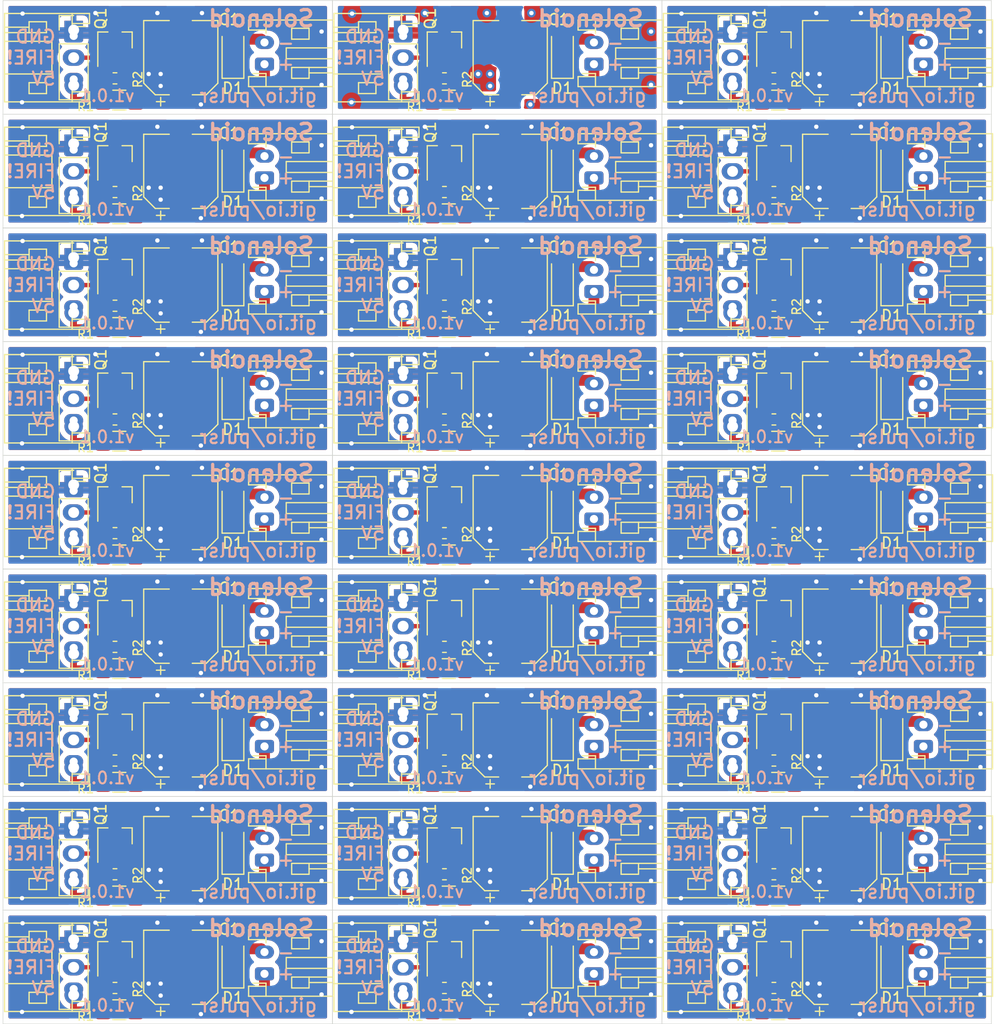
<source format=kicad_pcb>
(kicad_pcb (version 20190905) (host pcbnew "5.99.0-unknown-r16857-c6889b00")
  (layers (0 "F.Cu" signal) (31 "B.Cu" signal) (34 "B.Paste" user) (35 "F.Paste" user) (36 "B.SilkS" user) (37 "F.SilkS" user) (38 "B.Mask" user) (39 "F.Mask" user) (44 "Edge.Cuts" user))
  (net 0 "")
  (net 1 "Net-(C1-Pad1)")
  (net 2 "GND")
  (net 3 "Net-(D1-Pad2)")
  (net 4 "/FIRE!")
  (net 5 "+5V")
  (module "Connector_PinHeader_2.54mm:PinHeader_1x03_P2.54mm_Vertical" (layer "F.Cu") (at 157.05 127.16)
    (fp_text reference "J2" hide)
    (fp_text value "0.1\" header")
    (pad "3" thru_hole oval (at 0 5.08) (size 1.7 1.7) (drill 1) (layers *.Cu *.Mask) (net 5 "+5V"))
    (pad "2" thru_hole oval (at 0 2.54) (size 2 1.5) (drill 1) (layers *.Cu *.Mask) (net 4 "/FIRE!"))
    (pad "1" thru_hole rect (at 0 0) (size 1.7 1.7) (drill 1) (layers *.Cu *.Mask) (net 2 "GND"))
  )
  (module "Connector_PinHeader_2.54mm:PinHeader_1x03_P2.54mm_Vertical" (layer "F.Cu") (at 126.75 127.16)
    (fp_text reference "J2" hide)
    (fp_text value "0.1\" header")
    (pad "3" thru_hole oval (at 0 5.08) (size 1.7 1.7) (drill 1) (layers *.Cu *.Mask) (net 5 "+5V"))
    (pad "2" thru_hole oval (at 0 2.54) (size 2 1.5) (drill 1) (layers *.Cu *.Mask) (net 4 "/FIRE!"))
    (pad "1" thru_hole rect (at 0 0) (size 1.7 1.7) (drill 1) (layers *.Cu *.Mask) (net 2 "GND"))
  )
  (module "Connector_PinHeader_2.54mm:PinHeader_1x03_P2.54mm_Vertical" (layer "F.Cu") (at 96.45 127.16)
    (fp_text reference "J2" hide)
    (fp_text value "0.1\" header")
    (pad "3" thru_hole oval (at 0 5.08) (size 1.7 1.7) (drill 1) (layers *.Cu *.Mask) (net 5 "+5V"))
    (pad "2" thru_hole oval (at 0 2.54) (size 2 1.5) (drill 1) (layers *.Cu *.Mask) (net 4 "/FIRE!"))
    (pad "1" thru_hole rect (at 0 0) (size 1.7 1.7) (drill 1) (layers *.Cu *.Mask) (net 2 "GND"))
  )
  (module "Connector_PinHeader_2.54mm:PinHeader_1x03_P2.54mm_Vertical" (layer "F.Cu") (at 157.05 116.71)
    (fp_text reference "J2" hide)
    (fp_text value "0.1\" header")
    (pad "3" thru_hole oval (at 0 5.08) (size 1.7 1.7) (drill 1) (layers *.Cu *.Mask) (net 5 "+5V"))
    (pad "2" thru_hole oval (at 0 2.54) (size 2 1.5) (drill 1) (layers *.Cu *.Mask) (net 4 "/FIRE!"))
    (pad "1" thru_hole rect (at 0 0) (size 1.7 1.7) (drill 1) (layers *.Cu *.Mask) (net 2 "GND"))
  )
  (module "Connector_PinHeader_2.54mm:PinHeader_1x03_P2.54mm_Vertical" (layer "F.Cu") (at 126.75 116.71)
    (fp_text reference "J2" hide)
    (fp_text value "0.1\" header")
    (pad "3" thru_hole oval (at 0 5.08) (size 1.7 1.7) (drill 1) (layers *.Cu *.Mask) (net 5 "+5V"))
    (pad "2" thru_hole oval (at 0 2.54) (size 2 1.5) (drill 1) (layers *.Cu *.Mask) (net 4 "/FIRE!"))
    (pad "1" thru_hole rect (at 0 0) (size 1.7 1.7) (drill 1) (layers *.Cu *.Mask) (net 2 "GND"))
  )
  (module "Connector_PinHeader_2.54mm:PinHeader_1x03_P2.54mm_Vertical" (layer "F.Cu") (at 96.45 116.71)
    (fp_text reference "J2" hide)
    (fp_text value "0.1\" header")
    (pad "3" thru_hole oval (at 0 5.08) (size 1.7 1.7) (drill 1) (layers *.Cu *.Mask) (net 5 "+5V"))
    (pad "2" thru_hole oval (at 0 2.54) (size 2 1.5) (drill 1) (layers *.Cu *.Mask) (net 4 "/FIRE!"))
    (pad "1" thru_hole rect (at 0 0) (size 1.7 1.7) (drill 1) (layers *.Cu *.Mask) (net 2 "GND"))
  )
  (module "Connector_PinHeader_2.54mm:PinHeader_1x03_P2.54mm_Vertical" (layer "F.Cu") (at 157.05 106.26)
    (fp_text reference "J2" hide)
    (fp_text value "0.1\" header")
    (pad "3" thru_hole oval (at 0 5.08) (size 1.7 1.7) (drill 1) (layers *.Cu *.Mask) (net 5 "+5V"))
    (pad "2" thru_hole oval (at 0 2.54) (size 2 1.5) (drill 1) (layers *.Cu *.Mask) (net 4 "/FIRE!"))
    (pad "1" thru_hole rect (at 0 0) (size 1.7 1.7) (drill 1) (layers *.Cu *.Mask) (net 2 "GND"))
  )
  (module "Connector_PinHeader_2.54mm:PinHeader_1x03_P2.54mm_Vertical" (layer "F.Cu") (at 126.75 106.26)
    (fp_text reference "J2" hide)
    (fp_text value "0.1\" header")
    (pad "3" thru_hole oval (at 0 5.08) (size 1.7 1.7) (drill 1) (layers *.Cu *.Mask) (net 5 "+5V"))
    (pad "2" thru_hole oval (at 0 2.54) (size 2 1.5) (drill 1) (layers *.Cu *.Mask) (net 4 "/FIRE!"))
    (pad "1" thru_hole rect (at 0 0) (size 1.7 1.7) (drill 1) (layers *.Cu *.Mask) (net 2 "GND"))
  )
  (module "Connector_PinHeader_2.54mm:PinHeader_1x03_P2.54mm_Vertical" (layer "F.Cu") (at 96.45 106.26)
    (fp_text reference "J2" hide)
    (fp_text value "0.1\" header")
    (pad "3" thru_hole oval (at 0 5.08) (size 1.7 1.7) (drill 1) (layers *.Cu *.Mask) (net 5 "+5V"))
    (pad "2" thru_hole oval (at 0 2.54) (size 2 1.5) (drill 1) (layers *.Cu *.Mask) (net 4 "/FIRE!"))
    (pad "1" thru_hole rect (at 0 0) (size 1.7 1.7) (drill 1) (layers *.Cu *.Mask) (net 2 "GND"))
  )
  (module "Connector_PinHeader_2.54mm:PinHeader_1x03_P2.54mm_Vertical" (layer "F.Cu") (at 157.05 95.81)
    (fp_text reference "J2" hide)
    (fp_text value "0.1\" header")
    (pad "3" thru_hole oval (at 0 5.08) (size 1.7 1.7) (drill 1) (layers *.Cu *.Mask) (net 5 "+5V"))
    (pad "2" thru_hole oval (at 0 2.54) (size 2 1.5) (drill 1) (layers *.Cu *.Mask) (net 4 "/FIRE!"))
    (pad "1" thru_hole rect (at 0 0) (size 1.7 1.7) (drill 1) (layers *.Cu *.Mask) (net 2 "GND"))
  )
  (module "Connector_PinHeader_2.54mm:PinHeader_1x03_P2.54mm_Vertical" (layer "F.Cu") (at 126.75 95.81)
    (fp_text reference "J2" hide)
    (fp_text value "0.1\" header")
    (pad "3" thru_hole oval (at 0 5.08) (size 1.7 1.7) (drill 1) (layers *.Cu *.Mask) (net 5 "+5V"))
    (pad "2" thru_hole oval (at 0 2.54) (size 2 1.5) (drill 1) (layers *.Cu *.Mask) (net 4 "/FIRE!"))
    (pad "1" thru_hole rect (at 0 0) (size 1.7 1.7) (drill 1) (layers *.Cu *.Mask) (net 2 "GND"))
  )
  (module "Connector_PinHeader_2.54mm:PinHeader_1x03_P2.54mm_Vertical" (layer "F.Cu") (at 96.45 95.81)
    (fp_text reference "J2" hide)
    (fp_text value "0.1\" header")
    (pad "3" thru_hole oval (at 0 5.08) (size 1.7 1.7) (drill 1) (layers *.Cu *.Mask) (net 5 "+5V"))
    (pad "2" thru_hole oval (at 0 2.54) (size 2 1.5) (drill 1) (layers *.Cu *.Mask) (net 4 "/FIRE!"))
    (pad "1" thru_hole rect (at 0 0) (size 1.7 1.7) (drill 1) (layers *.Cu *.Mask) (net 2 "GND"))
  )
  (module "Connector_PinHeader_2.54mm:PinHeader_1x03_P2.54mm_Vertical" (layer "F.Cu") (at 157.05 85.36)
    (fp_text reference "J2" hide)
    (fp_text value "0.1\" header")
    (pad "3" thru_hole oval (at 0 5.08) (size 1.7 1.7) (drill 1) (layers *.Cu *.Mask) (net 5 "+5V"))
    (pad "2" thru_hole oval (at 0 2.54) (size 2 1.5) (drill 1) (layers *.Cu *.Mask) (net 4 "/FIRE!"))
    (pad "1" thru_hole rect (at 0 0) (size 1.7 1.7) (drill 1) (layers *.Cu *.Mask) (net 2 "GND"))
  )
  (module "Connector_PinHeader_2.54mm:PinHeader_1x03_P2.54mm_Vertical" (layer "F.Cu") (at 126.75 85.36)
    (fp_text reference "J2" hide)
    (fp_text value "0.1\" header")
    (pad "3" thru_hole oval (at 0 5.08) (size 1.7 1.7) (drill 1) (layers *.Cu *.Mask) (net 5 "+5V"))
    (pad "2" thru_hole oval (at 0 2.54) (size 2 1.5) (drill 1) (layers *.Cu *.Mask) (net 4 "/FIRE!"))
    (pad "1" thru_hole rect (at 0 0) (size 1.7 1.7) (drill 1) (layers *.Cu *.Mask) (net 2 "GND"))
  )
  (module "Connector_PinHeader_2.54mm:PinHeader_1x03_P2.54mm_Vertical" (layer "F.Cu") (at 96.45 85.36)
    (fp_text reference "J2" hide)
    (fp_text value "0.1\" header")
    (pad "3" thru_hole oval (at 0 5.08) (size 1.7 1.7) (drill 1) (layers *.Cu *.Mask) (net 5 "+5V"))
    (pad "2" thru_hole oval (at 0 2.54) (size 2 1.5) (drill 1) (layers *.Cu *.Mask) (net 4 "/FIRE!"))
    (pad "1" thru_hole rect (at 0 0) (size 1.7 1.7) (drill 1) (layers *.Cu *.Mask) (net 2 "GND"))
  )
  (module "Connector_PinHeader_2.54mm:PinHeader_1x03_P2.54mm_Vertical" (layer "F.Cu") (at 157.05 74.91)
    (fp_text reference "J2" hide)
    (fp_text value "0.1\" header")
    (pad "3" thru_hole oval (at 0 5.08) (size 1.7 1.7) (drill 1) (layers *.Cu *.Mask) (net 5 "+5V"))
    (pad "2" thru_hole oval (at 0 2.54) (size 2 1.5) (drill 1) (layers *.Cu *.Mask) (net 4 "/FIRE!"))
    (pad "1" thru_hole rect (at 0 0) (size 1.7 1.7) (drill 1) (layers *.Cu *.Mask) (net 2 "GND"))
  )
  (module "Connector_PinHeader_2.54mm:PinHeader_1x03_P2.54mm_Vertical" (layer "F.Cu") (at 126.75 74.91)
    (fp_text reference "J2" hide)
    (fp_text value "0.1\" header")
    (pad "3" thru_hole oval (at 0 5.08) (size 1.7 1.7) (drill 1) (layers *.Cu *.Mask) (net 5 "+5V"))
    (pad "2" thru_hole oval (at 0 2.54) (size 2 1.5) (drill 1) (layers *.Cu *.Mask) (net 4 "/FIRE!"))
    (pad "1" thru_hole rect (at 0 0) (size 1.7 1.7) (drill 1) (layers *.Cu *.Mask) (net 2 "GND"))
  )
  (module "Connector_PinHeader_2.54mm:PinHeader_1x03_P2.54mm_Vertical" (layer "F.Cu") (at 96.45 74.91)
    (fp_text reference "J2" hide)
    (fp_text value "0.1\" header")
    (pad "3" thru_hole oval (at 0 5.08) (size 1.7 1.7) (drill 1) (layers *.Cu *.Mask) (net 5 "+5V"))
    (pad "2" thru_hole oval (at 0 2.54) (size 2 1.5) (drill 1) (layers *.Cu *.Mask) (net 4 "/FIRE!"))
    (pad "1" thru_hole rect (at 0 0) (size 1.7 1.7) (drill 1) (layers *.Cu *.Mask) (net 2 "GND"))
  )
  (module "Connector_PinHeader_2.54mm:PinHeader_1x03_P2.54mm_Vertical" (layer "F.Cu") (at 157.05 64.46)
    (fp_text reference "J2" hide)
    (fp_text value "0.1\" header")
    (pad "3" thru_hole oval (at 0 5.08) (size 1.7 1.7) (drill 1) (layers *.Cu *.Mask) (net 5 "+5V"))
    (pad "2" thru_hole oval (at 0 2.54) (size 2 1.5) (drill 1) (layers *.Cu *.Mask) (net 4 "/FIRE!"))
    (pad "1" thru_hole rect (at 0 0) (size 1.7 1.7) (drill 1) (layers *.Cu *.Mask) (net 2 "GND"))
  )
  (module "Connector_PinHeader_2.54mm:PinHeader_1x03_P2.54mm_Vertical" (layer "F.Cu") (at 126.75 64.46)
    (fp_text reference "J2" hide)
    (fp_text value "0.1\" header")
    (pad "3" thru_hole oval (at 0 5.08) (size 1.7 1.7) (drill 1) (layers *.Cu *.Mask) (net 5 "+5V"))
    (pad "2" thru_hole oval (at 0 2.54) (size 2 1.5) (drill 1) (layers *.Cu *.Mask) (net 4 "/FIRE!"))
    (pad "1" thru_hole rect (at 0 0) (size 1.7 1.7) (drill 1) (layers *.Cu *.Mask) (net 2 "GND"))
  )
  (module "Connector_PinHeader_2.54mm:PinHeader_1x03_P2.54mm_Vertical" (layer "F.Cu") (at 96.45 64.46)
    (fp_text reference "J2" hide)
    (fp_text value "0.1\" header")
    (pad "3" thru_hole oval (at 0 5.08) (size 1.7 1.7) (drill 1) (layers *.Cu *.Mask) (net 5 "+5V"))
    (pad "2" thru_hole oval (at 0 2.54) (size 2 1.5) (drill 1) (layers *.Cu *.Mask) (net 4 "/FIRE!"))
    (pad "1" thru_hole rect (at 0 0) (size 1.7 1.7) (drill 1) (layers *.Cu *.Mask) (net 2 "GND"))
  )
  (module "Connector_PinHeader_2.54mm:PinHeader_1x03_P2.54mm_Vertical" (layer "F.Cu") (at 157.05 54.01)
    (fp_text reference "J2" hide)
    (fp_text value "0.1\" header")
    (pad "3" thru_hole oval (at 0 5.08) (size 1.7 1.7) (drill 1) (layers *.Cu *.Mask) (net 5 "+5V"))
    (pad "2" thru_hole oval (at 0 2.54) (size 2 1.5) (drill 1) (layers *.Cu *.Mask) (net 4 "/FIRE!"))
    (pad "1" thru_hole rect (at 0 0) (size 1.7 1.7) (drill 1) (layers *.Cu *.Mask) (net 2 "GND"))
  )
  (module "Connector_PinHeader_2.54mm:PinHeader_1x03_P2.54mm_Vertical" (layer "F.Cu") (at 126.75 54.01)
    (fp_text reference "J2" hide)
    (fp_text value "0.1\" header")
    (pad "3" thru_hole oval (at 0 5.08) (size 1.7 1.7) (drill 1) (layers *.Cu *.Mask) (net 5 "+5V"))
    (pad "2" thru_hole oval (at 0 2.54) (size 2 1.5) (drill 1) (layers *.Cu *.Mask) (net 4 "/FIRE!"))
    (pad "1" thru_hole rect (at 0 0) (size 1.7 1.7) (drill 1) (layers *.Cu *.Mask) (net 2 "GND"))
  )
  (module "Connector_PinHeader_2.54mm:PinHeader_1x03_P2.54mm_Vertical" (layer "F.Cu") (at 96.45 54.01)
    (fp_text reference "J2" hide)
    (fp_text value "0.1\" header")
    (pad "3" thru_hole oval (at 0 5.08) (size 1.7 1.7) (drill 1) (layers *.Cu *.Mask) (net 5 "+5V"))
    (pad "2" thru_hole oval (at 0 2.54) (size 2 1.5) (drill 1) (layers *.Cu *.Mask) (net 4 "/FIRE!"))
    (pad "1" thru_hole rect (at 0 0) (size 1.7 1.7) (drill 1) (layers *.Cu *.Mask) (net 2 "GND"))
  )
  (module "Connector_PinHeader_2.54mm:PinHeader_1x03_P2.54mm_Vertical" (layer "F.Cu") (at 157.05 43.56)
    (fp_text reference "J2" hide)
    (fp_text value "0.1\" header")
    (pad "3" thru_hole oval (at 0 5.08) (size 1.7 1.7) (drill 1) (layers *.Cu *.Mask) (net 5 "+5V"))
    (pad "2" thru_hole oval (at 0 2.54) (size 2 1.5) (drill 1) (layers *.Cu *.Mask) (net 4 "/FIRE!"))
    (pad "1" thru_hole rect (at 0 0) (size 1.7 1.7) (drill 1) (layers *.Cu *.Mask) (net 2 "GND"))
  )
  (module "Connector_PinHeader_2.54mm:PinHeader_1x03_P2.54mm_Vertical" (layer "F.Cu") (at 126.75 43.56)
    (fp_text reference "J2" hide)
    (fp_text value "0.1\" header")
    (pad "3" thru_hole oval (at 0 5.08) (size 1.7 1.7) (drill 1) (layers *.Cu *.Mask) (net 5 "+5V"))
    (pad "2" thru_hole oval (at 0 2.54) (size 2 1.5) (drill 1) (layers *.Cu *.Mask) (net 4 "/FIRE!"))
    (pad "1" thru_hole rect (at 0 0) (size 1.7 1.7) (drill 1) (layers *.Cu *.Mask) (net 2 "GND"))
  )
  (module "Resistor_SMD:R_1206_3216Metric_Pad1.42x1.75mm_HandSolder" (layer "F.Cu") (at 161.25 133.6 180)
    (fp_text reference "R1" (at 3.1 -0.6) (layer "F.SilkS") (effects (font (size 0.8 0.8) (thickness 0.13))))
    (fp_text value "22R")
    (pad "2" smd roundrect (at 1.4875 0 180) (size 1.425 1.75) (layers "F.Cu" "F.Paste" "F.Mask") (roundrect_rratio 0.175439) (net 5 "+5V"))
    (pad "1" smd roundrect (at -1.4875 0 180) (size 1.425 1.75) (layers "F.Cu" "F.Paste" "F.Mask") (roundrect_rratio 0.175439) (net 1 "Net-(C1-Pad1)"))
  )
  (module "Resistor_SMD:R_1206_3216Metric_Pad1.42x1.75mm_HandSolder" (layer "F.Cu") (at 130.95 133.6 180)
    (fp_text reference "R1" (at 3.1 -0.6) (layer "F.SilkS") (effects (font (size 0.8 0.8) (thickness 0.13))))
    (fp_text value "22R")
    (pad "2" smd roundrect (at 1.4875 0 180) (size 1.425 1.75) (layers "F.Cu" "F.Paste" "F.Mask") (roundrect_rratio 0.175439) (net 5 "+5V"))
    (pad "1" smd roundrect (at -1.4875 0 180) (size 1.425 1.75) (layers "F.Cu" "F.Paste" "F.Mask") (roundrect_rratio 0.175439) (net 1 "Net-(C1-Pad1)"))
  )
  (module "Resistor_SMD:R_1206_3216Metric_Pad1.42x1.75mm_HandSolder" (layer "F.Cu") (at 100.65 133.6 180)
    (fp_text reference "R1" (at 3.1 -0.6) (layer "F.SilkS") (effects (font (size 0.8 0.8) (thickness 0.13))))
    (fp_text value "22R")
    (pad "2" smd roundrect (at 1.4875 0 180) (size 1.425 1.75) (layers "F.Cu" "F.Paste" "F.Mask") (roundrect_rratio 0.175439) (net 5 "+5V"))
    (pad "1" smd roundrect (at -1.4875 0 180) (size 1.425 1.75) (layers "F.Cu" "F.Paste" "F.Mask") (roundrect_rratio 0.175439) (net 1 "Net-(C1-Pad1)"))
  )
  (module "Resistor_SMD:R_1206_3216Metric_Pad1.42x1.75mm_HandSolder" (layer "F.Cu") (at 161.25 123.15 180)
    (fp_text reference "R1" (at 3.1 -0.6) (layer "F.SilkS") (effects (font (size 0.8 0.8) (thickness 0.13))))
    (fp_text value "22R")
    (pad "2" smd roundrect (at 1.4875 0 180) (size 1.425 1.75) (layers "F.Cu" "F.Paste" "F.Mask") (roundrect_rratio 0.175439) (net 5 "+5V"))
    (pad "1" smd roundrect (at -1.4875 0 180) (size 1.425 1.75) (layers "F.Cu" "F.Paste" "F.Mask") (roundrect_rratio 0.175439) (net 1 "Net-(C1-Pad1)"))
  )
  (module "Resistor_SMD:R_1206_3216Metric_Pad1.42x1.75mm_HandSolder" (layer "F.Cu") (at 130.95 123.15 180)
    (fp_text reference "R1" (at 3.1 -0.6) (layer "F.SilkS") (effects (font (size 0.8 0.8) (thickness 0.13))))
    (fp_text value "22R")
    (pad "2" smd roundrect (at 1.4875 0 180) (size 1.425 1.75) (layers "F.Cu" "F.Paste" "F.Mask") (roundrect_rratio 0.175439) (net 5 "+5V"))
    (pad "1" smd roundrect (at -1.4875 0 180) (size 1.425 1.75) (layers "F.Cu" "F.Paste" "F.Mask") (roundrect_rratio 0.175439) (net 1 "Net-(C1-Pad1)"))
  )
  (module "Resistor_SMD:R_1206_3216Metric_Pad1.42x1.75mm_HandSolder" (layer "F.Cu") (at 100.65 123.15 180)
    (fp_text reference "R1" (at 3.1 -0.6) (layer "F.SilkS") (effects (font (size 0.8 0.8) (thickness 0.13))))
    (fp_text value "22R")
    (pad "2" smd roundrect (at 1.4875 0 180) (size 1.425 1.75) (layers "F.Cu" "F.Paste" "F.Mask") (roundrect_rratio 0.175439) (net 5 "+5V"))
    (pad "1" smd roundrect (at -1.4875 0 180) (size 1.425 1.75) (layers "F.Cu" "F.Paste" "F.Mask") (roundrect_rratio 0.175439) (net 1 "Net-(C1-Pad1)"))
  )
  (module "Resistor_SMD:R_1206_3216Metric_Pad1.42x1.75mm_HandSolder" (layer "F.Cu") (at 161.25 112.7 180)
    (fp_text reference "R1" (at 3.1 -0.6) (layer "F.SilkS") (effects (font (size 0.8 0.8) (thickness 0.13))))
    (fp_text value "22R")
    (pad "2" smd roundrect (at 1.4875 0 180) (size 1.425 1.75) (layers "F.Cu" "F.Paste" "F.Mask") (roundrect_rratio 0.175439) (net 5 "+5V"))
    (pad "1" smd roundrect (at -1.4875 0 180) (size 1.425 1.75) (layers "F.Cu" "F.Paste" "F.Mask") (roundrect_rratio 0.175439) (net 1 "Net-(C1-Pad1)"))
  )
  (module "Resistor_SMD:R_1206_3216Metric_Pad1.42x1.75mm_HandSolder" (layer "F.Cu") (at 130.95 112.7 180)
    (fp_text reference "R1" (at 3.1 -0.6) (layer "F.SilkS") (effects (font (size 0.8 0.8) (thickness 0.13))))
    (fp_text value "22R")
    (pad "2" smd roundrect (at 1.4875 0 180) (size 1.425 1.75) (layers "F.Cu" "F.Paste" "F.Mask") (roundrect_rratio 0.175439) (net 5 "+5V"))
    (pad "1" smd roundrect (at -1.4875 0 180) (size 1.425 1.75) (layers "F.Cu" "F.Paste" "F.Mask") (roundrect_rratio 0.175439) (net 1 "Net-(C1-Pad1)"))
  )
  (module "Resistor_SMD:R_1206_3216Metric_Pad1.42x1.75mm_HandSolder" (layer "F.Cu") (at 100.65 112.7 180)
    (fp_text reference "R1" (at 3.1 -0.6) (layer "F.SilkS") (effects (font (size 0.8 0.8) (thickness 0.13))))
    (fp_text value "22R")
    (pad "2" smd roundrect (at 1.4875 0 180) (size 1.425 1.75) (layers "F.Cu" "F.Paste" "F.Mask") (roundrect_rratio 0.175439) (net 5 "+5V"))
    (pad "1" smd roundrect (at -1.4875 0 180) (size 1.425 1.75) (layers "F.Cu" "F.Paste" "F.Mask") (roundrect_rratio 0.175439) (net 1 "Net-(C1-Pad1)"))
  )
  (module "Resistor_SMD:R_1206_3216Metric_Pad1.42x1.75mm_HandSolder" (layer "F.Cu") (at 161.25 102.25 180)
    (fp_text reference "R1" (at 3.1 -0.6) (layer "F.SilkS") (effects (font (size 0.8 0.8) (thickness 0.13))))
    (fp_text value "22R")
    (pad "2" smd roundrect (at 1.4875 0 180) (size 1.425 1.75) (layers "F.Cu" "F.Paste" "F.Mask") (roundrect_rratio 0.175439) (net 5 "+5V"))
    (pad "1" smd roundrect (at -1.4875 0 180) (size 1.425 1.75) (layers "F.Cu" "F.Paste" "F.Mask") (roundrect_rratio 0.175439) (net 1 "Net-(C1-Pad1)"))
  )
  (module "Resistor_SMD:R_1206_3216Metric_Pad1.42x1.75mm_HandSolder" (layer "F.Cu") (at 130.95 102.25 180)
    (fp_text reference "R1" (at 3.1 -0.6) (layer "F.SilkS") (effects (font (size 0.8 0.8) (thickness 0.13))))
    (fp_text value "22R")
    (pad "2" smd roundrect (at 1.4875 0 180) (size 1.425 1.75) (layers "F.Cu" "F.Paste" "F.Mask") (roundrect_rratio 0.175439) (net 5 "+5V"))
    (pad "1" smd roundrect (at -1.4875 0 180) (size 1.425 1.75) (layers "F.Cu" "F.Paste" "F.Mask") (roundrect_rratio 0.175439) (net 1 "Net-(C1-Pad1)"))
  )
  (module "Resistor_SMD:R_1206_3216Metric_Pad1.42x1.75mm_HandSolder" (layer "F.Cu") (at 100.65 102.25 180)
    (fp_text reference "R1" (at 3.1 -0.6) (layer "F.SilkS") (effects (font (size 0.8 0.8) (thickness 0.13))))
    (fp_text value "22R")
    (pad "2" smd roundrect (at 1.4875 0 180) (size 1.425 1.75) (layers "F.Cu" "F.Paste" "F.Mask") (roundrect_rratio 0.175439) (net 5 "+5V"))
    (pad "1" smd roundrect (at -1.4875 0 180) (size 1.425 1.75) (layers "F.Cu" "F.Paste" "F.Mask") (roundrect_rratio 0.175439) (net 1 "Net-(C1-Pad1)"))
  )
  (module "Resistor_SMD:R_1206_3216Metric_Pad1.42x1.75mm_HandSolder" (layer "F.Cu") (at 161.25 91.8 180)
    (fp_text reference "R1" (at 3.1 -0.6) (layer "F.SilkS") (effects (font (size 0.8 0.8) (thickness 0.13))))
    (fp_text value "22R")
    (pad "2" smd roundrect (at 1.4875 0 180) (size 1.425 1.75) (layers "F.Cu" "F.Paste" "F.Mask") (roundrect_rratio 0.175439) (net 5 "+5V"))
    (pad "1" smd roundrect (at -1.4875 0 180) (size 1.425 1.75) (layers "F.Cu" "F.Paste" "F.Mask") (roundrect_rratio 0.175439) (net 1 "Net-(C1-Pad1)"))
  )
  (module "Resistor_SMD:R_1206_3216Metric_Pad1.42x1.75mm_HandSolder" (layer "F.Cu") (at 130.95 91.8 180)
    (fp_text reference "R1" (at 3.1 -0.6) (layer "F.SilkS") (effects (font (size 0.8 0.8) (thickness 0.13))))
    (fp_text value "22R")
    (pad "2" smd roundrect (at 1.4875 0 180) (size 1.425 1.75) (layers "F.Cu" "F.Paste" "F.Mask") (roundrect_rratio 0.175439) (net 5 "+5V"))
    (pad "1" smd roundrect (at -1.4875 0 180) (size 1.425 1.75) (layers "F.Cu" "F.Paste" "F.Mask") (roundrect_rratio 0.175439) (net 1 "Net-(C1-Pad1)"))
  )
  (module "Resistor_SMD:R_1206_3216Metric_Pad1.42x1.75mm_HandSolder" (layer "F.Cu") (at 100.65 91.8 180)
    (fp_text reference "R1" (at 3.1 -0.6) (layer "F.SilkS") (effects (font (size 0.8 0.8) (thickness 0.13))))
    (fp_text value "22R")
    (pad "2" smd roundrect (at 1.4875 0 180) (size 1.425 1.75) (layers "F.Cu" "F.Paste" "F.Mask") (roundrect_rratio 0.175439) (net 5 "+5V"))
    (pad "1" smd roundrect (at -1.4875 0 180) (size 1.425 1.75) (layers "F.Cu" "F.Paste" "F.Mask") (roundrect_rratio 0.175439) (net 1 "Net-(C1-Pad1)"))
  )
  (module "Resistor_SMD:R_1206_3216Metric_Pad1.42x1.75mm_HandSolder" (layer "F.Cu") (at 161.25 81.35 180)
    (fp_text reference "R1" (at 3.1 -0.6) (layer "F.SilkS") (effects (font (size 0.8 0.8) (thickness 0.13))))
    (fp_text value "22R")
    (pad "2" smd roundrect (at 1.4875 0 180) (size 1.425 1.75) (layers "F.Cu" "F.Paste" "F.Mask") (roundrect_rratio 0.175439) (net 5 "+5V"))
    (pad "1" smd roundrect (at -1.4875 0 180) (size 1.425 1.75) (layers "F.Cu" "F.Paste" "F.Mask") (roundrect_rratio 0.175439) (net 1 "Net-(C1-Pad1)"))
  )
  (module "Resistor_SMD:R_1206_3216Metric_Pad1.42x1.75mm_HandSolder" (layer "F.Cu") (at 130.95 81.35 180)
    (fp_text reference "R1" (at 3.1 -0.6) (layer "F.SilkS") (effects (font (size 0.8 0.8) (thickness 0.13))))
    (fp_text value "22R")
    (pad "2" smd roundrect (at 1.4875 0 180) (size 1.425 1.75) (layers "F.Cu" "F.Paste" "F.Mask") (roundrect_rratio 0.175439) (net 5 "+5V"))
    (pad "1" smd roundrect (at -1.4875 0 180) (size 1.425 1.75) (layers "F.Cu" "F.Paste" "F.Mask") (roundrect_rratio 0.175439) (net 1 "Net-(C1-Pad1)"))
  )
  (module "Resistor_SMD:R_1206_3216Metric_Pad1.42x1.75mm_HandSolder" (layer "F.Cu") (at 100.65 81.35 180)
    (fp_text reference "R1" (at 3.1 -0.6) (layer "F.SilkS") (effects (font (size 0.8 0.8) (thickness 0.13))))
    (fp_text value "22R")
    (pad "2" smd roundrect (at 1.4875 0 180) (size 1.425 1.75) (layers "F.Cu" "F.Paste" "F.Mask") (roundrect_rratio 0.175439) (net 5 "+5V"))
    (pad "1" smd roundrect (at -1.4875 0 180) (size 1.425 1.75) (layers "F.Cu" "F.Paste" "F.Mask") (roundrect_rratio 0.175439) (net 1 "Net-(C1-Pad1)"))
  )
  (module "Resistor_SMD:R_1206_3216Metric_Pad1.42x1.75mm_HandSolder" (layer "F.Cu") (at 161.25 70.9 180)
    (fp_text reference "R1" (at 3.1 -0.6) (layer "F.SilkS") (effects (font (size 0.8 0.8) (thickness 0.13))))
    (fp_text value "22R")
    (pad "2" smd roundrect (at 1.4875 0 180) (size 1.425 1.75) (layers "F.Cu" "F.Paste" "F.Mask") (roundrect_rratio 0.175439) (net 5 "+5V"))
    (pad "1" smd roundrect (at -1.4875 0 180) (size 1.425 1.75) (layers "F.Cu" "F.Paste" "F.Mask") (roundrect_rratio 0.175439) (net 1 "Net-(C1-Pad1)"))
  )
  (module "Resistor_SMD:R_1206_3216Metric_Pad1.42x1.75mm_HandSolder" (layer "F.Cu") (at 130.95 70.9 180)
    (fp_text reference "R1" (at 3.1 -0.6) (layer "F.SilkS") (effects (font (size 0.8 0.8) (thickness 0.13))))
    (fp_text value "22R")
    (pad "2" smd roundrect (at 1.4875 0 180) (size 1.425 1.75) (layers "F.Cu" "F.Paste" "F.Mask") (roundrect_rratio 0.175439) (net 5 "+5V"))
    (pad "1" smd roundrect (at -1.4875 0 180) (size 1.425 1.75) (layers "F.Cu" "F.Paste" "F.Mask") (roundrect_rratio 0.175439) (net 1 "Net-(C1-Pad1)"))
  )
  (module "Resistor_SMD:R_1206_3216Metric_Pad1.42x1.75mm_HandSolder" (layer "F.Cu") (at 100.65 70.9 180)
    (fp_text reference "R1" (at 3.1 -0.6) (layer "F.SilkS") (effects (font (size 0.8 0.8) (thickness 0.13))))
    (fp_text value "22R")
    (pad "2" smd roundrect (at 1.4875 0 180) (size 1.425 1.75) (layers "F.Cu" "F.Paste" "F.Mask") (roundrect_rratio 0.175439) (net 5 "+5V"))
    (pad "1" smd roundrect (at -1.4875 0 180) (size 1.425 1.75) (layers "F.Cu" "F.Paste" "F.Mask") (roundrect_rratio 0.175439) (net 1 "Net-(C1-Pad1)"))
  )
  (module "Resistor_SMD:R_1206_3216Metric_Pad1.42x1.75mm_HandSolder" (layer "F.Cu") (at 161.25 60.45 180)
    (fp_text reference "R1" (at 3.1 -0.6) (layer "F.SilkS") (effects (font (size 0.8 0.8) (thickness 0.13))))
    (fp_text value "22R")
    (pad "2" smd roundrect (at 1.4875 0 180) (size 1.425 1.75) (layers "F.Cu" "F.Paste" "F.Mask") (roundrect_rratio 0.175439) (net 5 "+5V"))
    (pad "1" smd roundrect (at -1.4875 0 180) (size 1.425 1.75) (layers "F.Cu" "F.Paste" "F.Mask") (roundrect_rratio 0.175439) (net 1 "Net-(C1-Pad1)"))
  )
  (module "Resistor_SMD:R_1206_3216Metric_Pad1.42x1.75mm_HandSolder" (layer "F.Cu") (at 130.95 60.45 180)
    (fp_text reference "R1" (at 3.1 -0.6) (layer "F.SilkS") (effects (font (size 0.8 0.8) (thickness 0.13))))
    (fp_text value "22R")
    (pad "2" smd roundrect (at 1.4875 0 180) (size 1.425 1.75) (layers "F.Cu" "F.Paste" "F.Mask") (roundrect_rratio 0.175439) (net 5 "+5V"))
    (pad "1" smd roundrect (at -1.4875 0 180) (size 1.425 1.75) (layers "F.Cu" "F.Paste" "F.Mask") (roundrect_rratio 0.175439) (net 1 "Net-(C1-Pad1)"))
  )
  (module "Resistor_SMD:R_1206_3216Metric_Pad1.42x1.75mm_HandSolder" (layer "F.Cu") (at 100.65 60.45 180)
    (fp_text reference "R1" (at 3.1 -0.6) (layer "F.SilkS") (effects (font (size 0.8 0.8) (thickness 0.13))))
    (fp_text value "22R")
    (pad "2" smd roundrect (at 1.4875 0 180) (size 1.425 1.75) (layers "F.Cu" "F.Paste" "F.Mask") (roundrect_rratio 0.175439) (net 5 "+5V"))
    (pad "1" smd roundrect (at -1.4875 0 180) (size 1.425 1.75) (layers "F.Cu" "F.Paste" "F.Mask") (roundrect_rratio 0.175439) (net 1 "Net-(C1-Pad1)"))
  )
  (module "Resistor_SMD:R_1206_3216Metric_Pad1.42x1.75mm_HandSolder" (layer "F.Cu") (at 161.25 50 180)
    (fp_text reference "R1" (at 3.1 -0.6) (layer "F.SilkS") (effects (font (size 0.8 0.8) (thickness 0.13))))
    (fp_text value "22R")
    (pad "2" smd roundrect (at 1.4875 0 180) (size 1.425 1.75) (layers "F.Cu" "F.Paste" "F.Mask") (roundrect_rratio 0.175439) (net 5 "+5V"))
    (pad "1" smd roundrect (at -1.4875 0 180) (size 1.425 1.75) (layers "F.Cu" "F.Paste" "F.Mask") (roundrect_rratio 0.175439) (net 1 "Net-(C1-Pad1)"))
  )
  (module "Resistor_SMD:R_1206_3216Metric_Pad1.42x1.75mm_HandSolder" (layer "F.Cu") (at 130.95 50 180)
    (fp_text reference "R1" (at 3.1 -0.6) (layer "F.SilkS") (effects (font (size 0.8 0.8) (thickness 0.13))))
    (fp_text value "22R")
    (pad "2" smd roundrect (at 1.4875 0 180) (size 1.425 1.75) (layers "F.Cu" "F.Paste" "F.Mask") (roundrect_rratio 0.175439) (net 5 "+5V"))
    (pad "1" smd roundrect (at -1.4875 0 180) (size 1.425 1.75) (layers "F.Cu" "F.Paste" "F.Mask") (roundrect_rratio 0.175439) (net 1 "Net-(C1-Pad1)"))
  )
  (module "Resistor_SMD:R_0603_1608Metric_Pad1.05x0.95mm_HandSolder" (layer "F.Cu") (at 160.85 131.6 180)
    (fp_text reference "R2" (at -2.1 -0.1 90) (layer "F.SilkS") (effects (font (size 0.8 0.8) (thickness 0.13))))
    (fp_text value "10k")
    (pad "1" smd roundrect (at -0.875 0 180) (size 1.05 0.95) (layers "F.Cu" "F.Paste" "F.Mask") (net 2 "GND"))
    (pad "2" smd roundrect (at 0.875 0 180) (size 1.05 0.95) (layers "F.Cu" "F.Paste" "F.Mask") (net 4 "/FIRE!"))
  )
  (module "Resistor_SMD:R_0603_1608Metric_Pad1.05x0.95mm_HandSolder" (layer "F.Cu") (at 130.55 131.6 180)
    (fp_text reference "R2" (at -2.1 -0.1 90) (layer "F.SilkS") (effects (font (size 0.8 0.8) (thickness 0.13))))
    (fp_text value "10k")
    (pad "1" smd roundrect (at -0.875 0 180) (size 1.05 0.95) (layers "F.Cu" "F.Paste" "F.Mask") (net 2 "GND"))
    (pad "2" smd roundrect (at 0.875 0 180) (size 1.05 0.95) (layers "F.Cu" "F.Paste" "F.Mask") (net 4 "/FIRE!"))
  )
  (module "Resistor_SMD:R_0603_1608Metric_Pad1.05x0.95mm_HandSolder" (layer "F.Cu") (at 100.25 131.6 180)
    (fp_text reference "R2" (at -2.1 -0.1 90) (layer "F.SilkS") (effects (font (size 0.8 0.8) (thickness 0.13))))
    (fp_text value "10k")
    (pad "1" smd roundrect (at -0.875 0 180) (size 1.05 0.95) (layers "F.Cu" "F.Paste" "F.Mask") (net 2 "GND"))
    (pad "2" smd roundrect (at 0.875 0 180) (size 1.05 0.95) (layers "F.Cu" "F.Paste" "F.Mask") (net 4 "/FIRE!"))
  )
  (module "Resistor_SMD:R_0603_1608Metric_Pad1.05x0.95mm_HandSolder" (layer "F.Cu") (at 160.85 121.15 180)
    (fp_text reference "R2" (at -2.1 -0.1 90) (layer "F.SilkS") (effects (font (size 0.8 0.8) (thickness 0.13))))
    (fp_text value "10k")
    (pad "1" smd roundrect (at -0.875 0 180) (size 1.05 0.95) (layers "F.Cu" "F.Paste" "F.Mask") (net 2 "GND"))
    (pad "2" smd roundrect (at 0.875 0 180) (size 1.05 0.95) (layers "F.Cu" "F.Paste" "F.Mask") (net 4 "/FIRE!"))
  )
  (module "Resistor_SMD:R_0603_1608Metric_Pad1.05x0.95mm_HandSolder" (layer "F.Cu") (at 130.55 121.15 180)
    (fp_text reference "R2" (at -2.1 -0.1 90) (layer "F.SilkS") (effects (font (size 0.8 0.8) (thickness 0.13))))
    (fp_text value "10k")
    (pad "1" smd roundrect (at -0.875 0 180) (size 1.05 0.95) (layers "F.Cu" "F.Paste" "F.Mask") (net 2 "GND"))
    (pad "2" smd roundrect (at 0.875 0 180) (size 1.05 0.95) (layers "F.Cu" "F.Paste" "F.Mask") (net 4 "/FIRE!"))
  )
  (module "Resistor_SMD:R_0603_1608Metric_Pad1.05x0.95mm_HandSolder" (layer "F.Cu") (at 100.25 121.15 180)
    (fp_text reference "R2" (at -2.1 -0.1 90) (layer "F.SilkS") (effects (font (size 0.8 0.8) (thickness 0.13))))
    (fp_text value "10k")
    (pad "1" smd roundrect (at -0.875 0 180) (size 1.05 0.95) (layers "F.Cu" "F.Paste" "F.Mask") (net 2 "GND"))
    (pad "2" smd roundrect (at 0.875 0 180) (size 1.05 0.95) (layers "F.Cu" "F.Paste" "F.Mask") (net 4 "/FIRE!"))
  )
  (module "Resistor_SMD:R_0603_1608Metric_Pad1.05x0.95mm_HandSolder" (layer "F.Cu") (at 160.85 110.7 180)
    (fp_text reference "R2" (at -2.1 -0.1 90) (layer "F.SilkS") (effects (font (size 0.8 0.8) (thickness 0.13))))
    (fp_text value "10k")
    (pad "1" smd roundrect (at -0.875 0 180) (size 1.05 0.95) (layers "F.Cu" "F.Paste" "F.Mask") (net 2 "GND"))
    (pad "2" smd roundrect (at 0.875 0 180) (size 1.05 0.95) (layers "F.Cu" "F.Paste" "F.Mask") (net 4 "/FIRE!"))
  )
  (module "Resistor_SMD:R_0603_1608Metric_Pad1.05x0.95mm_HandSolder" (layer "F.Cu") (at 130.55 110.7 180)
    (fp_text reference "R2" (at -2.1 -0.1 90) (layer "F.SilkS") (effects (font (size 0.8 0.8) (thickness 0.13))))
    (fp_text value "10k")
    (pad "1" smd roundrect (at -0.875 0 180) (size 1.05 0.95) (layers "F.Cu" "F.Paste" "F.Mask") (net 2 "GND"))
    (pad "2" smd roundrect (at 0.875 0 180) (size 1.05 0.95) (layers "F.Cu" "F.Paste" "F.Mask") (net 4 "/FIRE!"))
  )
  (module "Resistor_SMD:R_0603_1608Metric_Pad1.05x0.95mm_HandSolder" (layer "F.Cu") (at 100.25 110.7 180)
    (fp_text reference "R2" (at -2.1 -0.1 90) (layer "F.SilkS") (effects (font (size 0.8 0.8) (thickness 0.13))))
    (fp_text value "10k")
    (pad "1" smd roundrect (at -0.875 0 180) (size 1.05 0.95) (layers "F.Cu" "F.Paste" "F.Mask") (net 2 "GND"))
    (pad "2" smd roundrect (at 0.875 0 180) (size 1.05 0.95) (layers "F.Cu" "F.Paste" "F.Mask") (net 4 "/FIRE!"))
  )
  (module "Resistor_SMD:R_0603_1608Metric_Pad1.05x0.95mm_HandSolder" (layer "F.Cu") (at 160.85 100.25 180)
    (fp_text reference "R2" (at -2.1 -0.1 90) (layer "F.SilkS") (effects (font (size 0.8 0.8) (thickness 0.13))))
    (fp_text value "10k")
    (pad "1" smd roundrect (at -0.875 0 180) (size 1.05 0.95) (layers "F.Cu" "F.Paste" "F.Mask") (net 2 "GND"))
    (pad "2" smd roundrect (at 0.875 0 180) (size 1.05 0.95) (layers "F.Cu" "F.Paste" "F.Mask") (net 4 "/FIRE!"))
  )
  (module "Resistor_SMD:R_0603_1608Metric_Pad1.05x0.95mm_HandSolder" (layer "F.Cu") (at 130.55 100.25 180)
    (fp_text reference "R2" (at -2.1 -0.1 90) (layer "F.SilkS") (effects (font (size 0.8 0.8) (thickness 0.13))))
    (fp_text value "10k")
    (pad "1" smd roundrect (at -0.875 0 180) (size 1.05 0.95) (layers "F.Cu" "F.Paste" "F.Mask") (net 2 "GND"))
    (pad "2" smd roundrect (at 0.875 0 180) (size 1.05 0.95) (layers "F.Cu" "F.Paste" "F.Mask") (net 4 "/FIRE!"))
  )
  (module "Resistor_SMD:R_0603_1608Metric_Pad1.05x0.95mm_HandSolder" (layer "F.Cu") (at 100.25 100.25 180)
    (fp_text reference "R2" (at -2.1 -0.1 90) (layer "F.SilkS") (effects (font (size 0.8 0.8) (thickness 0.13))))
    (fp_text value "10k")
    (pad "1" smd roundrect (at -0.875 0 180) (size 1.05 0.95) (layers "F.Cu" "F.Paste" "F.Mask") (net 2 "GND"))
    (pad "2" smd roundrect (at 0.875 0 180) (size 1.05 0.95) (layers "F.Cu" "F.Paste" "F.Mask") (net 4 "/FIRE!"))
  )
  (module "Resistor_SMD:R_0603_1608Metric_Pad1.05x0.95mm_HandSolder" (layer "F.Cu") (at 160.85 89.8 180)
    (fp_text reference "R2" (at -2.1 -0.1 90) (layer "F.SilkS") (effects (font (size 0.8 0.8) (thickness 0.13))))
    (fp_text value "10k")
    (pad "1" smd roundrect (at -0.875 0 180) (size 1.05 0.95) (layers "F.Cu" "F.Paste" "F.Mask") (net 2 "GND"))
    (pad "2" smd roundrect (at 0.875 0 180) (size 1.05 0.95) (layers "F.Cu" "F.Paste" "F.Mask") (net 4 "/FIRE!"))
  )
  (module "Resistor_SMD:R_0603_1608Metric_Pad1.05x0.95mm_HandSolder" (layer "F.Cu") (at 130.55 89.8 180)
    (fp_text reference "R2" (at -2.1 -0.1 90) (layer "F.SilkS") (effects (font (size 0.8 0.8) (thickness 0.13))))
    (fp_text value "10k")
    (pad "1" smd roundrect (at -0.875 0 180) (size 1.05 0.95) (layers "F.Cu" "F.Paste" "F.Mask") (net 2 "GND"))
    (pad "2" smd roundrect (at 0.875 0 180) (size 1.05 0.95) (layers "F.Cu" "F.Paste" "F.Mask") (net 4 "/FIRE!"))
  )
  (module "Resistor_SMD:R_0603_1608Metric_Pad1.05x0.95mm_HandSolder" (layer "F.Cu") (at 100.25 89.8 180)
    (fp_text reference "R2" (at -2.1 -0.1 90) (layer "F.SilkS") (effects (font (size 0.8 0.8) (thickness 0.13))))
    (fp_text value "10k")
    (pad "1" smd roundrect (at -0.875 0 180) (size 1.05 0.95) (layers "F.Cu" "F.Paste" "F.Mask") (net 2 "GND"))
    (pad "2" smd roundrect (at 0.875 0 180) (size 1.05 0.95) (layers "F.Cu" "F.Paste" "F.Mask") (net 4 "/FIRE!"))
  )
  (module "Resistor_SMD:R_0603_1608Metric_Pad1.05x0.95mm_HandSolder" (layer "F.Cu") (at 160.85 79.35 180)
    (fp_text reference "R2" (at -2.1 -0.1 90) (layer "F.SilkS") (effects (font (size 0.8 0.8) (thickness 0.13))))
    (fp_text value "10k")
    (pad "1" smd roundrect (at -0.875 0 180) (size 1.05 0.95) (layers "F.Cu" "F.Paste" "F.Mask") (net 2 "GND"))
    (pad "2" smd roundrect (at 0.875 0 180) (size 1.05 0.95) (layers "F.Cu" "F.Paste" "F.Mask") (net 4 "/FIRE!"))
  )
  (module "Resistor_SMD:R_0603_1608Metric_Pad1.05x0.95mm_HandSolder" (layer "F.Cu") (at 130.55 79.35 180)
    (fp_text reference "R2" (at -2.1 -0.1 90) (layer "F.SilkS") (effects (font (size 0.8 0.8) (thickness 0.13))))
    (fp_text value "10k")
    (pad "1" smd roundrect (at -0.875 0 180) (size 1.05 0.95) (layers "F.Cu" "F.Paste" "F.Mask") (net 2 "GND"))
    (pad "2" smd roundrect (at 0.875 0 180) (size 1.05 0.95) (layers "F.Cu" "F.Paste" "F.Mask") (net 4 "/FIRE!"))
  )
  (module "Resistor_SMD:R_0603_1608Metric_Pad1.05x0.95mm_HandSolder" (layer "F.Cu") (at 100.25 79.35 180)
    (fp_text reference "R2" (at -2.1 -0.1 90) (layer "F.SilkS") (effects (font (size 0.8 0.8) (thickness 0.13))))
    (fp_text value "10k")
    (pad "1" smd roundrect (at -0.875 0 180) (size 1.05 0.95) (layers "F.Cu" "F.Paste" "F.Mask") (net 2 "GND"))
    (pad "2" smd roundrect (at 0.875 0 180) (size 1.05 0.95) (layers "F.Cu" "F.Paste" "F.Mask") (net 4 "/FIRE!"))
  )
  (module "Resistor_SMD:R_0603_1608Metric_Pad1.05x0.95mm_HandSolder" (layer "F.Cu") (at 160.85 68.9 180)
    (fp_text reference "R2" (at -2.1 -0.1 90) (layer "F.SilkS") (effects (font (size 0.8 0.8) (thickness 0.13))))
    (fp_text value "10k")
    (pad "1" smd roundrect (at -0.875 0 180) (size 1.05 0.95) (layers "F.Cu" "F.Paste" "F.Mask") (net 2 "GND"))
    (pad "2" smd roundrect (at 0.875 0 180) (size 1.05 0.95) (layers "F.Cu" "F.Paste" "F.Mask") (net 4 "/FIRE!"))
  )
  (module "Resistor_SMD:R_0603_1608Metric_Pad1.05x0.95mm_HandSolder" (layer "F.Cu") (at 130.55 68.9 180)
    (fp_text reference "R2" (at -2.1 -0.1 90) (layer "F.SilkS") (effects (font (size 0.8 0.8) (thickness 0.13))))
    (fp_text value "10k")
    (pad "1" smd roundrect (at -0.875 0 180) (size 1.05 0.95) (layers "F.Cu" "F.Paste" "F.Mask") (net 2 "GND"))
    (pad "2" smd roundrect (at 0.875 0 180) (size 1.05 0.95) (layers "F.Cu" "F.Paste" "F.Mask") (net 4 "/FIRE!"))
  )
  (module "Resistor_SMD:R_0603_1608Metric_Pad1.05x0.95mm_HandSolder" (layer "F.Cu") (at 100.25 68.9 180)
    (fp_text reference "R2" (at -2.1 -0.1 90) (layer "F.SilkS") (effects (font (size 0.8 0.8) (thickness 0.13))))
    (fp_text value "10k")
    (pad "1" smd roundrect (at -0.875 0 180) (size 1.05 0.95) (layers "F.Cu" "F.Paste" "F.Mask") (net 2 "GND"))
    (pad "2" smd roundrect (at 0.875 0 180) (size 1.05 0.95) (layers "F.Cu" "F.Paste" "F.Mask") (net 4 "/FIRE!"))
  )
  (module "Resistor_SMD:R_0603_1608Metric_Pad1.05x0.95mm_HandSolder" (layer "F.Cu") (at 160.85 58.45 180)
    (fp_text reference "R2" (at -2.1 -0.1 90) (layer "F.SilkS") (effects (font (size 0.8 0.8) (thickness 0.13))))
    (fp_text value "10k")
    (pad "1" smd roundrect (at -0.875 0 180) (size 1.05 0.95) (layers "F.Cu" "F.Paste" "F.Mask") (net 2 "GND"))
    (pad "2" smd roundrect (at 0.875 0 180) (size 1.05 0.95) (layers "F.Cu" "F.Paste" "F.Mask") (net 4 "/FIRE!"))
  )
  (module "Resistor_SMD:R_0603_1608Metric_Pad1.05x0.95mm_HandSolder" (layer "F.Cu") (at 130.55 58.45 180)
    (fp_text reference "R2" (at -2.1 -0.1 90) (layer "F.SilkS") (effects (font (size 0.8 0.8) (thickness 0.13))))
    (fp_text value "10k")
    (pad "1" smd roundrect (at -0.875 0 180) (size 1.05 0.95) (layers "F.Cu" "F.Paste" "F.Mask") (net 2 "GND"))
    (pad "2" smd roundrect (at 0.875 0 180) (size 1.05 0.95) (layers "F.Cu" "F.Paste" "F.Mask") (net 4 "/FIRE!"))
  )
  (module "Resistor_SMD:R_0603_1608Metric_Pad1.05x0.95mm_HandSolder" (layer "F.Cu") (at 100.25 58.45 180)
    (fp_text reference "R2" (at -2.1 -0.1 90) (layer "F.SilkS") (effects (font (size 0.8 0.8) (thickness 0.13))))
    (fp_text value "10k")
    (pad "1" smd roundrect (at -0.875 0 180) (size 1.05 0.95) (layers "F.Cu" "F.Paste" "F.Mask") (net 2 "GND"))
    (pad "2" smd roundrect (at 0.875 0 180) (size 1.05 0.95) (layers "F.Cu" "F.Paste" "F.Mask") (net 4 "/FIRE!"))
  )
  (module "Resistor_SMD:R_0603_1608Metric_Pad1.05x0.95mm_HandSolder" (layer "F.Cu") (at 160.85 48 180)
    (fp_text reference "R2" (at -2.1 -0.1 90) (layer "F.SilkS") (effects (font (size 0.8 0.8) (thickness 0.13))))
    (fp_text value "10k")
    (pad "1" smd roundrect (at -0.875 0 180) (size 1.05 0.95) (layers "F.Cu" "F.Paste" "F.Mask") (net 2 "GND"))
    (pad "2" smd roundrect (at 0.875 0 180) (size 1.05 0.95) (layers "F.Cu" "F.Paste" "F.Mask") (net 4 "/FIRE!"))
  )
  (module "Resistor_SMD:R_0603_1608Metric_Pad1.05x0.95mm_HandSolder" (layer "F.Cu") (at 130.55 48 180)
    (fp_text reference "R2" (at -2.1 -0.1 90) (layer "F.SilkS") (effects (font (size 0.8 0.8) (thickness 0.13))))
    (fp_text value "10k")
    (pad "1" smd roundrect (at -0.875 0 180) (size 1.05 0.95) (layers "F.Cu" "F.Paste" "F.Mask") (net 2 "GND"))
    (pad "2" smd roundrect (at 0.875 0 180) (size 1.05 0.95) (layers "F.Cu" "F.Paste" "F.Mask") (net 4 "/FIRE!"))
  )
  (module "graphics:kiwi10mm" (layer "B.Cu") (at 165.6 130.2 180)
    (fp_text reference "G***" hide)
    (fp_text value "LOGO" hide)
  )
  (module "graphics:kiwi10mm" (layer "B.Cu") (at 135.3 130.2 180)
    (fp_text reference "G***" hide)
    (fp_text value "LOGO" hide)
  )
  (module "graphics:kiwi10mm" (layer "B.Cu") (at 105 130.2 180)
    (fp_text reference "G***" hide)
    (fp_text value "LOGO" hide)
  )
  (module "graphics:kiwi10mm" (layer "B.Cu") (at 165.6 119.75 180)
    (fp_text reference "G***" hide)
    (fp_text value "LOGO" hide)
  )
  (module "graphics:kiwi10mm" (layer "B.Cu") (at 135.3 119.75 180)
    (fp_text reference "G***" hide)
    (fp_text value "LOGO" hide)
  )
  (module "graphics:kiwi10mm" (layer "B.Cu") (at 105 119.75 180)
    (fp_text reference "G***" hide)
    (fp_text value "LOGO" hide)
  )
  (module "graphics:kiwi10mm" (layer "B.Cu") (at 165.6 109.3 180)
    (fp_text reference "G***" hide)
    (fp_text value "LOGO" hide)
  )
  (module "graphics:kiwi10mm" (layer "B.Cu") (at 135.3 109.3 180)
    (fp_text reference "G***" hide)
    (fp_text value "LOGO" hide)
  )
  (module "graphics:kiwi10mm" (layer "B.Cu") (at 105 109.3 180)
    (fp_text reference "G***" hide)
    (fp_text value "LOGO" hide)
  )
  (module "graphics:kiwi10mm" (layer "B.Cu") (at 165.6 98.85 180)
    (fp_text reference "G***" hide)
    (fp_text value "LOGO" hide)
  )
  (module "graphics:kiwi10mm" (layer "B.Cu") (at 135.3 98.85 180)
    (fp_text reference "G***" hide)
    (fp_text value "LOGO" hide)
  )
  (module "graphics:kiwi10mm" (layer "B.Cu") (at 105 98.85 180)
    (fp_text reference "G***" hide)
    (fp_text value "LOGO" hide)
  )
  (module "graphics:kiwi10mm" (layer "B.Cu") (at 165.6 88.4 180)
    (fp_text reference "G***" hide)
    (fp_text value "LOGO" hide)
  )
  (module "graphics:kiwi10mm" (layer "B.Cu") (at 135.3 88.4 180)
    (fp_text reference "G***" hide)
    (fp_text value "LOGO" hide)
  )
  (module "graphics:kiwi10mm" (layer "B.Cu") (at 105 88.4 180)
    (fp_text reference "G***" hide)
    (fp_text value "LOGO" hide)
  )
  (module "graphics:kiwi10mm" (layer "B.Cu") (at 165.6 77.95 180)
    (fp_text reference "G***" hide)
    (fp_text value "LOGO" hide)
  )
  (module "graphics:kiwi10mm" (layer "B.Cu") (at 135.3 77.95 180)
    (fp_text reference "G***" hide)
    (fp_text value "LOGO" hide)
  )
  (module "graphics:kiwi10mm" (layer "B.Cu") (at 105 77.95 180)
    (fp_text reference "G***" hide)
    (fp_text value "LOGO" hide)
  )
  (module "graphics:kiwi10mm" (layer "B.Cu") (at 165.6 67.5 180)
    (fp_text reference "G***" hide)
    (fp_text value "LOGO" hide)
  )
  (module "graphics:kiwi10mm" (layer "B.Cu") (at 135.3 67.5 180)
    (fp_text reference "G***" hide)
    (fp_text value "LOGO" hide)
  )
  (module "graphics:kiwi10mm" (layer "B.Cu") (at 105 67.5 180)
    (fp_text reference "G***" hide)
    (fp_text value "LOGO" hide)
  )
  (module "graphics:kiwi10mm" (layer "B.Cu") (at 165.6 57.05 180)
    (fp_text reference "G***" hide)
    (fp_text value "LOGO" hide)
  )
  (module "graphics:kiwi10mm" (layer "B.Cu") (at 135.3 57.05 180)
    (fp_text reference "G***" hide)
    (fp_text value "LOGO" hide)
  )
  (module "graphics:kiwi10mm" (layer "B.Cu") (at 105 57.05 180)
    (fp_text reference "G***" hide)
    (fp_text value "LOGO" hide)
  )
  (module "graphics:kiwi10mm" (layer "B.Cu") (at 165.6 46.6 180)
    (fp_text reference "G***" hide)
    (fp_text value "LOGO" hide)
  )
  (module "graphics:kiwi10mm" (layer "B.Cu") (at 135.3 46.6 180)
    (fp_text reference "G***" hide)
    (fp_text value "LOGO" hide)
  )
  (module "Capacitor_SMD:CP_Elec_6.3x5.4" (layer "F.Cu") (at 166.9 129.7 90)
    (fp_text reference "C1" (at 3.5 4.45 180) (layer "F.SilkS"))
    (fp_text value "220uF")
    (pad "2" smd roundrect (at 2.8 0 90) (size 3.5 1.6) (layers "F.Cu" "F.Paste" "F.Mask") (roundrect_rratio 0.15625) (net 2 "GND"))
    (pad "1" smd roundrect (at -2.8 0 90) (size 3.5 1.6) (layers "F.Cu" "F.Paste" "F.Mask") (roundrect_rratio 0.15625) (net 1 "Net-(C1-Pad1)"))
  )
  (module "Capacitor_SMD:CP_Elec_6.3x5.4" (layer "F.Cu") (at 136.6 129.7 90)
    (fp_text reference "C1" (at 3.5 4.45 180) (layer "F.SilkS"))
    (fp_text value "220uF")
    (pad "2" smd roundrect (at 2.8 0 90) (size 3.5 1.6) (layers "F.Cu" "F.Paste" "F.Mask") (roundrect_rratio 0.15625) (net 2 "GND"))
    (pad "1" smd roundrect (at -2.8 0 90) (size 3.5 1.6) (layers "F.Cu" "F.Paste" "F.Mask") (roundrect_rratio 0.15625) (net 1 "Net-(C1-Pad1)"))
  )
  (module "Capacitor_SMD:CP_Elec_6.3x5.4" (layer "F.Cu") (at 106.3 129.7 90)
    (fp_text reference "C1" (at 3.5 4.45 180) (layer "F.SilkS"))
    (fp_text value "220uF")
    (pad "2" smd roundrect (at 2.8 0 90) (size 3.5 1.6) (layers "F.Cu" "F.Paste" "F.Mask") (roundrect_rratio 0.15625) (net 2 "GND"))
    (pad "1" smd roundrect (at -2.8 0 90) (size 3.5 1.6) (layers "F.Cu" "F.Paste" "F.Mask") (roundrect_rratio 0.15625) (net 1 "Net-(C1-Pad1)"))
  )
  (module "Capacitor_SMD:CP_Elec_6.3x5.4" (layer "F.Cu") (at 166.9 119.25 90)
    (fp_text reference "C1" (at 3.5 4.45 180) (layer "F.SilkS"))
    (fp_text value "220uF")
    (pad "2" smd roundrect (at 2.8 0 90) (size 3.5 1.6) (layers "F.Cu" "F.Paste" "F.Mask") (roundrect_rratio 0.15625) (net 2 "GND"))
    (pad "1" smd roundrect (at -2.8 0 90) (size 3.5 1.6) (layers "F.Cu" "F.Paste" "F.Mask") (roundrect_rratio 0.15625) (net 1 "Net-(C1-Pad1)"))
  )
  (module "Capacitor_SMD:CP_Elec_6.3x5.4" (layer "F.Cu") (at 136.6 119.25 90)
    (fp_text reference "C1" (at 3.5 4.45 180) (layer "F.SilkS"))
    (fp_text value "220uF")
    (pad "2" smd roundrect (at 2.8 0 90) (size 3.5 1.6) (layers "F.Cu" "F.Paste" "F.Mask") (roundrect_rratio 0.15625) (net 2 "GND"))
    (pad "1" smd roundrect (at -2.8 0 90) (size 3.5 1.6) (layers "F.Cu" "F.Paste" "F.Mask") (roundrect_rratio 0.15625) (net 1 "Net-(C1-Pad1)"))
  )
  (module "Capacitor_SMD:CP_Elec_6.3x5.4" (layer "F.Cu") (at 106.3 119.25 90)
    (fp_text reference "C1" (at 3.5 4.45 180) (layer "F.SilkS"))
    (fp_text value "220uF")
    (pad "2" smd roundrect (at 2.8 0 90) (size 3.5 1.6) (layers "F.Cu" "F.Paste" "F.Mask") (roundrect_rratio 0.15625) (net 2 "GND"))
    (pad "1" smd roundrect (at -2.8 0 90) (size 3.5 1.6) (layers "F.Cu" "F.Paste" "F.Mask") (roundrect_rratio 0.15625) (net 1 "Net-(C1-Pad1)"))
  )
  (module "Capacitor_SMD:CP_Elec_6.3x5.4" (layer "F.Cu") (at 166.9 108.8 90)
    (fp_text reference "C1" (at 3.5 4.45 180) (layer "F.SilkS"))
    (fp_text value "220uF")
    (pad "2" smd roundrect (at 2.8 0 90) (size 3.5 1.6) (layers "F.Cu" "F.Paste" "F.Mask") (roundrect_rratio 0.15625) (net 2 "GND"))
    (pad "1" smd roundrect (at -2.8 0 90) (size 3.5 1.6) (layers "F.Cu" "F.Paste" "F.Mask") (roundrect_rratio 0.15625) (net 1 "Net-(C1-Pad1)"))
  )
  (module "Capacitor_SMD:CP_Elec_6.3x5.4" (layer "F.Cu") (at 136.6 108.8 90)
    (fp_text reference "C1" (at 3.5 4.45 180) (layer "F.SilkS"))
    (fp_text value "220uF")
    (pad "2" smd roundrect (at 2.8 0 90) (size 3.5 1.6) (layers "F.Cu" "F.Paste" "F.Mask") (roundrect_rratio 0.15625) (net 2 "GND"))
    (pad "1" smd roundrect (at -2.8 0 90) (size 3.5 1.6) (layers "F.Cu" "F.Paste" "F.Mask") (roundrect_rratio 0.15625) (net 1 "Net-(C1-Pad1)"))
  )
  (module "Capacitor_SMD:CP_Elec_6.3x5.4" (layer "F.Cu") (at 106.3 108.8 90)
    (fp_text reference "C1" (at 3.5 4.45 180) (layer "F.SilkS"))
    (fp_text value "220uF")
    (pad "2" smd roundrect (at 2.8 0 90) (size 3.5 1.6) (layers "F.Cu" "F.Paste" "F.Mask") (roundrect_rratio 0.15625) (net 2 "GND"))
    (pad "1" smd roundrect (at -2.8 0 90) (size 3.5 1.6) (layers "F.Cu" "F.Paste" "F.Mask") (roundrect_rratio 0.15625) (net 1 "Net-(C1-Pad1)"))
  )
  (module "Capacitor_SMD:CP_Elec_6.3x5.4" (layer "F.Cu") (at 166.9 98.35 90)
    (fp_text reference "C1" (at 3.5 4.45 180) (layer "F.SilkS"))
    (fp_text value "220uF")
    (pad "2" smd roundrect (at 2.8 0 90) (size 3.5 1.6) (layers "F.Cu" "F.Paste" "F.Mask") (roundrect_rratio 0.15625) (net 2 "GND"))
    (pad "1" smd roundrect (at -2.8 0 90) (size 3.5 1.6) (layers "F.Cu" "F.Paste" "F.Mask") (roundrect_rratio 0.15625) (net 1 "Net-(C1-Pad1)"))
  )
  (module "Capacitor_SMD:CP_Elec_6.3x5.4" (layer "F.Cu") (at 136.6 98.35 90)
    (fp_text reference "C1" (at 3.5 4.45 180) (layer "F.SilkS"))
    (fp_text value "220uF")
    (pad "2" smd roundrect (at 2.8 0 90) (size 3.5 1.6) (layers "F.Cu" "F.Paste" "F.Mask") (roundrect_rratio 0.15625) (net 2 "GND"))
    (pad "1" smd roundrect (at -2.8 0 90) (size 3.5 1.6) (layers "F.Cu" "F.Paste" "F.Mask") (roundrect_rratio 0.15625) (net 1 "Net-(C1-Pad1)"))
  )
  (module "Capacitor_SMD:CP_Elec_6.3x5.4" (layer "F.Cu") (at 106.3 98.35 90)
    (fp_text reference "C1" (at 3.5 4.45 180) (layer "F.SilkS"))
    (fp_text value "220uF")
    (pad "2" smd roundrect (at 2.8 0 90) (size 3.5 1.6) (layers "F.Cu" "F.Paste" "F.Mask") (roundrect_rratio 0.15625) (net 2 "GND"))
    (pad "1" smd roundrect (at -2.8 0 90) (size 3.5 1.6) (layers "F.Cu" "F.Paste" "F.Mask") (roundrect_rratio 0.15625) (net 1 "Net-(C1-Pad1)"))
  )
  (module "Capacitor_SMD:CP_Elec_6.3x5.4" (layer "F.Cu") (at 166.9 87.9 90)
    (fp_text reference "C1" (at 3.5 4.45 180) (layer "F.SilkS"))
    (fp_text value "220uF")
    (pad "2" smd roundrect (at 2.8 0 90) (size 3.5 1.6) (layers "F.Cu" "F.Paste" "F.Mask") (roundrect_rratio 0.15625) (net 2 "GND"))
    (pad "1" smd roundrect (at -2.8 0 90) (size 3.5 1.6) (layers "F.Cu" "F.Paste" "F.Mask") (roundrect_rratio 0.15625) (net 1 "Net-(C1-Pad1)"))
  )
  (module "Capacitor_SMD:CP_Elec_6.3x5.4" (layer "F.Cu") (at 136.6 87.9 90)
    (fp_text reference "C1" (at 3.5 4.45 180) (layer "F.SilkS"))
    (fp_text value "220uF")
    (pad "2" smd roundrect (at 2.8 0 90) (size 3.5 1.6) (layers "F.Cu" "F.Paste" "F.Mask") (roundrect_rratio 0.15625) (net 2 "GND"))
    (pad "1" smd roundrect (at -2.8 0 90) (size 3.5 1.6) (layers "F.Cu" "F.Paste" "F.Mask") (roundrect_rratio 0.15625) (net 1 "Net-(C1-Pad1)"))
  )
  (module "Capacitor_SMD:CP_Elec_6.3x5.4" (layer "F.Cu") (at 106.3 87.9 90)
    (fp_text reference "C1" (at 3.5 4.45 180) (layer "F.SilkS"))
    (fp_text value "220uF")
    (pad "2" smd roundrect (at 2.8 0 90) (size 3.5 1.6) (layers "F.Cu" "F.Paste" "F.Mask") (roundrect_rratio 0.15625) (net 2 "GND"))
    (pad "1" smd roundrect (at -2.8 0 90) (size 3.5 1.6) (layers "F.Cu" "F.Paste" "F.Mask") (roundrect_rratio 0.15625) (net 1 "Net-(C1-Pad1)"))
  )
  (module "Capacitor_SMD:CP_Elec_6.3x5.4" (layer "F.Cu") (at 166.9 77.45 90)
    (fp_text reference "C1" (at 3.5 4.45 180) (layer "F.SilkS"))
    (fp_text value "220uF")
    (pad "2" smd roundrect (at 2.8 0 90) (size 3.5 1.6) (layers "F.Cu" "F.Paste" "F.Mask") (roundrect_rratio 0.15625) (net 2 "GND"))
    (pad "1" smd roundrect (at -2.8 0 90) (size 3.5 1.6) (layers "F.Cu" "F.Paste" "F.Mask") (roundrect_rratio 0.15625) (net 1 "Net-(C1-Pad1)"))
  )
  (module "Capacitor_SMD:CP_Elec_6.3x5.4" (layer "F.Cu") (at 136.6 77.45 90)
    (fp_text reference "C1" (at 3.5 4.45 180) (layer "F.SilkS"))
    (fp_text value "220uF")
    (pad "2" smd roundrect (at 2.8 0 90) (size 3.5 1.6) (layers "F.Cu" "F.Paste" "F.Mask") (roundrect_rratio 0.15625) (net 2 "GND"))
    (pad "1" smd roundrect (at -2.8 0 90) (size 3.5 1.6) (layers "F.Cu" "F.Paste" "F.Mask") (roundrect_rratio 0.15625) (net 1 "Net-(C1-Pad1)"))
  )
  (module "Capacitor_SMD:CP_Elec_6.3x5.4" (layer "F.Cu") (at 106.3 77.45 90)
    (fp_text reference "C1" (at 3.5 4.45 180) (layer "F.SilkS"))
    (fp_text value "220uF")
    (pad "2" smd roundrect (at 2.8 0 90) (size 3.5 1.6) (layers "F.Cu" "F.Paste" "F.Mask") (roundrect_rratio 0.15625) (net 2 "GND"))
    (pad "1" smd roundrect (at -2.8 0 90) (size 3.5 1.6) (layers "F.Cu" "F.Paste" "F.Mask") (roundrect_rratio 0.15625) (net 1 "Net-(C1-Pad1)"))
  )
  (module "Capacitor_SMD:CP_Elec_6.3x5.4" (layer "F.Cu") (at 166.9 67 90)
    (fp_text reference "C1" (at 3.5 4.45 180) (layer "F.SilkS"))
    (fp_text value "220uF")
    (pad "2" smd roundrect (at 2.8 0 90) (size 3.5 1.6) (layers "F.Cu" "F.Paste" "F.Mask") (roundrect_rratio 0.15625) (net 2 "GND"))
    (pad "1" smd roundrect (at -2.8 0 90) (size 3.5 1.6) (layers "F.Cu" "F.Paste" "F.Mask") (roundrect_rratio 0.15625) (net 1 "Net-(C1-Pad1)"))
  )
  (module "Capacitor_SMD:CP_Elec_6.3x5.4" (layer "F.Cu") (at 136.6 67 90)
    (fp_text reference "C1" (at 3.5 4.45 180) (layer "F.SilkS"))
    (fp_text value "220uF")
    (pad "2" smd roundrect (at 2.8 0 90) (size 3.5 1.6) (layers "F.Cu" "F.Paste" "F.Mask") (roundrect_rratio 0.15625) (net 2 "GND"))
    (pad "1" smd roundrect (at -2.8 0 90) (size 3.5 1.6) (layers "F.Cu" "F.Paste" "F.Mask") (roundrect_rratio 0.15625) (net 1 "Net-(C1-Pad1)"))
  )
  (module "Capacitor_SMD:CP_Elec_6.3x5.4" (layer "F.Cu") (at 106.3 67 90)
    (fp_text reference "C1" (at 3.5 4.45 180) (layer "F.SilkS"))
    (fp_text value "220uF")
    (pad "2" smd roundrect (at 2.8 0 90) (size 3.5 1.6) (layers "F.Cu" "F.Paste" "F.Mask") (roundrect_rratio 0.15625) (net 2 "GND"))
    (pad "1" smd roundrect (at -2.8 0 90) (size 3.5 1.6) (layers "F.Cu" "F.Paste" "F.Mask") (roundrect_rratio 0.15625) (net 1 "Net-(C1-Pad1)"))
  )
  (module "Capacitor_SMD:CP_Elec_6.3x5.4" (layer "F.Cu") (at 166.9 56.55 90)
    (fp_text reference "C1" (at 3.5 4.45 180) (layer "F.SilkS"))
    (fp_text value "220uF")
    (pad "2" smd roundrect (at 2.8 0 90) (size 3.5 1.6) (layers "F.Cu" "F.Paste" "F.Mask") (roundrect_rratio 0.15625) (net 2 "GND"))
    (pad "1" smd roundrect (at -2.8 0 90) (size 3.5 1.6) (layers "F.Cu" "F.Paste" "F.Mask") (roundrect_rratio 0.15625) (net 1 "Net-(C1-Pad1)"))
  )
  (module "Capacitor_SMD:CP_Elec_6.3x5.4" (layer "F.Cu") (at 136.6 56.55 90)
    (fp_text reference "C1" (at 3.5 4.45 180) (layer "F.SilkS"))
    (fp_text value "220uF")
    (pad "2" smd roundrect (at 2.8 0 90) (size 3.5 1.6) (layers "F.Cu" "F.Paste" "F.Mask") (roundrect_rratio 0.15625) (net 2 "GND"))
    (pad "1" smd roundrect (at -2.8 0 90) (size 3.5 1.6) (layers "F.Cu" "F.Paste" "F.Mask") (roundrect_rratio 0.15625) (net 1 "Net-(C1-Pad1)"))
  )
  (module "Capacitor_SMD:CP_Elec_6.3x5.4" (layer "F.Cu") (at 106.3 56.55 90)
    (fp_text reference "C1" (at 3.5 4.45 180) (layer "F.SilkS"))
    (fp_text value "220uF")
    (pad "2" smd roundrect (at 2.8 0 90) (size 3.5 1.6) (layers "F.Cu" "F.Paste" "F.Mask") (roundrect_rratio 0.15625) (net 2 "GND"))
    (pad "1" smd roundrect (at -2.8 0 90) (size 3.5 1.6) (layers "F.Cu" "F.Paste" "F.Mask") (roundrect_rratio 0.15625) (net 1 "Net-(C1-Pad1)"))
  )
  (module "Capacitor_SMD:CP_Elec_6.3x5.4" (layer "F.Cu") (at 166.9 46.1 90)
    (fp_text reference "C1" (at 3.5 4.45 180) (layer "F.SilkS"))
    (fp_text value "220uF")
    (pad "2" smd roundrect (at 2.8 0 90) (size 3.5 1.6) (layers "F.Cu" "F.Paste" "F.Mask") (roundrect_rratio 0.15625) (net 2 "GND"))
    (pad "1" smd roundrect (at -2.8 0 90) (size 3.5 1.6) (layers "F.Cu" "F.Paste" "F.Mask") (roundrect_rratio 0.15625) (net 1 "Net-(C1-Pad1)"))
  )
  (module "Capacitor_SMD:CP_Elec_6.3x5.4" (layer "F.Cu") (at 136.6 46.1 90)
    (fp_text reference "C1" (at 3.5 4.45 180) (layer "F.SilkS"))
    (fp_text value "220uF")
    (pad "2" smd roundrect (at 2.8 0 90) (size 3.5 1.6) (layers "F.Cu" "F.Paste" "F.Mask") (roundrect_rratio 0.15625) (net 2 "GND"))
    (pad "1" smd roundrect (at -2.8 0 90) (size 3.5 1.6) (layers "F.Cu" "F.Paste" "F.Mask") (roundrect_rratio 0.15625) (net 1 "Net-(C1-Pad1)"))
  )
  (module "Diode_SMD:D_SOD-123F" (layer "F.Cu") (at 171.7 129.4 90)
    (fp_text reference "D1" (at -3.1 0) (layer "F.SilkS"))
    (fp_text value "1N4007L")
    (pad "2" smd rect (at 1.4 0 90) (size 1.1 1.1) (layers "F.Cu" "F.Paste" "F.Mask") (net 3 "Net-(D1-Pad2)"))
    (pad "1" smd rect (at -1.4 0 90) (size 1.1 1.1) (layers "F.Cu" "F.Paste" "F.Mask") (net 1 "Net-(C1-Pad1)"))
  )
  (module "Diode_SMD:D_SOD-123F" (layer "F.Cu") (at 141.4 129.4 90)
    (fp_text reference "D1" (at -3.1 0) (layer "F.SilkS"))
    (fp_text value "1N4007L")
    (pad "2" smd rect (at 1.4 0 90) (size 1.1 1.1) (layers "F.Cu" "F.Paste" "F.Mask") (net 3 "Net-(D1-Pad2)"))
    (pad "1" smd rect (at -1.4 0 90) (size 1.1 1.1) (layers "F.Cu" "F.Paste" "F.Mask") (net 1 "Net-(C1-Pad1)"))
  )
  (module "Diode_SMD:D_SOD-123F" (layer "F.Cu") (at 111.1 129.4 90)
    (fp_text reference "D1" (at -3.1 0) (layer "F.SilkS"))
    (fp_text value "1N4007L")
    (pad "2" smd rect (at 1.4 0 90) (size 1.1 1.1) (layers "F.Cu" "F.Paste" "F.Mask") (net 3 "Net-(D1-Pad2)"))
    (pad "1" smd rect (at -1.4 0 90) (size 1.1 1.1) (layers "F.Cu" "F.Paste" "F.Mask") (net 1 "Net-(C1-Pad1)"))
  )
  (module "Diode_SMD:D_SOD-123F" (layer "F.Cu") (at 171.7 118.95 90)
    (fp_text reference "D1" (at -3.1 0) (layer "F.SilkS"))
    (fp_text value "1N4007L")
    (pad "2" smd rect (at 1.4 0 90) (size 1.1 1.1) (layers "F.Cu" "F.Paste" "F.Mask") (net 3 "Net-(D1-Pad2)"))
    (pad "1" smd rect (at -1.4 0 90) (size 1.1 1.1) (layers "F.Cu" "F.Paste" "F.Mask") (net 1 "Net-(C1-Pad1)"))
  )
  (module "Diode_SMD:D_SOD-123F" (layer "F.Cu") (at 141.4 118.95 90)
    (fp_text reference "D1" (at -3.1 0) (layer "F.SilkS"))
    (fp_text value "1N4007L")
    (pad "2" smd rect (at 1.4 0 90) (size 1.1 1.1) (layers "F.Cu" "F.Paste" "F.Mask") (net 3 "Net-(D1-Pad2)"))
    (pad "1" smd rect (at -1.4 0 90) (size 1.1 1.1) (layers "F.Cu" "F.Paste" "F.Mask") (net 1 "Net-(C1-Pad1)"))
  )
  (module "Diode_SMD:D_SOD-123F" (layer "F.Cu") (at 111.1 118.95 90)
    (fp_text reference "D1" (at -3.1 0) (layer "F.SilkS"))
    (fp_text value "1N4007L")
    (pad "2" smd rect (at 1.4 0 90) (size 1.1 1.1) (layers "F.Cu" "F.Paste" "F.Mask") (net 3 "Net-(D1-Pad2)"))
    (pad "1" smd rect (at -1.4 0 90) (size 1.1 1.1) (layers "F.Cu" "F.Paste" "F.Mask") (net 1 "Net-(C1-Pad1)"))
  )
  (module "Diode_SMD:D_SOD-123F" (layer "F.Cu") (at 171.7 108.5 90)
    (fp_text reference "D1" (at -3.1 0) (layer "F.SilkS"))
    (fp_text value "1N4007L")
    (pad "2" smd rect (at 1.4 0 90) (size 1.1 1.1) (layers "F.Cu" "F.Paste" "F.Mask") (net 3 "Net-(D1-Pad2)"))
    (pad "1" smd rect (at -1.4 0 90) (size 1.1 1.1) (layers "F.Cu" "F.Paste" "F.Mask") (net 1 "Net-(C1-Pad1)"))
  )
  (module "Diode_SMD:D_SOD-123F" (layer "F.Cu") (at 141.4 108.5 90)
    (fp_text reference "D1" (at -3.1 0) (layer "F.SilkS"))
    (fp_text value "1N4007L")
    (pad "2" smd rect (at 1.4 0 90) (size 1.1 1.1) (layers "F.Cu" "F.Paste" "F.Mask") (net 3 "Net-(D1-Pad2)"))
    (pad "1" smd rect (at -1.4 0 90) (size 1.1 1.1) (layers "F.Cu" "F.Paste" "F.Mask") (net 1 "Net-(C1-Pad1)"))
  )
  (module "Diode_SMD:D_SOD-123F" (layer "F.Cu") (at 111.1 108.5 90)
    (fp_text reference "D1" (at -3.1 0) (layer "F.SilkS"))
    (fp_text value "1N4007L")
    (pad "2" smd rect (at 1.4 0 90) (size 1.1 1.1) (layers "F.Cu" "F.Paste" "F.Mask") (net 3 "Net-(D1-Pad2)"))
    (pad "1" smd rect (at -1.4 0 90) (size 1.1 1.1) (layers "F.Cu" "F.Paste" "F.Mask") (net 1 "Net-(C1-Pad1)"))
  )
  (module "Diode_SMD:D_SOD-123F" (layer "F.Cu") (at 171.7 98.05 90)
    (fp_text reference "D1" (at -3.1 0) (layer "F.SilkS"))
    (fp_text value "1N4007L")
    (pad "2" smd rect (at 1.4 0 90) (size 1.1 1.1) (layers "F.Cu" "F.Paste" "F.Mask") (net 3 "Net-(D1-Pad2)"))
    (pad "1" smd rect (at -1.4 0 90) (size 1.1 1.1) (layers "F.Cu" "F.Paste" "F.Mask") (net 1 "Net-(C1-Pad1)"))
  )
  (module "Diode_SMD:D_SOD-123F" (layer "F.Cu") (at 141.4 98.05 90)
    (fp_text reference "D1" (at -3.1 0) (layer "F.SilkS"))
    (fp_text value "1N4007L")
    (pad "2" smd rect (at 1.4 0 90) (size 1.1 1.1) (layers "F.Cu" "F.Paste" "F.Mask") (net 3 "Net-(D1-Pad2)"))
    (pad "1" smd rect (at -1.4 0 90) (size 1.1 1.1) (layers "F.Cu" "F.Paste" "F.Mask") (net 1 "Net-(C1-Pad1)"))
  )
  (module "Diode_SMD:D_SOD-123F" (layer "F.Cu") (at 111.1 98.05 90)
    (fp_text reference "D1" (at -3.1 0) (layer "F.SilkS"))
    (fp_text value "1N4007L")
    (pad "2" smd rect (at 1.4 0 90) (size 1.1 1.1) (layers "F.Cu" "F.Paste" "F.Mask") (net 3 "Net-(D1-Pad2)"))
    (pad "1" smd rect (at -1.4 0 90) (size 1.1 1.1) (layers "F.Cu" "F.Paste" "F.Mask") (net 1 "Net-(C1-Pad1)"))
  )
  (module "Diode_SMD:D_SOD-123F" (layer "F.Cu") (at 171.7 87.6 90)
    (fp_text reference "D1" (at -3.1 0) (layer "F.SilkS"))
    (fp_text value "1N4007L")
    (pad "2" smd rect (at 1.4 0 90) (size 1.1 1.1) (layers "F.Cu" "F.Paste" "F.Mask") (net 3 "Net-(D1-Pad2)"))
    (pad "1" smd rect (at -1.4 0 90) (size 1.1 1.1) (layers "F.Cu" "F.Paste" "F.Mask") (net 1 "Net-(C1-Pad1)"))
  )
  (module "Diode_SMD:D_SOD-123F" (layer "F.Cu") (at 141.4 87.6 90)
    (fp_text reference "D1" (at -3.1 0) (layer "F.SilkS"))
    (fp_text value "1N4007L")
    (pad "2" smd rect (at 1.4 0 90) (size 1.1 1.1) (layers "F.Cu" "F.Paste" "F.Mask") (net 3 "Net-(D1-Pad2)"))
    (pad "1" smd rect (at -1.4 0 90) (size 1.1 1.1) (layers "F.Cu" "F.Paste" "F.Mask") (net 1 "Net-(C1-Pad1)"))
  )
  (module "Diode_SMD:D_SOD-123F" (layer "F.Cu") (at 111.1 87.6 90)
    (fp_text reference "D1" (at -3.1 0) (layer "F.SilkS"))
    (fp_text value "1N4007L")
    (pad "2" smd rect (at 1.4 0 90) (size 1.1 1.1) (layers "F.Cu" "F.Paste" "F.Mask") (net 3 "Net-(D1-Pad2)"))
    (pad "1" smd rect (at -1.4 0 90) (size 1.1 1.1) (layers "F.Cu" "F.Paste" "F.Mask") (net 1 "Net-(C1-Pad1)"))
  )
  (module "Diode_SMD:D_SOD-123F" (layer "F.Cu") (at 171.7 77.15 90)
    (fp_text reference "D1" (at -3.1 0) (layer "F.SilkS"))
    (fp_text value "1N4007L")
    (pad "2" smd rect (at 1.4 0 90) (size 1.1 1.1) (layers "F.Cu" "F.Paste" "F.Mask") (net 3 "Net-(D1-Pad2)"))
    (pad "1" smd rect (at -1.4 0 90) (size 1.1 1.1) (layers "F.Cu" "F.Paste" "F.Mask") (net 1 "Net-(C1-Pad1)"))
  )
  (module "Diode_SMD:D_SOD-123F" (layer "F.Cu") (at 141.4 77.15 90)
    (fp_text reference "D1" (at -3.1 0) (layer "F.SilkS"))
    (fp_text value "1N4007L")
    (pad "2" smd rect (at 1.4 0 90) (size 1.1 1.1) (layers "F.Cu" "F.Paste" "F.Mask") (net 3 "Net-(D1-Pad2)"))
    (pad "1" smd rect (at -1.4 0 90) (size 1.1 1.1) (layers "F.Cu" "F.Paste" "F.Mask") (net 1 "Net-(C1-Pad1)"))
  )
  (module "Diode_SMD:D_SOD-123F" (layer "F.Cu") (at 111.1 77.15 90)
    (fp_text reference "D1" (at -3.1 0) (layer "F.SilkS"))
    (fp_text value "1N4007L")
    (pad "2" smd rect (at 1.4 0 90) (size 1.1 1.1) (layers "F.Cu" "F.Paste" "F.Mask") (net 3 "Net-(D1-Pad2)"))
    (pad "1" smd rect (at -1.4 0 90) (size 1.1 1.1) (layers "F.Cu" "F.Paste" "F.Mask") (net 1 "Net-(C1-Pad1)"))
  )
  (module "Diode_SMD:D_SOD-123F" (layer "F.Cu") (at 171.7 66.7 90)
    (fp_text reference "D1" (at -3.1 0) (layer "F.SilkS"))
    (fp_text value "1N4007L")
    (pad "2" smd rect (at 1.4 0 90) (size 1.1 1.1) (layers "F.Cu" "F.Paste" "F.Mask") (net 3 "Net-(D1-Pad2)"))
    (pad "1" smd rect (at -1.4 0 90) (size 1.1 1.1) (layers "F.Cu" "F.Paste" "F.Mask") (net 1 "Net-(C1-Pad1)"))
  )
  (module "Diode_SMD:D_SOD-123F" (layer "F.Cu") (at 141.4 66.7 90)
    (fp_text reference "D1" (at -3.1 0) (layer "F.SilkS"))
    (fp_text value "1N4007L")
    (pad "2" smd rect (at 1.4 0 90) (size 1.1 1.1) (layers "F.Cu" "F.Paste" "F.Mask") (net 3 "Net-(D1-Pad2)"))
    (pad "1" smd rect (at -1.4 0 90) (size 1.1 1.1) (layers "F.Cu" "F.Paste" "F.Mask") (net 1 "Net-(C1-Pad1)"))
  )
  (module "Diode_SMD:D_SOD-123F" (layer "F.Cu") (at 111.1 66.7 90)
    (fp_text reference "D1" (at -3.1 0) (layer "F.SilkS"))
    (fp_text value "1N4007L")
    (pad "2" smd rect (at 1.4 0 90) (size 1.1 1.1) (layers "F.Cu" "F.Paste" "F.Mask") (net 3 "Net-(D1-Pad2)"))
    (pad "1" smd rect (at -1.4 0 90) (size 1.1 1.1) (layers "F.Cu" "F.Paste" "F.Mask") (net 1 "Net-(C1-Pad1)"))
  )
  (module "Diode_SMD:D_SOD-123F" (layer "F.Cu") (at 171.7 56.25 90)
    (fp_text reference "D1" (at -3.1 0) (layer "F.SilkS"))
    (fp_text value "1N4007L")
    (pad "2" smd rect (at 1.4 0 90) (size 1.1 1.1) (layers "F.Cu" "F.Paste" "F.Mask") (net 3 "Net-(D1-Pad2)"))
    (pad "1" smd rect (at -1.4 0 90) (size 1.1 1.1) (layers "F.Cu" "F.Paste" "F.Mask") (net 1 "Net-(C1-Pad1)"))
  )
  (module "Diode_SMD:D_SOD-123F" (layer "F.Cu") (at 141.4 56.25 90)
    (fp_text reference "D1" (at -3.1 0) (layer "F.SilkS"))
    (fp_text value "1N4007L")
    (pad "2" smd rect (at 1.4 0 90) (size 1.1 1.1) (layers "F.Cu" "F.Paste" "F.Mask") (net 3 "Net-(D1-Pad2)"))
    (pad "1" smd rect (at -1.4 0 90) (size 1.1 1.1) (layers "F.Cu" "F.Paste" "F.Mask") (net 1 "Net-(C1-Pad1)"))
  )
  (module "Diode_SMD:D_SOD-123F" (layer "F.Cu") (at 111.1 56.25 90)
    (fp_text reference "D1" (at -3.1 0) (layer "F.SilkS"))
    (fp_text value "1N4007L")
    (pad "2" smd rect (at 1.4 0 90) (size 1.1 1.1) (layers "F.Cu" "F.Paste" "F.Mask") (net 3 "Net-(D1-Pad2)"))
    (pad "1" smd rect (at -1.4 0 90) (size 1.1 1.1) (layers "F.Cu" "F.Paste" "F.Mask") (net 1 "Net-(C1-Pad1)"))
  )
  (module "Diode_SMD:D_SOD-123F" (layer "F.Cu") (at 171.7 45.8 90)
    (fp_text reference "D1" (at -3.1 0) (layer "F.SilkS"))
    (fp_text value "1N4007L")
    (pad "2" smd rect (at 1.4 0 90) (size 1.1 1.1) (layers "F.Cu" "F.Paste" "F.Mask") (net 3 "Net-(D1-Pad2)"))
    (pad "1" smd rect (at -1.4 0 90) (size 1.1 1.1) (layers "F.Cu" "F.Paste" "F.Mask") (net 1 "Net-(C1-Pad1)"))
  )
  (module "Diode_SMD:D_SOD-123F" (layer "F.Cu") (at 141.4 45.8 90)
    (fp_text reference "D1" (at -3.1 0) (layer "F.SilkS"))
    (fp_text value "1N4007L")
    (pad "2" smd rect (at 1.4 0 90) (size 1.1 1.1) (layers "F.Cu" "F.Paste" "F.Mask") (net 3 "Net-(D1-Pad2)"))
    (pad "1" smd rect (at -1.4 0 90) (size 1.1 1.1) (layers "F.Cu" "F.Paste" "F.Mask") (net 1 "Net-(C1-Pad1)"))
  )
  (module "Connector_JST:JST_PH_S3B-PH-K_1x03_P2.00mm_Horizontal" (layer "F.Cu") (at 157.05 127.7 270)
    (fp_text reference "J1" hide)
    (fp_text value "JST_PH")
    (pad "3" thru_hole oval (at 4 0 270) (size 1.2 1.75) (drill 0.75) (layers *.Cu *.Mask) (net 5 "+5V"))
    (pad "2" thru_hole oval (at 2 0 270) (size 1.2 1.75) (drill 0.75) (layers *.Cu *.Mask) (net 4 "/FIRE!"))
    (pad "1" thru_hole roundrect (at 0 0 270) (size 1.2 1.75) (drill 0.75) (layers *.Cu *.Mask) (roundrect_rratio 0.208) (net 2 "GND"))
  )
  (module "Connector_JST:JST_PH_S3B-PH-K_1x03_P2.00mm_Horizontal" (layer "F.Cu") (at 126.75 127.7 270)
    (fp_text reference "J1" hide)
    (fp_text value "JST_PH")
    (pad "3" thru_hole oval (at 4 0 270) (size 1.2 1.75) (drill 0.75) (layers *.Cu *.Mask) (net 5 "+5V"))
    (pad "2" thru_hole oval (at 2 0 270) (size 1.2 1.75) (drill 0.75) (layers *.Cu *.Mask) (net 4 "/FIRE!"))
    (pad "1" thru_hole roundrect (at 0 0 270) (size 1.2 1.75) (drill 0.75) (layers *.Cu *.Mask) (roundrect_rratio 0.208) (net 2 "GND"))
  )
  (module "Connector_JST:JST_PH_S3B-PH-K_1x03_P2.00mm_Horizontal" (layer "F.Cu") (at 96.45 127.7 270)
    (fp_text reference "J1" hide)
    (fp_text value "JST_PH")
    (pad "3" thru_hole oval (at 4 0 270) (size 1.2 1.75) (drill 0.75) (layers *.Cu *.Mask) (net 5 "+5V"))
    (pad "2" thru_hole oval (at 2 0 270) (size 1.2 1.75) (drill 0.75) (layers *.Cu *.Mask) (net 4 "/FIRE!"))
    (pad "1" thru_hole roundrect (at 0 0 270) (size 1.2 1.75) (drill 0.75) (layers *.Cu *.Mask) (roundrect_rratio 0.208) (net 2 "GND"))
  )
  (module "Connector_JST:JST_PH_S3B-PH-K_1x03_P2.00mm_Horizontal" (layer "F.Cu") (at 157.05 117.25 270)
    (fp_text reference "J1" hide)
    (fp_text value "JST_PH")
    (pad "3" thru_hole oval (at 4 0 270) (size 1.2 1.75) (drill 0.75) (layers *.Cu *.Mask) (net 5 "+5V"))
    (pad "2" thru_hole oval (at 2 0 270) (size 1.2 1.75) (drill 0.75) (layers *.Cu *.Mask) (net 4 "/FIRE!"))
    (pad "1" thru_hole roundrect (at 0 0 270) (size 1.2 1.75) (drill 0.75) (layers *.Cu *.Mask) (roundrect_rratio 0.208) (net 2 "GND"))
  )
  (module "Connector_JST:JST_PH_S3B-PH-K_1x03_P2.00mm_Horizontal" (layer "F.Cu") (at 126.75 117.25 270)
    (fp_text reference "J1" hide)
    (fp_text value "JST_PH")
    (pad "3" thru_hole oval (at 4 0 270) (size 1.2 1.75) (drill 0.75) (layers *.Cu *.Mask) (net 5 "+5V"))
    (pad "2" thru_hole oval (at 2 0 270) (size 1.2 1.75) (drill 0.75) (layers *.Cu *.Mask) (net 4 "/FIRE!"))
    (pad "1" thru_hole roundrect (at 0 0 270) (size 1.2 1.75) (drill 0.75) (layers *.Cu *.Mask) (roundrect_rratio 0.208) (net 2 "GND"))
  )
  (module "Connector_JST:JST_PH_S3B-PH-K_1x03_P2.00mm_Horizontal" (layer "F.Cu") (at 96.45 117.25 270)
    (fp_text reference "J1" hide)
    (fp_text value "JST_PH")
    (pad "3" thru_hole oval (at 4 0 270) (size 1.2 1.75) (drill 0.75) (layers *.Cu *.Mask) (net 5 "+5V"))
    (pad "2" thru_hole oval (at 2 0 270) (size 1.2 1.75) (drill 0.75) (layers *.Cu *.Mask) (net 4 "/FIRE!"))
    (pad "1" thru_hole roundrect (at 0 0 270) (size 1.2 1.75) (drill 0.75) (layers *.Cu *.Mask) (roundrect_rratio 0.208) (net 2 "GND"))
  )
  (module "Connector_JST:JST_PH_S3B-PH-K_1x03_P2.00mm_Horizontal" (layer "F.Cu") (at 157.05 106.8 270)
    (fp_text reference "J1" hide)
    (fp_text value "JST_PH")
    (pad "3" thru_hole oval (at 4 0 270) (size 1.2 1.75) (drill 0.75) (layers *.Cu *.Mask) (net 5 "+5V"))
    (pad "2" thru_hole oval (at 2 0 270) (size 1.2 1.75) (drill 0.75) (layers *.Cu *.Mask) (net 4 "/FIRE!"))
    (pad "1" thru_hole roundrect (at 0 0 270) (size 1.2 1.75) (drill 0.75) (layers *.Cu *.Mask) (roundrect_rratio 0.208) (net 2 "GND"))
  )
  (module "Connector_JST:JST_PH_S3B-PH-K_1x03_P2.00mm_Horizontal" (layer "F.Cu") (at 126.75 106.8 270)
    (fp_text reference "J1" hide)
    (fp_text value "JST_PH")
    (pad "3" thru_hole oval (at 4 0 270) (size 1.2 1.75) (drill 0.75) (layers *.Cu *.Mask) (net 5 "+5V"))
    (pad "2" thru_hole oval (at 2 0 270) (size 1.2 1.75) (drill 0.75) (layers *.Cu *.Mask) (net 4 "/FIRE!"))
    (pad "1" thru_hole roundrect (at 0 0 270) (size 1.2 1.75) (drill 0.75) (layers *.Cu *.Mask) (roundrect_rratio 0.208) (net 2 "GND"))
  )
  (module "Connector_JST:JST_PH_S3B-PH-K_1x03_P2.00mm_Horizontal" (layer "F.Cu") (at 96.45 106.8 270)
    (fp_text reference "J1" hide)
    (fp_text value "JST_PH")
    (pad "3" thru_hole oval (at 4 0 270) (size 1.2 1.75) (drill 0.75) (layers *.Cu *.Mask) (net 5 "+5V"))
    (pad "2" thru_hole oval (at 2 0 270) (size 1.2 1.75) (drill 0.75) (layers *.Cu *.Mask) (net 4 "/FIRE!"))
    (pad "1" thru_hole roundrect (at 0 0 270) (size 1.2 1.75) (drill 0.75) (layers *.Cu *.Mask) (roundrect_rratio 0.208) (net 2 "GND"))
  )
  (module "Connector_JST:JST_PH_S3B-PH-K_1x03_P2.00mm_Horizontal" (layer "F.Cu") (at 157.05 96.35 270)
    (fp_text reference "J1" hide)
    (fp_text value "JST_PH")
    (pad "3" thru_hole oval (at 4 0 270) (size 1.2 1.75) (drill 0.75) (layers *.Cu *.Mask) (net 5 "+5V"))
    (pad "2" thru_hole oval (at 2 0 270) (size 1.2 1.75) (drill 0.75) (layers *.Cu *.Mask) (net 4 "/FIRE!"))
    (pad "1" thru_hole roundrect (at 0 0 270) (size 1.2 1.75) (drill 0.75) (layers *.Cu *.Mask) (roundrect_rratio 0.208) (net 2 "GND"))
  )
  (module "Connector_JST:JST_PH_S3B-PH-K_1x03_P2.00mm_Horizontal" (layer "F.Cu") (at 126.75 96.35 270)
    (fp_text reference "J1" hide)
    (fp_text value "JST_PH")
    (pad "3" thru_hole oval (at 4 0 270) (size 1.2 1.75) (drill 0.75) (layers *.Cu *.Mask) (net 5 "+5V"))
    (pad "2" thru_hole oval (at 2 0 270) (size 1.2 1.75) (drill 0.75) (layers *.Cu *.Mask) (net 4 "/FIRE!"))
    (pad "1" thru_hole roundrect (at 0 0 270) (size 1.2 1.75) (drill 0.75) (layers *.Cu *.Mask) (roundrect_rratio 0.208) (net 2 "GND"))
  )
  (module "Connector_JST:JST_PH_S3B-PH-K_1x03_P2.00mm_Horizontal" (layer "F.Cu") (at 96.45 96.35 270)
    (fp_text reference "J1" hide)
    (fp_text value "JST_PH")
    (pad "3" thru_hole oval (at 4 0 270) (size 1.2 1.75) (drill 0.75) (layers *.Cu *.Mask) (net 5 "+5V"))
    (pad "2" thru_hole oval (at 2 0 270) (size 1.2 1.75) (drill 0.75) (layers *.Cu *.Mask) (net 4 "/FIRE!"))
    (pad "1" thru_hole roundrect (at 0 0 270) (size 1.2 1.75) (drill 0.75) (layers *.Cu *.Mask) (roundrect_rratio 0.208) (net 2 "GND"))
  )
  (module "Connector_JST:JST_PH_S3B-PH-K_1x03_P2.00mm_Horizontal" (layer "F.Cu") (at 157.05 85.9 270)
    (fp_text reference "J1" hide)
    (fp_text value "JST_PH")
    (pad "3" thru_hole oval (at 4 0 270) (size 1.2 1.75) (drill 0.75) (layers *.Cu *.Mask) (net 5 "+5V"))
    (pad "2" thru_hole oval (at 2 0 270) (size 1.2 1.75) (drill 0.75) (layers *.Cu *.Mask) (net 4 "/FIRE!"))
    (pad "1" thru_hole roundrect (at 0 0 270) (size 1.2 1.75) (drill 0.75) (layers *.Cu *.Mask) (roundrect_rratio 0.208) (net 2 "GND"))
  )
  (module "Connector_JST:JST_PH_S3B-PH-K_1x03_P2.00mm_Horizontal" (layer "F.Cu") (at 126.75 85.9 270)
    (fp_text reference "J1" hide)
    (fp_text value "JST_PH")
    (pad "3" thru_hole oval (at 4 0 270) (size 1.2 1.75) (drill 0.75) (layers *.Cu *.Mask) (net 5 "+5V"))
    (pad "2" thru_hole oval (at 2 0 270) (size 1.2 1.75) (drill 0.75) (layers *.Cu *.Mask) (net 4 "/FIRE!"))
    (pad "1" thru_hole roundrect (at 0 0 270) (size 1.2 1.75) (drill 0.75) (layers *.Cu *.Mask) (roundrect_rratio 0.208) (net 2 "GND"))
  )
  (module "Connector_JST:JST_PH_S3B-PH-K_1x03_P2.00mm_Horizontal" (layer "F.Cu") (at 96.45 85.9 270)
    (fp_text reference "J1" hide)
    (fp_text value "JST_PH")
    (pad "3" thru_hole oval (at 4 0 270) (size 1.2 1.75) (drill 0.75) (layers *.Cu *.Mask) (net 5 "+5V"))
    (pad "2" thru_hole oval (at 2 0 270) (size 1.2 1.75) (drill 0.75) (layers *.Cu *.Mask) (net 4 "/FIRE!"))
    (pad "1" thru_hole roundrect (at 0 0 270) (size 1.2 1.75) (drill 0.75) (layers *.Cu *.Mask) (roundrect_rratio 0.208) (net 2 "GND"))
  )
  (module "Connector_JST:JST_PH_S3B-PH-K_1x03_P2.00mm_Horizontal" (layer "F.Cu") (at 157.05 75.45 270)
    (fp_text reference "J1" hide)
    (fp_text value "JST_PH")
    (pad "3" thru_hole oval (at 4 0 270) (size 1.2 1.75) (drill 0.75) (layers *.Cu *.Mask) (net 5 "+5V"))
    (pad "2" thru_hole oval (at 2 0 270) (size 1.2 1.75) (drill 0.75) (layers *.Cu *.Mask) (net 4 "/FIRE!"))
    (pad "1" thru_hole roundrect (at 0 0 270) (size 1.2 1.75) (drill 0.75) (layers *.Cu *.Mask) (roundrect_rratio 0.208) (net 2 "GND"))
  )
  (module "Connector_JST:JST_PH_S3B-PH-K_1x03_P2.00mm_Horizontal" (layer "F.Cu") (at 126.75 75.45 270)
    (fp_text reference "J1" hide)
    (fp_text value "JST_PH")
    (pad "3" thru_hole oval (at 4 0 270) (size 1.2 1.75) (drill 0.75) (layers *.Cu *.Mask) (net 5 "+5V"))
    (pad "2" thru_hole oval (at 2 0 270) (size 1.2 1.75) (drill 0.75) (layers *.Cu *.Mask) (net 4 "/FIRE!"))
    (pad "1" thru_hole roundrect (at 0 0 270) (size 1.2 1.75) (drill 0.75) (layers *.Cu *.Mask) (roundrect_rratio 0.208) (net 2 "GND"))
  )
  (module "Connector_JST:JST_PH_S3B-PH-K_1x03_P2.00mm_Horizontal" (layer "F.Cu") (at 96.45 75.45 270)
    (fp_text reference "J1" hide)
    (fp_text value "JST_PH")
    (pad "3" thru_hole oval (at 4 0 270) (size 1.2 1.75) (drill 0.75) (layers *.Cu *.Mask) (net 5 "+5V"))
    (pad "2" thru_hole oval (at 2 0 270) (size 1.2 1.75) (drill 0.75) (layers *.Cu *.Mask) (net 4 "/FIRE!"))
    (pad "1" thru_hole roundrect (at 0 0 270) (size 1.2 1.75) (drill 0.75) (layers *.Cu *.Mask) (roundrect_rratio 0.208) (net 2 "GND"))
  )
  (module "Connector_JST:JST_PH_S3B-PH-K_1x03_P2.00mm_Horizontal" (layer "F.Cu") (at 157.05 65 270)
    (fp_text reference "J1" hide)
    (fp_text value "JST_PH")
    (pad "3" thru_hole oval (at 4 0 270) (size 1.2 1.75) (drill 0.75) (layers *.Cu *.Mask) (net 5 "+5V"))
    (pad "2" thru_hole oval (at 2 0 270) (size 1.2 1.75) (drill 0.75) (layers *.Cu *.Mask) (net 4 "/FIRE!"))
    (pad "1" thru_hole roundrect (at 0 0 270) (size 1.2 1.75) (drill 0.75) (layers *.Cu *.Mask) (roundrect_rratio 0.208) (net 2 "GND"))
  )
  (module "Connector_JST:JST_PH_S3B-PH-K_1x03_P2.00mm_Horizontal" (layer "F.Cu") (at 126.75 65 270)
    (fp_text reference "J1" hide)
    (fp_text value "JST_PH")
    (pad "3" thru_hole oval (at 4 0 270) (size 1.2 1.75) (drill 0.75) (layers *.Cu *.Mask) (net 5 "+5V"))
    (pad "2" thru_hole oval (at 2 0 270) (size 1.2 1.75) (drill 0.75) (layers *.Cu *.Mask) (net 4 "/FIRE!"))
    (pad "1" thru_hole roundrect (at 0 0 270) (size 1.2 1.75) (drill 0.75) (layers *.Cu *.Mask) (roundrect_rratio 0.208) (net 2 "GND"))
  )
  (module "Connector_JST:JST_PH_S3B-PH-K_1x03_P2.00mm_Horizontal" (layer "F.Cu") (at 96.45 65 270)
    (fp_text reference "J1" hide)
    (fp_text value "JST_PH")
    (pad "3" thru_hole oval (at 4 0 270) (size 1.2 1.75) (drill 0.75) (layers *.Cu *.Mask) (net 5 "+5V"))
    (pad "2" thru_hole oval (at 2 0 270) (size 1.2 1.75) (drill 0.75) (layers *.Cu *.Mask) (net 4 "/FIRE!"))
    (pad "1" thru_hole roundrect (at 0 0 270) (size 1.2 1.75) (drill 0.75) (layers *.Cu *.Mask) (roundrect_rratio 0.208) (net 2 "GND"))
  )
  (module "Connector_JST:JST_PH_S3B-PH-K_1x03_P2.00mm_Horizontal" (layer "F.Cu") (at 157.05 54.55 270)
    (fp_text reference "J1" hide)
    (fp_text value "JST_PH")
    (pad "3" thru_hole oval (at 4 0 270) (size 1.2 1.75) (drill 0.75) (layers *.Cu *.Mask) (net 5 "+5V"))
    (pad "2" thru_hole oval (at 2 0 270) (size 1.2 1.75) (drill 0.75) (layers *.Cu *.Mask) (net 4 "/FIRE!"))
    (pad "1" thru_hole roundrect (at 0 0 270) (size 1.2 1.75) (drill 0.75) (layers *.Cu *.Mask) (roundrect_rratio 0.208) (net 2 "GND"))
  )
  (module "Connector_JST:JST_PH_S3B-PH-K_1x03_P2.00mm_Horizontal" (layer "F.Cu") (at 126.75 54.55 270)
    (fp_text reference "J1" hide)
    (fp_text value "JST_PH")
    (pad "3" thru_hole oval (at 4 0 270) (size 1.2 1.75) (drill 0.75) (layers *.Cu *.Mask) (net 5 "+5V"))
    (pad "2" thru_hole oval (at 2 0 270) (size 1.2 1.75) (drill 0.75) (layers *.Cu *.Mask) (net 4 "/FIRE!"))
    (pad "1" thru_hole roundrect (at 0 0 270) (size 1.2 1.75) (drill 0.75) (layers *.Cu *.Mask) (roundrect_rratio 0.208) (net 2 "GND"))
  )
  (module "Connector_JST:JST_PH_S3B-PH-K_1x03_P2.00mm_Horizontal" (layer "F.Cu") (at 96.45 54.55 270)
    (fp_text reference "J1" hide)
    (fp_text value "JST_PH")
    (pad "3" thru_hole oval (at 4 0 270) (size 1.2 1.75) (drill 0.75) (layers *.Cu *.Mask) (net 5 "+5V"))
    (pad "2" thru_hole oval (at 2 0 270) (size 1.2 1.75) (drill 0.75) (layers *.Cu *.Mask) (net 4 "/FIRE!"))
    (pad "1" thru_hole roundrect (at 0 0 270) (size 1.2 1.75) (drill 0.75) (layers *.Cu *.Mask) (roundrect_rratio 0.208) (net 2 "GND"))
  )
  (module "Connector_JST:JST_PH_S3B-PH-K_1x03_P2.00mm_Horizontal" (layer "F.Cu") (at 157.05 44.1 270)
    (fp_text reference "J1" hide)
    (fp_text value "JST_PH")
    (pad "3" thru_hole oval (at 4 0 270) (size 1.2 1.75) (drill 0.75) (layers *.Cu *.Mask) (net 5 "+5V"))
    (pad "2" thru_hole oval (at 2 0 270) (size 1.2 1.75) (drill 0.75) (layers *.Cu *.Mask) (net 4 "/FIRE!"))
    (pad "1" thru_hole roundrect (at 0 0 270) (size 1.2 1.75) (drill 0.75) (layers *.Cu *.Mask) (roundrect_rratio 0.208) (net 2 "GND"))
  )
  (module "Connector_JST:JST_PH_S3B-PH-K_1x03_P2.00mm_Horizontal" (layer "F.Cu") (at 126.75 44.1 270)
    (fp_text reference "J1" hide)
    (fp_text value "JST_PH")
    (pad "3" thru_hole oval (at 4 0 270) (size 1.2 1.75) (drill 0.75) (layers *.Cu *.Mask) (net 5 "+5V"))
    (pad "2" thru_hole oval (at 2 0 270) (size 1.2 1.75) (drill 0.75) (layers *.Cu *.Mask) (net 4 "/FIRE!"))
    (pad "1" thru_hole roundrect (at 0 0 270) (size 1.2 1.75) (drill 0.75) (layers *.Cu *.Mask) (roundrect_rratio 0.208) (net 2 "GND"))
  )
  (module "Connector_JST:JST_PH_S2B-PH-K_1x02_P2.00mm_Horizontal" (layer "F.Cu") (at 174.6 130.3 90)
    (fp_text reference "L1" hide)
    (fp_text value "solenoid")
    (pad "2" thru_hole oval (at 2 0 90) (size 1.2 1.75) (drill 0.75) (layers *.Cu *.Mask) (net 3 "Net-(D1-Pad2)"))
    (pad "1" thru_hole roundrect (at 0 0 90) (size 1.2 1.75) (drill 0.75) (layers *.Cu *.Mask) (roundrect_rratio 0.208333) (net 1 "Net-(C1-Pad1)"))
  )
  (module "Connector_JST:JST_PH_S2B-PH-K_1x02_P2.00mm_Horizontal" (layer "F.Cu") (at 144.3 130.3 90)
    (fp_text reference "L1" hide)
    (fp_text value "solenoid")
    (pad "2" thru_hole oval (at 2 0 90) (size 1.2 1.75) (drill 0.75) (layers *.Cu *.Mask) (net 3 "Net-(D1-Pad2)"))
    (pad "1" thru_hole roundrect (at 0 0 90) (size 1.2 1.75) (drill 0.75) (layers *.Cu *.Mask) (roundrect_rratio 0.208333) (net 1 "Net-(C1-Pad1)"))
  )
  (module "Connector_JST:JST_PH_S2B-PH-K_1x02_P2.00mm_Horizontal" (layer "F.Cu") (at 114 130.3 90)
    (fp_text reference "L1" hide)
    (fp_text value "solenoid")
    (pad "2" thru_hole oval (at 2 0 90) (size 1.2 1.75) (drill 0.75) (layers *.Cu *.Mask) (net 3 "Net-(D1-Pad2)"))
    (pad "1" thru_hole roundrect (at 0 0 90) (size 1.2 1.75) (drill 0.75) (layers *.Cu *.Mask) (roundrect_rratio 0.208333) (net 1 "Net-(C1-Pad1)"))
  )
  (module "Connector_JST:JST_PH_S2B-PH-K_1x02_P2.00mm_Horizontal" (layer "F.Cu") (at 174.6 119.85 90)
    (fp_text reference "L1" hide)
    (fp_text value "solenoid")
    (pad "2" thru_hole oval (at 2 0 90) (size 1.2 1.75) (drill 0.75) (layers *.Cu *.Mask) (net 3 "Net-(D1-Pad2)"))
    (pad "1" thru_hole roundrect (at 0 0 90) (size 1.2 1.75) (drill 0.75) (layers *.Cu *.Mask) (roundrect_rratio 0.208333) (net 1 "Net-(C1-Pad1)"))
  )
  (module "Connector_JST:JST_PH_S2B-PH-K_1x02_P2.00mm_Horizontal" (layer "F.Cu") (at 144.3 119.85 90)
    (fp_text reference "L1" hide)
    (fp_text value "solenoid")
    (pad "2" thru_hole oval (at 2 0 90) (size 1.2 1.75) (drill 0.75) (layers *.Cu *.Mask) (net 3 "Net-(D1-Pad2)"))
    (pad "1" thru_hole roundrect (at 0 0 90) (size 1.2 1.75) (drill 0.75) (layers *.Cu *.Mask) (roundrect_rratio 0.208333) (net 1 "Net-(C1-Pad1)"))
  )
  (module "Connector_JST:JST_PH_S2B-PH-K_1x02_P2.00mm_Horizontal" (layer "F.Cu") (at 114 119.85 90)
    (fp_text reference "L1" hide)
    (fp_text value "solenoid")
    (pad "2" thru_hole oval (at 2 0 90) (size 1.2 1.75) (drill 0.75) (layers *.Cu *.Mask) (net 3 "Net-(D1-Pad2)"))
    (pad "1" thru_hole roundrect (at 0 0 90) (size 1.2 1.75) (drill 0.75) (layers *.Cu *.Mask) (roundrect_rratio 0.208333) (net 1 "Net-(C1-Pad1)"))
  )
  (module "Connector_JST:JST_PH_S2B-PH-K_1x02_P2.00mm_Horizontal" (layer "F.Cu") (at 174.6 109.4 90)
    (fp_text reference "L1" hide)
    (fp_text value "solenoid")
    (pad "2" thru_hole oval (at 2 0 90) (size 1.2 1.75) (drill 0.75) (layers *.Cu *.Mask) (net 3 "Net-(D1-Pad2)"))
    (pad "1" thru_hole roundrect (at 0 0 90) (size 1.2 1.75) (drill 0.75) (layers *.Cu *.Mask) (roundrect_rratio 0.208333) (net 1 "Net-(C1-Pad1)"))
  )
  (module "Connector_JST:JST_PH_S2B-PH-K_1x02_P2.00mm_Horizontal" (layer "F.Cu") (at 144.3 109.4 90)
    (fp_text reference "L1" hide)
    (fp_text value "solenoid")
    (pad "2" thru_hole oval (at 2 0 90) (size 1.2 1.75) (drill 0.75) (layers *.Cu *.Mask) (net 3 "Net-(D1-Pad2)"))
    (pad "1" thru_hole roundrect (at 0 0 90) (size 1.2 1.75) (drill 0.75) (layers *.Cu *.Mask) (roundrect_rratio 0.208333) (net 1 "Net-(C1-Pad1)"))
  )
  (module "Connector_JST:JST_PH_S2B-PH-K_1x02_P2.00mm_Horizontal" (layer "F.Cu") (at 114 109.4 90)
    (fp_text reference "L1" hide)
    (fp_text value "solenoid")
    (pad "2" thru_hole oval (at 2 0 90) (size 1.2 1.75) (drill 0.75) (layers *.Cu *.Mask) (net 3 "Net-(D1-Pad2)"))
    (pad "1" thru_hole roundrect (at 0 0 90) (size 1.2 1.75) (drill 0.75) (layers *.Cu *.Mask) (roundrect_rratio 0.208333) (net 1 "Net-(C1-Pad1)"))
  )
  (module "Connector_JST:JST_PH_S2B-PH-K_1x02_P2.00mm_Horizontal" (layer "F.Cu") (at 174.6 98.95 90)
    (fp_text reference "L1" hide)
    (fp_text value "solenoid")
    (pad "2" thru_hole oval (at 2 0 90) (size 1.2 1.75) (drill 0.75) (layers *.Cu *.Mask) (net 3 "Net-(D1-Pad2)"))
    (pad "1" thru_hole roundrect (at 0 0 90) (size 1.2 1.75) (drill 0.75) (layers *.Cu *.Mask) (roundrect_rratio 0.208333) (net 1 "Net-(C1-Pad1)"))
  )
  (module "Connector_JST:JST_PH_S2B-PH-K_1x02_P2.00mm_Horizontal" (layer "F.Cu") (at 144.3 98.95 90)
    (fp_text reference "L1" hide)
    (fp_text value "solenoid")
    (pad "2" thru_hole oval (at 2 0 90) (size 1.2 1.75) (drill 0.75) (layers *.Cu *.Mask) (net 3 "Net-(D1-Pad2)"))
    (pad "1" thru_hole roundrect (at 0 0 90) (size 1.2 1.75) (drill 0.75) (layers *.Cu *.Mask) (roundrect_rratio 0.208333) (net 1 "Net-(C1-Pad1)"))
  )
  (module "Connector_JST:JST_PH_S2B-PH-K_1x02_P2.00mm_Horizontal" (layer "F.Cu") (at 114 98.95 90)
    (fp_text reference "L1" hide)
    (fp_text value "solenoid")
    (pad "2" thru_hole oval (at 2 0 90) (size 1.2 1.75) (drill 0.75) (layers *.Cu *.Mask) (net 3 "Net-(D1-Pad2)"))
    (pad "1" thru_hole roundrect (at 0 0 90) (size 1.2 1.75) (drill 0.75) (layers *.Cu *.Mask) (roundrect_rratio 0.208333) (net 1 "Net-(C1-Pad1)"))
  )
  (module "Connector_JST:JST_PH_S2B-PH-K_1x02_P2.00mm_Horizontal" (layer "F.Cu") (at 174.6 88.5 90)
    (fp_text reference "L1" hide)
    (fp_text value "solenoid")
    (pad "2" thru_hole oval (at 2 0 90) (size 1.2 1.75) (drill 0.75) (layers *.Cu *.Mask) (net 3 "Net-(D1-Pad2)"))
    (pad "1" thru_hole roundrect (at 0 0 90) (size 1.2 1.75) (drill 0.75) (layers *.Cu *.Mask) (roundrect_rratio 0.208333) (net 1 "Net-(C1-Pad1)"))
  )
  (module "Connector_JST:JST_PH_S2B-PH-K_1x02_P2.00mm_Horizontal" (layer "F.Cu") (at 144.3 88.5 90)
    (fp_text reference "L1" hide)
    (fp_text value "solenoid")
    (pad "2" thru_hole oval (at 2 0 90) (size 1.2 1.75) (drill 0.75) (layers *.Cu *.Mask) (net 3 "Net-(D1-Pad2)"))
    (pad "1" thru_hole roundrect (at 0 0 90) (size 1.2 1.75) (drill 0.75) (layers *.Cu *.Mask) (roundrect_rratio 0.208333) (net 1 "Net-(C1-Pad1)"))
  )
  (module "Connector_JST:JST_PH_S2B-PH-K_1x02_P2.00mm_Horizontal" (layer "F.Cu") (at 114 88.5 90)
    (fp_text reference "L1" hide)
    (fp_text value "solenoid")
    (pad "2" thru_hole oval (at 2 0 90) (size 1.2 1.75) (drill 0.75) (layers *.Cu *.Mask) (net 3 "Net-(D1-Pad2)"))
    (pad "1" thru_hole roundrect (at 0 0 90) (size 1.2 1.75) (drill 0.75) (layers *.Cu *.Mask) (roundrect_rratio 0.208333) (net 1 "Net-(C1-Pad1)"))
  )
  (module "Connector_JST:JST_PH_S2B-PH-K_1x02_P2.00mm_Horizontal" (layer "F.Cu") (at 174.6 78.05 90)
    (fp_text reference "L1" hide)
    (fp_text value "solenoid")
    (pad "2" thru_hole oval (at 2 0 90) (size 1.2 1.75) (drill 0.75) (layers *.Cu *.Mask) (net 3 "Net-(D1-Pad2)"))
    (pad "1" thru_hole roundrect (at 0 0 90) (size 1.2 1.75) (drill 0.75) (layers *.Cu *.Mask) (roundrect_rratio 0.208333) (net 1 "Net-(C1-Pad1)"))
  )
  (module "Connector_JST:JST_PH_S2B-PH-K_1x02_P2.00mm_Horizontal" (layer "F.Cu") (at 144.3 78.05 90)
    (fp_text reference "L1" hide)
    (fp_text value "solenoid")
    (pad "2" thru_hole oval (at 2 0 90) (size 1.2 1.75) (drill 0.75) (layers *.Cu *.Mask) (net 3 "Net-(D1-Pad2)"))
    (pad "1" thru_hole roundrect (at 0 0 90) (size 1.2 1.75) (drill 0.75) (layers *.Cu *.Mask) (roundrect_rratio 0.208333) (net 1 "Net-(C1-Pad1)"))
  )
  (module "Connector_JST:JST_PH_S2B-PH-K_1x02_P2.00mm_Horizontal" (layer "F.Cu") (at 114 78.05 90)
    (fp_text reference "L1" hide)
    (fp_text value "solenoid")
    (pad "2" thru_hole oval (at 2 0 90) (size 1.2 1.75) (drill 0.75) (layers *.Cu *.Mask) (net 3 "Net-(D1-Pad2)"))
    (pad "1" thru_hole roundrect (at 0 0 90) (size 1.2 1.75) (drill 0.75) (layers *.Cu *.Mask) (roundrect_rratio 0.208333) (net 1 "Net-(C1-Pad1)"))
  )
  (module "Connector_JST:JST_PH_S2B-PH-K_1x02_P2.00mm_Horizontal" (layer "F.Cu") (at 174.6 67.6 90)
    (fp_text reference "L1" hide)
    (fp_text value "solenoid")
    (pad "2" thru_hole oval (at 2 0 90) (size 1.2 1.75) (drill 0.75) (layers *.Cu *.Mask) (net 3 "Net-(D1-Pad2)"))
    (pad "1" thru_hole roundrect (at 0 0 90) (size 1.2 1.75) (drill 0.75) (layers *.Cu *.Mask) (roundrect_rratio 0.208333) (net 1 "Net-(C1-Pad1)"))
  )
  (module "Connector_JST:JST_PH_S2B-PH-K_1x02_P2.00mm_Horizontal" (layer "F.Cu") (at 144.3 67.6 90)
    (fp_text reference "L1" hide)
    (fp_text value "solenoid")
    (pad "2" thru_hole oval (at 2 0 90) (size 1.2 1.75) (drill 0.75) (layers *.Cu *.Mask) (net 3 "Net-(D1-Pad2)"))
    (pad "1" thru_hole roundrect (at 0 0 90) (size 1.2 1.75) (drill 0.75) (layers *.Cu *.Mask) (roundrect_rratio 0.208333) (net 1 "Net-(C1-Pad1)"))
  )
  (module "Connector_JST:JST_PH_S2B-PH-K_1x02_P2.00mm_Horizontal" (layer "F.Cu") (at 114 67.6 90)
    (fp_text reference "L1" hide)
    (fp_text value "solenoid")
    (pad "2" thru_hole oval (at 2 0 90) (size 1.2 1.75) (drill 0.75) (layers *.Cu *.Mask) (net 3 "Net-(D1-Pad2)"))
    (pad "1" thru_hole roundrect (at 0 0 90) (size 1.2 1.75) (drill 0.75) (layers *.Cu *.Mask) (roundrect_rratio 0.208333) (net 1 "Net-(C1-Pad1)"))
  )
  (module "Connector_JST:JST_PH_S2B-PH-K_1x02_P2.00mm_Horizontal" (layer "F.Cu") (at 174.6 57.15 90)
    (fp_text reference "L1" hide)
    (fp_text value "solenoid")
    (pad "2" thru_hole oval (at 2 0 90) (size 1.2 1.75) (drill 0.75) (layers *.Cu *.Mask) (net 3 "Net-(D1-Pad2)"))
    (pad "1" thru_hole roundrect (at 0 0 90) (size 1.2 1.75) (drill 0.75) (layers *.Cu *.Mask) (roundrect_rratio 0.208333) (net 1 "Net-(C1-Pad1)"))
  )
  (module "Connector_JST:JST_PH_S2B-PH-K_1x02_P2.00mm_Horizontal" (layer "F.Cu") (at 144.3 57.15 90)
    (fp_text reference "L1" hide)
    (fp_text value "solenoid")
    (pad "2" thru_hole oval (at 2 0 90) (size 1.2 1.75) (drill 0.75) (layers *.Cu *.Mask) (net 3 "Net-(D1-Pad2)"))
    (pad "1" thru_hole roundrect (at 0 0 90) (size 1.2 1.75) (drill 0.75) (layers *.Cu *.Mask) (roundrect_rratio 0.208333) (net 1 "Net-(C1-Pad1)"))
  )
  (module "Connector_JST:JST_PH_S2B-PH-K_1x02_P2.00mm_Horizontal" (layer "F.Cu") (at 114 57.15 90)
    (fp_text reference "L1" hide)
    (fp_text value "solenoid")
    (pad "2" thru_hole oval (at 2 0 90) (size 1.2 1.75) (drill 0.75) (layers *.Cu *.Mask) (net 3 "Net-(D1-Pad2)"))
    (pad "1" thru_hole roundrect (at 0 0 90) (size 1.2 1.75) (drill 0.75) (layers *.Cu *.Mask) (roundrect_rratio 0.208333) (net 1 "Net-(C1-Pad1)"))
  )
  (module "Connector_JST:JST_PH_S2B-PH-K_1x02_P2.00mm_Horizontal" (layer "F.Cu") (at 174.6 46.7 90)
    (fp_text reference "L1" hide)
    (fp_text value "solenoid")
    (pad "2" thru_hole oval (at 2 0 90) (size 1.2 1.75) (drill 0.75) (layers *.Cu *.Mask) (net 3 "Net-(D1-Pad2)"))
    (pad "1" thru_hole roundrect (at 0 0 90) (size 1.2 1.75) (drill 0.75) (layers *.Cu *.Mask) (roundrect_rratio 0.208333) (net 1 "Net-(C1-Pad1)"))
  )
  (module "Connector_JST:JST_PH_S2B-PH-K_1x02_P2.00mm_Horizontal" (layer "F.Cu") (at 144.3 46.7 90)
    (fp_text reference "L1" hide)
    (fp_text value "solenoid")
    (pad "2" thru_hole oval (at 2 0 90) (size 1.2 1.75) (drill 0.75) (layers *.Cu *.Mask) (net 3 "Net-(D1-Pad2)"))
    (pad "1" thru_hole roundrect (at 0 0 90) (size 1.2 1.75) (drill 0.75) (layers *.Cu *.Mask) (roundrect_rratio 0.208333) (net 1 "Net-(C1-Pad1)"))
  )
  (module "Package_TO_SOT_SMD:SOT-23_Handsoldering" (layer "F.Cu") (at 160.85 128.1 90)
    (fp_text reference "Q1" (at 2 -1.3 270) (layer "F.SilkS"))
    (fp_text value "FDN339AN")
    (pad "3" smd rect (at 1.5 0 90) (size 1.9 0.8) (layers "F.Cu" "F.Paste" "F.Mask") (net 3 "Net-(D1-Pad2)"))
    (pad "2" smd rect (at -1.5 0.95 90) (size 1.9 0.8) (layers "F.Cu" "F.Paste" "F.Mask") (net 2 "GND"))
    (pad "1" smd rect (at -1.5 -0.95 90) (size 1.9 0.8) (layers "F.Cu" "F.Paste" "F.Mask") (net 4 "/FIRE!"))
  )
  (module "Package_TO_SOT_SMD:SOT-23_Handsoldering" (layer "F.Cu") (at 130.55 128.1 90)
    (fp_text reference "Q1" (at 2 -1.3 270) (layer "F.SilkS"))
    (fp_text value "FDN339AN")
    (pad "3" smd rect (at 1.5 0 90) (size 1.9 0.8) (layers "F.Cu" "F.Paste" "F.Mask") (net 3 "Net-(D1-Pad2)"))
    (pad "2" smd rect (at -1.5 0.95 90) (size 1.9 0.8) (layers "F.Cu" "F.Paste" "F.Mask") (net 2 "GND"))
    (pad "1" smd rect (at -1.5 -0.95 90) (size 1.9 0.8) (layers "F.Cu" "F.Paste" "F.Mask") (net 4 "/FIRE!"))
  )
  (module "Package_TO_SOT_SMD:SOT-23_Handsoldering" (layer "F.Cu") (at 100.25 128.1 90)
    (fp_text reference "Q1" (at 2 -1.3 270) (layer "F.SilkS"))
    (fp_text value "FDN339AN")
    (pad "3" smd rect (at 1.5 0 90) (size 1.9 0.8) (layers "F.Cu" "F.Paste" "F.Mask") (net 3 "Net-(D1-Pad2)"))
    (pad "2" smd rect (at -1.5 0.95 90) (size 1.9 0.8) (layers "F.Cu" "F.Paste" "F.Mask") (net 2 "GND"))
    (pad "1" smd rect (at -1.5 -0.95 90) (size 1.9 0.8) (layers "F.Cu" "F.Paste" "F.Mask") (net 4 "/FIRE!"))
  )
  (module "Package_TO_SOT_SMD:SOT-23_Handsoldering" (layer "F.Cu") (at 160.85 117.65 90)
    (fp_text reference "Q1" (at 2 -1.3 270) (layer "F.SilkS"))
    (fp_text value "FDN339AN")
    (pad "3" smd rect (at 1.5 0 90) (size 1.9 0.8) (layers "F.Cu" "F.Paste" "F.Mask") (net 3 "Net-(D1-Pad2)"))
    (pad "2" smd rect (at -1.5 0.95 90) (size 1.9 0.8) (layers "F.Cu" "F.Paste" "F.Mask") (net 2 "GND"))
    (pad "1" smd rect (at -1.5 -0.95 90) (size 1.9 0.8) (layers "F.Cu" "F.Paste" "F.Mask") (net 4 "/FIRE!"))
  )
  (module "Package_TO_SOT_SMD:SOT-23_Handsoldering" (layer "F.Cu") (at 130.55 117.65 90)
    (fp_text reference "Q1" (at 2 -1.3 270) (layer "F.SilkS"))
    (fp_text value "FDN339AN")
    (pad "3" smd rect (at 1.5 0 90) (size 1.9 0.8) (layers "F.Cu" "F.Paste" "F.Mask") (net 3 "Net-(D1-Pad2)"))
    (pad "2" smd rect (at -1.5 0.95 90) (size 1.9 0.8) (layers "F.Cu" "F.Paste" "F.Mask") (net 2 "GND"))
    (pad "1" smd rect (at -1.5 -0.95 90) (size 1.9 0.8) (layers "F.Cu" "F.Paste" "F.Mask") (net 4 "/FIRE!"))
  )
  (module "Package_TO_SOT_SMD:SOT-23_Handsoldering" (layer "F.Cu") (at 100.25 117.65 90)
    (fp_text reference "Q1" (at 2 -1.3 270) (layer "F.SilkS"))
    (fp_text value "FDN339AN")
    (pad "3" smd rect (at 1.5 0 90) (size 1.9 0.8) (layers "F.Cu" "F.Paste" "F.Mask") (net 3 "Net-(D1-Pad2)"))
    (pad "2" smd rect (at -1.5 0.95 90) (size 1.9 0.8) (layers "F.Cu" "F.Paste" "F.Mask") (net 2 "GND"))
    (pad "1" smd rect (at -1.5 -0.95 90) (size 1.9 0.8) (layers "F.Cu" "F.Paste" "F.Mask") (net 4 "/FIRE!"))
  )
  (module "Package_TO_SOT_SMD:SOT-23_Handsoldering" (layer "F.Cu") (at 160.85 107.2 90)
    (fp_text reference "Q1" (at 2 -1.3 270) (layer "F.SilkS"))
    (fp_text value "FDN339AN")
    (pad "3" smd rect (at 1.5 0 90) (size 1.9 0.8) (layers "F.Cu" "F.Paste" "F.Mask") (net 3 "Net-(D1-Pad2)"))
    (pad "2" smd rect (at -1.5 0.95 90) (size 1.9 0.8) (layers "F.Cu" "F.Paste" "F.Mask") (net 2 "GND"))
    (pad "1" smd rect (at -1.5 -0.95 90) (size 1.9 0.8) (layers "F.Cu" "F.Paste" "F.Mask") (net 4 "/FIRE!"))
  )
  (module "Package_TO_SOT_SMD:SOT-23_Handsoldering" (layer "F.Cu") (at 130.55 107.2 90)
    (fp_text reference "Q1" (at 2 -1.3 270) (layer "F.SilkS"))
    (fp_text value "FDN339AN")
    (pad "3" smd rect (at 1.5 0 90) (size 1.9 0.8) (layers "F.Cu" "F.Paste" "F.Mask") (net 3 "Net-(D1-Pad2)"))
    (pad "2" smd rect (at -1.5 0.95 90) (size 1.9 0.8) (layers "F.Cu" "F.Paste" "F.Mask") (net 2 "GND"))
    (pad "1" smd rect (at -1.5 -0.95 90) (size 1.9 0.8) (layers "F.Cu" "F.Paste" "F.Mask") (net 4 "/FIRE!"))
  )
  (module "Package_TO_SOT_SMD:SOT-23_Handsoldering" (layer "F.Cu") (at 100.25 107.2 90)
    (fp_text reference "Q1" (at 2 -1.3 270) (layer "F.SilkS"))
    (fp_text value "FDN339AN")
    (pad "3" smd rect (at 1.5 0 90) (size 1.9 0.8) (layers "F.Cu" "F.Paste" "F.Mask") (net 3 "Net-(D1-Pad2)"))
    (pad "2" smd rect (at -1.5 0.95 90) (size 1.9 0.8) (layers "F.Cu" "F.Paste" "F.Mask") (net 2 "GND"))
    (pad "1" smd rect (at -1.5 -0.95 90) (size 1.9 0.8) (layers "F.Cu" "F.Paste" "F.Mask") (net 4 "/FIRE!"))
  )
  (module "Package_TO_SOT_SMD:SOT-23_Handsoldering" (layer "F.Cu") (at 160.85 96.75 90)
    (fp_text reference "Q1" (at 2 -1.3 270) (layer "F.SilkS"))
    (fp_text value "FDN339AN")
    (pad "3" smd rect (at 1.5 0 90) (size 1.9 0.8) (layers "F.Cu" "F.Paste" "F.Mask") (net 3 "Net-(D1-Pad2)"))
    (pad "2" smd rect (at -1.5 0.95 90) (size 1.9 0.8) (layers "F.Cu" "F.Paste" "F.Mask") (net 2 "GND"))
    (pad "1" smd rect (at -1.5 -0.95 90) (size 1.9 0.8) (layers "F.Cu" "F.Paste" "F.Mask") (net 4 "/FIRE!"))
  )
  (module "Package_TO_SOT_SMD:SOT-23_Handsoldering" (layer "F.Cu") (at 130.55 96.75 90)
    (fp_text reference "Q1" (at 2 -1.3 270) (layer "F.SilkS"))
    (fp_text value "FDN339AN")
    (pad "3" smd rect (at 1.5 0 90) (size 1.9 0.8) (layers "F.Cu" "F.Paste" "F.Mask") (net 3 "Net-(D1-Pad2)"))
    (pad "2" smd rect (at -1.5 0.95 90) (size 1.9 0.8) (layers "F.Cu" "F.Paste" "F.Mask") (net 2 "GND"))
    (pad "1" smd rect (at -1.5 -0.95 90) (size 1.9 0.8) (layers "F.Cu" "F.Paste" "F.Mask") (net 4 "/FIRE!"))
  )
  (module "Package_TO_SOT_SMD:SOT-23_Handsoldering" (layer "F.Cu") (at 100.25 96.75 90)
    (fp_text reference "Q1" (at 2 -1.3 270) (layer "F.SilkS"))
    (fp_text value "FDN339AN")
    (pad "3" smd rect (at 1.5 0 90) (size 1.9 0.8) (layers "F.Cu" "F.Paste" "F.Mask") (net 3 "Net-(D1-Pad2)"))
    (pad "2" smd rect (at -1.5 0.95 90) (size 1.9 0.8) (layers "F.Cu" "F.Paste" "F.Mask") (net 2 "GND"))
    (pad "1" smd rect (at -1.5 -0.95 90) (size 1.9 0.8) (layers "F.Cu" "F.Paste" "F.Mask") (net 4 "/FIRE!"))
  )
  (module "Package_TO_SOT_SMD:SOT-23_Handsoldering" (layer "F.Cu") (at 160.85 86.3 90)
    (fp_text reference "Q1" (at 2 -1.3 270) (layer "F.SilkS"))
    (fp_text value "FDN339AN")
    (pad "3" smd rect (at 1.5 0 90) (size 1.9 0.8) (layers "F.Cu" "F.Paste" "F.Mask") (net 3 "Net-(D1-Pad2)"))
    (pad "2" smd rect (at -1.5 0.95 90) (size 1.9 0.8) (layers "F.Cu" "F.Paste" "F.Mask") (net 2 "GND"))
    (pad "1" smd rect (at -1.5 -0.95 90) (size 1.9 0.8) (layers "F.Cu" "F.Paste" "F.Mask") (net 4 "/FIRE!"))
  )
  (module "Package_TO_SOT_SMD:SOT-23_Handsoldering" (layer "F.Cu") (at 130.55 86.3 90)
    (fp_text reference "Q1" (at 2 -1.3 270) (layer "F.SilkS"))
    (fp_text value "FDN339AN")
    (pad "3" smd rect (at 1.5 0 90) (size 1.9 0.8) (layers "F.Cu" "F.Paste" "F.Mask") (net 3 "Net-(D1-Pad2)"))
    (pad "2" smd rect (at -1.5 0.95 90) (size 1.9 0.8) (layers "F.Cu" "F.Paste" "F.Mask") (net 2 "GND"))
    (pad "1" smd rect (at -1.5 -0.95 90) (size 1.9 0.8) (layers "F.Cu" "F.Paste" "F.Mask") (net 4 "/FIRE!"))
  )
  (module "Package_TO_SOT_SMD:SOT-23_Handsoldering" (layer "F.Cu") (at 100.25 86.3 90)
    (fp_text reference "Q1" (at 2 -1.3 270) (layer "F.SilkS"))
    (fp_text value "FDN339AN")
    (pad "3" smd rect (at 1.5 0 90) (size 1.9 0.8) (layers "F.Cu" "F.Paste" "F.Mask") (net 3 "Net-(D1-Pad2)"))
    (pad "2" smd rect (at -1.5 0.95 90) (size 1.9 0.8) (layers "F.Cu" "F.Paste" "F.Mask") (net 2 "GND"))
    (pad "1" smd rect (at -1.5 -0.95 90) (size 1.9 0.8) (layers "F.Cu" "F.Paste" "F.Mask") (net 4 "/FIRE!"))
  )
  (module "Package_TO_SOT_SMD:SOT-23_Handsoldering" (layer "F.Cu") (at 160.85 75.85 90)
    (fp_text reference "Q1" (at 2 -1.3 270) (layer "F.SilkS"))
    (fp_text value "FDN339AN")
    (pad "3" smd rect (at 1.5 0 90) (size 1.9 0.8) (layers "F.Cu" "F.Paste" "F.Mask") (net 3 "Net-(D1-Pad2)"))
    (pad "2" smd rect (at -1.5 0.95 90) (size 1.9 0.8) (layers "F.Cu" "F.Paste" "F.Mask") (net 2 "GND"))
    (pad "1" smd rect (at -1.5 -0.95 90) (size 1.9 0.8) (layers "F.Cu" "F.Paste" "F.Mask") (net 4 "/FIRE!"))
  )
  (module "Package_TO_SOT_SMD:SOT-23_Handsoldering" (layer "F.Cu") (at 130.55 75.85 90)
    (fp_text reference "Q1" (at 2 -1.3 270) (layer "F.SilkS"))
    (fp_text value "FDN339AN")
    (pad "3" smd rect (at 1.5 0 90) (size 1.9 0.8) (layers "F.Cu" "F.Paste" "F.Mask") (net 3 "Net-(D1-Pad2)"))
    (pad "2" smd rect (at -1.5 0.95 90) (size 1.9 0.8) (layers "F.Cu" "F.Paste" "F.Mask") (net 2 "GND"))
    (pad "1" smd rect (at -1.5 -0.95 90) (size 1.9 0.8) (layers "F.Cu" "F.Paste" "F.Mask") (net 4 "/FIRE!"))
  )
  (module "Package_TO_SOT_SMD:SOT-23_Handsoldering" (layer "F.Cu") (at 100.25 75.85 90)
    (fp_text reference "Q1" (at 2 -1.3 270) (layer "F.SilkS"))
    (fp_text value "FDN339AN")
    (pad "3" smd rect (at 1.5 0 90) (size 1.9 0.8) (layers "F.Cu" "F.Paste" "F.Mask") (net 3 "Net-(D1-Pad2)"))
    (pad "2" smd rect (at -1.5 0.95 90) (size 1.9 0.8) (layers "F.Cu" "F.Paste" "F.Mask") (net 2 "GND"))
    (pad "1" smd rect (at -1.5 -0.95 90) (size 1.9 0.8) (layers "F.Cu" "F.Paste" "F.Mask") (net 4 "/FIRE!"))
  )
  (module "Package_TO_SOT_SMD:SOT-23_Handsoldering" (layer "F.Cu") (at 160.85 65.4 90)
    (fp_text reference "Q1" (at 2 -1.3 270) (layer "F.SilkS"))
    (fp_text value "FDN339AN")
    (pad "3" smd rect (at 1.5 0 90) (size 1.9 0.8) (layers "F.Cu" "F.Paste" "F.Mask") (net 3 "Net-(D1-Pad2)"))
    (pad "2" smd rect (at -1.5 0.95 90) (size 1.9 0.8) (layers "F.Cu" "F.Paste" "F.Mask") (net 2 "GND"))
    (pad "1" smd rect (at -1.5 -0.95 90) (size 1.9 0.8) (layers "F.Cu" "F.Paste" "F.Mask") (net 4 "/FIRE!"))
  )
  (module "Package_TO_SOT_SMD:SOT-23_Handsoldering" (layer "F.Cu") (at 130.55 65.4 90)
    (fp_text reference "Q1" (at 2 -1.3 270) (layer "F.SilkS"))
    (fp_text value "FDN339AN")
    (pad "3" smd rect (at 1.5 0 90) (size 1.9 0.8) (layers "F.Cu" "F.Paste" "F.Mask") (net 3 "Net-(D1-Pad2)"))
    (pad "2" smd rect (at -1.5 0.95 90) (size 1.9 0.8) (layers "F.Cu" "F.Paste" "F.Mask") (net 2 "GND"))
    (pad "1" smd rect (at -1.5 -0.95 90) (size 1.9 0.8) (layers "F.Cu" "F.Paste" "F.Mask") (net 4 "/FIRE!"))
  )
  (module "Package_TO_SOT_SMD:SOT-23_Handsoldering" (layer "F.Cu") (at 100.25 65.4 90)
    (fp_text reference "Q1" (at 2 -1.3 270) (layer "F.SilkS"))
    (fp_text value "FDN339AN")
    (pad "3" smd rect (at 1.5 0 90) (size 1.9 0.8) (layers "F.Cu" "F.Paste" "F.Mask") (net 3 "Net-(D1-Pad2)"))
    (pad "2" smd rect (at -1.5 0.95 90) (size 1.9 0.8) (layers "F.Cu" "F.Paste" "F.Mask") (net 2 "GND"))
    (pad "1" smd rect (at -1.5 -0.95 90) (size 1.9 0.8) (layers "F.Cu" "F.Paste" "F.Mask") (net 4 "/FIRE!"))
  )
  (module "Package_TO_SOT_SMD:SOT-23_Handsoldering" (layer "F.Cu") (at 160.85 54.95 90)
    (fp_text reference "Q1" (at 2 -1.3 270) (layer "F.SilkS"))
    (fp_text value "FDN339AN")
    (pad "3" smd rect (at 1.5 0 90) (size 1.9 0.8) (layers "F.Cu" "F.Paste" "F.Mask") (net 3 "Net-(D1-Pad2)"))
    (pad "2" smd rect (at -1.5 0.95 90) (size 1.9 0.8) (layers "F.Cu" "F.Paste" "F.Mask") (net 2 "GND"))
    (pad "1" smd rect (at -1.5 -0.95 90) (size 1.9 0.8) (layers "F.Cu" "F.Paste" "F.Mask") (net 4 "/FIRE!"))
  )
  (module "Package_TO_SOT_SMD:SOT-23_Handsoldering" (layer "F.Cu") (at 130.55 54.95 90)
    (fp_text reference "Q1" (at 2 -1.3 270) (layer "F.SilkS"))
    (fp_text value "FDN339AN")
    (pad "3" smd rect (at 1.5 0 90) (size 1.9 0.8) (layers "F.Cu" "F.Paste" "F.Mask") (net 3 "Net-(D1-Pad2)"))
    (pad "2" smd rect (at -1.5 0.95 90) (size 1.9 0.8) (layers "F.Cu" "F.Paste" "F.Mask") (net 2 "GND"))
    (pad "1" smd rect (at -1.5 -0.95 90) (size 1.9 0.8) (layers "F.Cu" "F.Paste" "F.Mask") (net 4 "/FIRE!"))
  )
  (module "Package_TO_SOT_SMD:SOT-23_Handsoldering" (layer "F.Cu") (at 100.25 54.95 90)
    (fp_text reference "Q1" (at 2 -1.3 270) (layer "F.SilkS"))
    (fp_text value "FDN339AN")
    (pad "3" smd rect (at 1.5 0 90) (size 1.9 0.8) (layers "F.Cu" "F.Paste" "F.Mask") (net 3 "Net-(D1-Pad2)"))
    (pad "2" smd rect (at -1.5 0.95 90) (size 1.9 0.8) (layers "F.Cu" "F.Paste" "F.Mask") (net 2 "GND"))
    (pad "1" smd rect (at -1.5 -0.95 90) (size 1.9 0.8) (layers "F.Cu" "F.Paste" "F.Mask") (net 4 "/FIRE!"))
  )
  (module "Package_TO_SOT_SMD:SOT-23_Handsoldering" (layer "F.Cu") (at 160.85 44.5 90)
    (fp_text reference "Q1" (at 2 -1.3 270) (layer "F.SilkS"))
    (fp_text value "FDN339AN")
    (pad "3" smd rect (at 1.5 0 90) (size 1.9 0.8) (layers "F.Cu" "F.Paste" "F.Mask") (net 3 "Net-(D1-Pad2)"))
    (pad "2" smd rect (at -1.5 0.95 90) (size 1.9 0.8) (layers "F.Cu" "F.Paste" "F.Mask") (net 2 "GND"))
    (pad "1" smd rect (at -1.5 -0.95 90) (size 1.9 0.8) (layers "F.Cu" "F.Paste" "F.Mask") (net 4 "/FIRE!"))
  )
  (module "Package_TO_SOT_SMD:SOT-23_Handsoldering" (layer "F.Cu") (at 130.55 44.5 90)
    (fp_text reference "Q1" (at 2 -1.3 270) (layer "F.SilkS"))
    (fp_text value "FDN339AN")
    (pad "3" smd rect (at 1.5 0 90) (size 1.9 0.8) (layers "F.Cu" "F.Paste" "F.Mask") (net 3 "Net-(D1-Pad2)"))
    (pad "2" smd rect (at -1.5 0.95 90) (size 1.9 0.8) (layers "F.Cu" "F.Paste" "F.Mask") (net 2 "GND"))
    (pad "1" smd rect (at -1.5 -0.95 90) (size 1.9 0.8) (layers "F.Cu" "F.Paste" "F.Mask") (net 4 "/FIRE!"))
  )
  (module "Resistor_SMD:R_0603_1608Metric_Pad1.05x0.95mm_HandSolder" (layer "F.Cu") (at 100.25 48 180)
    (fp_text reference "R2" (at -2.1 -0.1 90) (layer "F.SilkS") (effects (font (size 0.8 0.8) (thickness 0.13))))
    (fp_text value "10k")
    (pad "2" smd roundrect (at 0.875 0 180) (size 1.05 0.95) (layers "F.Cu" "F.Paste" "F.Mask") (net 4 "/FIRE!"))
    (pad "1" smd roundrect (at -0.875 0 180) (size 1.05 0.95) (layers "F.Cu" "F.Paste" "F.Mask") (net 2 "GND"))
  )
  (module "graphics:kiwi10mm" (layer "B.Cu") (at 105 46.6 180)
    (fp_text reference "G***" hide)
    (fp_text value "LOGO" hide)
  )
  (module "Capacitor_SMD:CP_Elec_6.3x5.4" (layer "F.Cu") (at 106.3 46.1 90)
    (fp_text reference "C1" (at 3.5 4.45 180) (layer "F.SilkS"))
    (fp_text value "220uF")
    (pad "1" smd roundrect (at -2.8 0 90) (size 3.5 1.6) (layers "F.Cu" "F.Paste" "F.Mask") (roundrect_rratio 0.15625) (net 1 "Net-(C1-Pad1)"))
    (pad "2" smd roundrect (at 2.8 0 90) (size 3.5 1.6) (layers "F.Cu" "F.Paste" "F.Mask") (roundrect_rratio 0.15625) (net 2 "GND"))
  )
  (module "Diode_SMD:D_SOD-123F" (layer "F.Cu") (at 111.1 45.8 90)
    (fp_text reference "D1" (at -3.1 0) (layer "F.SilkS"))
    (fp_text value "1N4007L")
    (pad "1" smd rect (at -1.4 0 90) (size 1.1 1.1) (layers "F.Cu" "F.Paste" "F.Mask") (net 1 "Net-(C1-Pad1)"))
    (pad "2" smd rect (at 1.4 0 90) (size 1.1 1.1) (layers "F.Cu" "F.Paste" "F.Mask") (net 3 "Net-(D1-Pad2)"))
  )
  (module "Connector_JST:JST_PH_S3B-PH-K_1x03_P2.00mm_Horizontal" (layer "F.Cu") (at 96.45 44.1 270)
    (fp_text reference "J1" hide)
    (fp_text value "JST_PH")
    (pad "1" thru_hole roundrect (at 0 0 270) (size 1.2 1.75) (drill 0.75) (layers *.Cu *.Mask) (roundrect_rratio 0.208) (net 2 "GND"))
    (pad "2" thru_hole oval (at 2 0 270) (size 1.2 1.75) (drill 0.75) (layers *.Cu *.Mask) (net 4 "/FIRE!"))
    (pad "3" thru_hole oval (at 4 0 270) (size 1.2 1.75) (drill 0.75) (layers *.Cu *.Mask) (net 5 "+5V"))
  )
  (module "Connector_JST:JST_PH_S2B-PH-K_1x02_P2.00mm_Horizontal" (layer "F.Cu") (at 114 46.7 90)
    (fp_text reference "L1" hide)
    (fp_text value "solenoid")
    (pad "1" thru_hole roundrect (at 0 0 90) (size 1.2 1.75) (drill 0.75) (layers *.Cu *.Mask) (roundrect_rratio 0.208333) (net 1 "Net-(C1-Pad1)"))
    (pad "2" thru_hole oval (at 2 0 90) (size 1.2 1.75) (drill 0.75) (layers *.Cu *.Mask) (net 3 "Net-(D1-Pad2)"))
  )
  (module "Package_TO_SOT_SMD:SOT-23_Handsoldering" (layer "F.Cu") (at 100.25 44.5 90)
    (fp_text reference "Q1" (at 2 -1.3 270) (layer "F.SilkS"))
    (fp_text value "FDN339AN")
    (pad "1" smd rect (at -1.5 -0.95 90) (size 1.9 0.8) (layers "F.Cu" "F.Paste" "F.Mask") (net 4 "/FIRE!"))
    (pad "2" smd rect (at -1.5 0.95 90) (size 1.9 0.8) (layers "F.Cu" "F.Paste" "F.Mask") (net 2 "GND"))
    (pad "3" smd rect (at 1.5 0 90) (size 1.9 0.8) (layers "F.Cu" "F.Paste" "F.Mask") (net 3 "Net-(D1-Pad2)"))
  )
  (module "Connector_PinHeader_2.54mm:PinHeader_1x03_P2.54mm_Vertical" (layer "F.Cu") (at 96.45 43.56)
    (fp_text reference "J2" hide)
    (fp_text value "0.1\" header")
    (pad "1" thru_hole rect (at 0 0) (size 1.7 1.7) (drill 1) (layers *.Cu *.Mask) (net 2 "GND"))
    (pad "2" thru_hole oval (at 0 2.54) (size 2 1.5) (drill 1) (layers *.Cu *.Mask) (net 4 "/FIRE!"))
    (pad "3" thru_hole oval (at 0 5.08) (size 1.7 1.7) (drill 1) (layers *.Cu *.Mask) (net 5 "+5V"))
  )
  (module "Resistor_SMD:R_1206_3216Metric_Pad1.42x1.75mm_HandSolder" (layer "F.Cu") (at 100.65 50 180)
    (fp_text reference "R1" (at 3.1 -0.6) (layer "F.SilkS") (effects (font (size 0.8 0.8) (thickness 0.13))))
    (fp_text value "22R")
    (pad "1" smd roundrect (at -1.4875 0 180) (size 1.425 1.75) (layers "F.Cu" "F.Paste" "F.Mask") (roundrect_rratio 0.175439) (net 1 "Net-(C1-Pad1)"))
    (pad "2" smd roundrect (at 1.4875 0 180) (size 1.425 1.75) (layers "F.Cu" "F.Paste" "F.Mask") (roundrect_rratio 0.175439) (net 5 "+5V"))
  )
  (gr_line (start 180.85 134.9) (end 180.85 124.45) (layer "Edge.Cuts") (width 0.05))
  (gr_line (start 150.55 134.9) (end 150.55 124.45) (layer "Edge.Cuts") (width 0.05))
  (gr_line (start 120.25 134.9) (end 120.25 124.45) (layer "Edge.Cuts") (width 0.05))
  (gr_line (start 180.85 124.45) (end 180.85 114) (layer "Edge.Cuts") (width 0.05))
  (gr_line (start 150.55 124.45) (end 150.55 114) (layer "Edge.Cuts") (width 0.05))
  (gr_line (start 120.25 124.45) (end 120.25 114) (layer "Edge.Cuts") (width 0.05))
  (gr_line (start 180.85 114) (end 180.85 103.55) (layer "Edge.Cuts") (width 0.05))
  (gr_line (start 150.55 114) (end 150.55 103.55) (layer "Edge.Cuts") (width 0.05))
  (gr_line (start 120.25 114) (end 120.25 103.55) (layer "Edge.Cuts") (width 0.05))
  (gr_line (start 180.85 103.55) (end 180.85 93.1) (layer "Edge.Cuts") (width 0.05))
  (gr_line (start 150.55 103.55) (end 150.55 93.1) (layer "Edge.Cuts") (width 0.05))
  (gr_line (start 120.25 103.55) (end 120.25 93.1) (layer "Edge.Cuts") (width 0.05))
  (gr_line (start 180.85 93.1) (end 180.85 82.65) (layer "Edge.Cuts") (width 0.05))
  (gr_line (start 150.55 93.1) (end 150.55 82.65) (layer "Edge.Cuts") (width 0.05))
  (gr_line (start 120.25 93.1) (end 120.25 82.65) (layer "Edge.Cuts") (width 0.05))
  (gr_line (start 180.85 82.65) (end 180.85 72.2) (layer "Edge.Cuts") (width 0.05))
  (gr_line (start 150.55 82.65) (end 150.55 72.2) (layer "Edge.Cuts") (width 0.05))
  (gr_line (start 120.25 82.65) (end 120.25 72.2) (layer "Edge.Cuts") (width 0.05))
  (gr_line (start 180.85 72.2) (end 180.85 61.75) (layer "Edge.Cuts") (width 0.05))
  (gr_line (start 150.55 72.2) (end 150.55 61.75) (layer "Edge.Cuts") (width 0.05))
  (gr_line (start 120.25 72.2) (end 120.25 61.75) (layer "Edge.Cuts") (width 0.05))
  (gr_line (start 180.85 61.75) (end 180.85 51.3) (layer "Edge.Cuts") (width 0.05))
  (gr_line (start 150.55 61.75) (end 150.55 51.3) (layer "Edge.Cuts") (width 0.05))
  (gr_line (start 120.25 61.75) (end 120.25 51.3) (layer "Edge.Cuts") (width 0.05))
  (gr_line (start 180.85 51.3) (end 180.85 40.85) (layer "Edge.Cuts") (width 0.05))
  (gr_line (start 150.55 51.3) (end 150.55 40.85) (layer "Edge.Cuts") (width 0.05))
  (gr_line (start 150.55 124.45) (end 150.55 134.9) (layer "Edge.Cuts") (width 0.05))
  (gr_line (start 120.25 124.45) (end 120.25 134.9) (layer "Edge.Cuts") (width 0.05))
  (gr_line (start 89.95 124.45) (end 89.95 134.9) (layer "Edge.Cuts") (width 0.05))
  (gr_line (start 150.55 114) (end 150.55 124.45) (layer "Edge.Cuts") (width 0.05))
  (gr_line (start 120.25 114) (end 120.25 124.45) (layer "Edge.Cuts") (width 0.05))
  (gr_line (start 89.95 114) (end 89.95 124.45) (layer "Edge.Cuts") (width 0.05))
  (gr_line (start 150.55 103.55) (end 150.55 114) (layer "Edge.Cuts") (width 0.05))
  (gr_line (start 120.25 103.55) (end 120.25 114) (layer "Edge.Cuts") (width 0.05))
  (gr_line (start 89.95 103.55) (end 89.95 114) (layer "Edge.Cuts") (width 0.05))
  (gr_line (start 150.55 93.1) (end 150.55 103.55) (layer "Edge.Cuts") (width 0.05))
  (gr_line (start 120.25 93.1) (end 120.25 103.55) (layer "Edge.Cuts") (width 0.05))
  (gr_line (start 89.95 93.1) (end 89.95 103.55) (layer "Edge.Cuts") (width 0.05))
  (gr_line (start 150.55 82.65) (end 150.55 93.1) (layer "Edge.Cuts") (width 0.05))
  (gr_line (start 120.25 82.65) (end 120.25 93.1) (layer "Edge.Cuts") (width 0.05))
  (gr_line (start 89.95 82.65) (end 89.95 93.1) (layer "Edge.Cuts") (width 0.05))
  (gr_line (start 150.55 72.2) (end 150.55 82.65) (layer "Edge.Cuts") (width 0.05))
  (gr_line (start 120.25 72.2) (end 120.25 82.65) (layer "Edge.Cuts") (width 0.05))
  (gr_line (start 89.95 72.2) (end 89.95 82.65) (layer "Edge.Cuts") (width 0.05))
  (gr_line (start 150.55 61.75) (end 150.55 72.2) (layer "Edge.Cuts") (width 0.05))
  (gr_line (start 120.25 61.75) (end 120.25 72.2) (layer "Edge.Cuts") (width 0.05))
  (gr_line (start 89.95 61.75) (end 89.95 72.2) (layer "Edge.Cuts") (width 0.05))
  (gr_line (start 150.55 51.3) (end 150.55 61.75) (layer "Edge.Cuts") (width 0.05))
  (gr_line (start 120.25 51.3) (end 120.25 61.75) (layer "Edge.Cuts") (width 0.05))
  (gr_line (start 89.95 51.3) (end 89.95 61.75) (layer "Edge.Cuts") (width 0.05))
  (gr_line (start 150.55 40.85) (end 150.55 51.3) (layer "Edge.Cuts") (width 0.05))
  (gr_line (start 120.25 40.85) (end 120.25 51.3) (layer "Edge.Cuts") (width 0.05))
  (gr_text "-\n+" (at 175.7 129.3) (layer "B.SilkS") (effects (font (size 1.2 1.2) (thickness 0.2)) (justify right mirror)))
  (gr_text "-\n+" (at 145.4 129.3) (layer "B.SilkS") (effects (font (size 1.2 1.2) (thickness 0.2)) (justify right mirror)))
  (gr_text "-\n+" (at 115.1 129.3) (layer "B.SilkS") (effects (font (size 1.2 1.2) (thickness 0.2)) (justify right mirror)))
  (gr_text "-\n+" (at 175.7 118.85) (layer "B.SilkS") (effects (font (size 1.2 1.2) (thickness 0.2)) (justify right mirror)))
  (gr_text "-\n+" (at 145.4 118.85) (layer "B.SilkS") (effects (font (size 1.2 1.2) (thickness 0.2)) (justify right mirror)))
  (gr_text "-\n+" (at 115.1 118.85) (layer "B.SilkS") (effects (font (size 1.2 1.2) (thickness 0.2)) (justify right mirror)))
  (gr_text "-\n+" (at 175.7 108.4) (layer "B.SilkS") (effects (font (size 1.2 1.2) (thickness 0.2)) (justify right mirror)))
  (gr_text "-\n+" (at 145.4 108.4) (layer "B.SilkS") (effects (font (size 1.2 1.2) (thickness 0.2)) (justify right mirror)))
  (gr_text "-\n+" (at 115.1 108.4) (layer "B.SilkS") (effects (font (size 1.2 1.2) (thickness 0.2)) (justify right mirror)))
  (gr_text "-\n+" (at 175.7 97.95) (layer "B.SilkS") (effects (font (size 1.2 1.2) (thickness 0.2)) (justify right mirror)))
  (gr_text "-\n+" (at 145.4 97.95) (layer "B.SilkS") (effects (font (size 1.2 1.2) (thickness 0.2)) (justify right mirror)))
  (gr_text "-\n+" (at 115.1 97.95) (layer "B.SilkS") (effects (font (size 1.2 1.2) (thickness 0.2)) (justify right mirror)))
  (gr_text "-\n+" (at 175.7 87.5) (layer "B.SilkS") (effects (font (size 1.2 1.2) (thickness 0.2)) (justify right mirror)))
  (gr_text "-\n+" (at 145.4 87.5) (layer "B.SilkS") (effects (font (size 1.2 1.2) (thickness 0.2)) (justify right mirror)))
  (gr_text "-\n+" (at 115.1 87.5) (layer "B.SilkS") (effects (font (size 1.2 1.2) (thickness 0.2)) (justify right mirror)))
  (gr_text "-\n+" (at 175.7 77.05) (layer "B.SilkS") (effects (font (size 1.2 1.2) (thickness 0.2)) (justify right mirror)))
  (gr_text "-\n+" (at 145.4 77.05) (layer "B.SilkS") (effects (font (size 1.2 1.2) (thickness 0.2)) (justify right mirror)))
  (gr_text "-\n+" (at 115.1 77.05) (layer "B.SilkS") (effects (font (size 1.2 1.2) (thickness 0.2)) (justify right mirror)))
  (gr_text "-\n+" (at 175.7 66.6) (layer "B.SilkS") (effects (font (size 1.2 1.2) (thickness 0.2)) (justify right mirror)))
  (gr_text "-\n+" (at 145.4 66.6) (layer "B.SilkS") (effects (font (size 1.2 1.2) (thickness 0.2)) (justify right mirror)))
  (gr_text "-\n+" (at 115.1 66.6) (layer "B.SilkS") (effects (font (size 1.2 1.2) (thickness 0.2)) (justify right mirror)))
  (gr_text "-\n+" (at 175.7 56.15) (layer "B.SilkS") (effects (font (size 1.2 1.2) (thickness 0.2)) (justify right mirror)))
  (gr_text "-\n+" (at 145.4 56.15) (layer "B.SilkS") (effects (font (size 1.2 1.2) (thickness 0.2)) (justify right mirror)))
  (gr_text "-\n+" (at 115.1 56.15) (layer "B.SilkS") (effects (font (size 1.2 1.2) (thickness 0.2)) (justify right mirror)))
  (gr_text "-\n+" (at 175.7 45.7) (layer "B.SilkS") (effects (font (size 1.2 1.2) (thickness 0.2)) (justify right mirror)))
  (gr_text "-\n+" (at 145.4 45.7) (layer "B.SilkS") (effects (font (size 1.2 1.2) (thickness 0.2)) (justify right mirror)))
  (gr_text "git.io/pulsr" (at 179.55 133.2) (layer "B.SilkS") (effects (font (size 1.25 1.25) (thickness 0.2)) (justify left mirror)))
  (gr_text "git.io/pulsr" (at 149.25 133.2) (layer "B.SilkS") (effects (font (size 1.25 1.25) (thickness 0.2)) (justify left mirror)))
  (gr_text "git.io/pulsr" (at 118.95 133.2) (layer "B.SilkS") (effects (font (size 1.25 1.25) (thickness 0.2)) (justify left mirror)))
  (gr_text "git.io/pulsr" (at 179.55 122.75) (layer "B.SilkS") (effects (font (size 1.25 1.25) (thickness 0.2)) (justify left mirror)))
  (gr_text "git.io/pulsr" (at 149.25 122.75) (layer "B.SilkS") (effects (font (size 1.25 1.25) (thickness 0.2)) (justify left mirror)))
  (gr_text "git.io/pulsr" (at 118.95 122.75) (layer "B.SilkS") (effects (font (size 1.25 1.25) (thickness 0.2)) (justify left mirror)))
  (gr_text "git.io/pulsr" (at 179.55 112.3) (layer "B.SilkS") (effects (font (size 1.25 1.25) (thickness 0.2)) (justify left mirror)))
  (gr_text "git.io/pulsr" (at 149.25 112.3) (layer "B.SilkS") (effects (font (size 1.25 1.25) (thickness 0.2)) (justify left mirror)))
  (gr_text "git.io/pulsr" (at 118.95 112.3) (layer "B.SilkS") (effects (font (size 1.25 1.25) (thickness 0.2)) (justify left mirror)))
  (gr_text "git.io/pulsr" (at 179.55 101.85) (layer "B.SilkS") (effects (font (size 1.25 1.25) (thickness 0.2)) (justify left mirror)))
  (gr_text "git.io/pulsr" (at 149.25 101.85) (layer "B.SilkS") (effects (font (size 1.25 1.25) (thickness 0.2)) (justify left mirror)))
  (gr_text "git.io/pulsr" (at 118.95 101.85) (layer "B.SilkS") (effects (font (size 1.25 1.25) (thickness 0.2)) (justify left mirror)))
  (gr_text "git.io/pulsr" (at 179.55 91.4) (layer "B.SilkS") (effects (font (size 1.25 1.25) (thickness 0.2)) (justify left mirror)))
  (gr_text "git.io/pulsr" (at 149.25 91.4) (layer "B.SilkS") (effects (font (size 1.25 1.25) (thickness 0.2)) (justify left mirror)))
  (gr_text "git.io/pulsr" (at 118.95 91.4) (layer "B.SilkS") (effects (font (size 1.25 1.25) (thickness 0.2)) (justify left mirror)))
  (gr_text "git.io/pulsr" (at 179.55 80.95) (layer "B.SilkS") (effects (font (size 1.25 1.25) (thickness 0.2)) (justify left mirror)))
  (gr_text "git.io/pulsr" (at 149.25 80.95) (layer "B.SilkS") (effects (font (size 1.25 1.25) (thickness 0.2)) (justify left mirror)))
  (gr_text "git.io/pulsr" (at 118.95 80.95) (layer "B.SilkS") (effects (font (size 1.25 1.25) (thickness 0.2)) (justify left mirror)))
  (gr_text "git.io/pulsr" (at 179.55 70.5) (layer "B.SilkS") (effects (font (size 1.25 1.25) (thickness 0.2)) (justify left mirror)))
  (gr_text "git.io/pulsr" (at 149.25 70.5) (layer "B.SilkS") (effects (font (size 1.25 1.25) (thickness 0.2)) (justify left mirror)))
  (gr_text "git.io/pulsr" (at 118.95 70.5) (layer "B.SilkS") (effects (font (size 1.25 1.25) (thickness 0.2)) (justify left mirror)))
  (gr_text "git.io/pulsr" (at 179.55 60.05) (layer "B.SilkS") (effects (font (size 1.25 1.25) (thickness 0.2)) (justify left mirror)))
  (gr_text "git.io/pulsr" (at 149.25 60.05) (layer "B.SilkS") (effects (font (size 1.25 1.25) (thickness 0.2)) (justify left mirror)))
  (gr_text "git.io/pulsr" (at 118.95 60.05) (layer "B.SilkS") (effects (font (size 1.25 1.25) (thickness 0.2)) (justify left mirror)))
  (gr_text "git.io/pulsr" (at 179.55 49.6) (layer "B.SilkS") (effects (font (size 1.25 1.25) (thickness 0.2)) (justify left mirror)))
  (gr_text "git.io/pulsr" (at 149.25 49.6) (layer "B.SilkS") (effects (font (size 1.25 1.25) (thickness 0.2)) (justify left mirror)))
  (gr_text "Solenoid" (at 174.3 126.1) (layer "B.SilkS") (effects (font (size 1.5 1.5) (thickness 0.3)) (justify mirror)))
  (gr_text "Solenoid" (at 144 126.1) (layer "B.SilkS") (effects (font (size 1.5 1.5) (thickness 0.3)) (justify mirror)))
  (gr_text "Solenoid" (at 113.7 126.1) (layer "B.SilkS") (effects (font (size 1.5 1.5) (thickness 0.3)) (justify mirror)))
  (gr_text "Solenoid" (at 174.3 115.65) (layer "B.SilkS") (effects (font (size 1.5 1.5) (thickness 0.3)) (justify mirror)))
  (gr_text "Solenoid" (at 144 115.65) (layer "B.SilkS") (effects (font (size 1.5 1.5) (thickness 0.3)) (justify mirror)))
  (gr_text "Solenoid" (at 113.7 115.65) (layer "B.SilkS") (effects (font (size 1.5 1.5) (thickness 0.3)) (justify mirror)))
  (gr_text "Solenoid" (at 174.3 105.2) (layer "B.SilkS") (effects (font (size 1.5 1.5) (thickness 0.3)) (justify mirror)))
  (gr_text "Solenoid" (at 144 105.2) (layer "B.SilkS") (effects (font (size 1.5 1.5) (thickness 0.3)) (justify mirror)))
  (gr_text "Solenoid" (at 113.7 105.2) (layer "B.SilkS") (effects (font (size 1.5 1.5) (thickness 0.3)) (justify mirror)))
  (gr_text "Solenoid" (at 174.3 94.75) (layer "B.SilkS") (effects (font (size 1.5 1.5) (thickness 0.3)) (justify mirror)))
  (gr_text "Solenoid" (at 144 94.75) (layer "B.SilkS") (effects (font (size 1.5 1.5) (thickness 0.3)) (justify mirror)))
  (gr_text "Solenoid" (at 113.7 94.75) (layer "B.SilkS") (effects (font (size 1.5 1.5) (thickness 0.3)) (justify mirror)))
  (gr_text "Solenoid" (at 174.3 84.3) (layer "B.SilkS") (effects (font (size 1.5 1.5) (thickness 0.3)) (justify mirror)))
  (gr_text "Solenoid" (at 144 84.3) (layer "B.SilkS") (effects (font (size 1.5 1.5) (thickness 0.3)) (justify mirror)))
  (gr_text "Solenoid" (at 113.7 84.3) (layer "B.SilkS") (effects (font (size 1.5 1.5) (thickness 0.3)) (justify mirror)))
  (gr_text "Solenoid" (at 174.3 73.85) (layer "B.SilkS") (effects (font (size 1.5 1.5) (thickness 0.3)) (justify mirror)))
  (gr_text "Solenoid" (at 144 73.85) (layer "B.SilkS") (effects (font (size 1.5 1.5) (thickness 0.3)) (justify mirror)))
  (gr_text "Solenoid" (at 113.7 73.85) (layer "B.SilkS") (effects (font (size 1.5 1.5) (thickness 0.3)) (justify mirror)))
  (gr_text "Solenoid" (at 174.3 63.4) (layer "B.SilkS") (effects (font (size 1.5 1.5) (thickness 0.3)) (justify mirror)))
  (gr_text "Solenoid" (at 144 63.4) (layer "B.SilkS") (effects (font (size 1.5 1.5) (thickness 0.3)) (justify mirror)))
  (gr_text "Solenoid" (at 113.7 63.4) (layer "B.SilkS") (effects (font (size 1.5 1.5) (thickness 0.3)) (justify mirror)))
  (gr_text "Solenoid" (at 174.3 52.95) (layer "B.SilkS") (effects (font (size 1.5 1.5) (thickness 0.3)) (justify mirror)))
  (gr_text "Solenoid" (at 144 52.95) (layer "B.SilkS") (effects (font (size 1.5 1.5) (thickness 0.3)) (justify mirror)))
  (gr_text "Solenoid" (at 113.7 52.95) (layer "B.SilkS") (effects (font (size 1.5 1.5) (thickness 0.3)) (justify mirror)))
  (gr_text "Solenoid" (at 174.3 42.5) (layer "B.SilkS") (effects (font (size 1.5 1.5) (thickness 0.3)) (justify mirror)))
  (gr_text "Solenoid" (at 144 42.5) (layer "B.SilkS") (effects (font (size 1.5 1.5) (thickness 0.3)) (justify mirror)))
  (gr_text "GND\nFIRE!\n5V" (at 155.5 129.7) (layer "B.SilkS") (effects (font (size 1.2 1.2) (thickness 0.2)) (justify left mirror)))
  (gr_text "GND\nFIRE!\n5V" (at 125.2 129.7) (layer "B.SilkS") (effects (font (size 1.2 1.2) (thickness 0.2)) (justify left mirror)))
  (gr_text "GND\nFIRE!\n5V" (at 94.9 129.7) (layer "B.SilkS") (effects (font (size 1.2 1.2) (thickness 0.2)) (justify left mirror)))
  (gr_text "GND\nFIRE!\n5V" (at 155.5 119.25) (layer "B.SilkS") (effects (font (size 1.2 1.2) (thickness 0.2)) (justify left mirror)))
  (gr_text "GND\nFIRE!\n5V" (at 125.2 119.25) (layer "B.SilkS") (effects (font (size 1.2 1.2) (thickness 0.2)) (justify left mirror)))
  (gr_text "GND\nFIRE!\n5V" (at 94.9 119.25) (layer "B.SilkS") (effects (font (size 1.2 1.2) (thickness 0.2)) (justify left mirror)))
  (gr_text "GND\nFIRE!\n5V" (at 155.5 108.8) (layer "B.SilkS") (effects (font (size 1.2 1.2) (thickness 0.2)) (justify left mirror)))
  (gr_text "GND\nFIRE!\n5V" (at 125.2 108.8) (layer "B.SilkS") (effects (font (size 1.2 1.2) (thickness 0.2)) (justify left mirror)))
  (gr_text "GND\nFIRE!\n5V" (at 94.9 108.8) (layer "B.SilkS") (effects (font (size 1.2 1.2) (thickness 0.2)) (justify left mirror)))
  (gr_text "GND\nFIRE!\n5V" (at 155.5 98.35) (layer "B.SilkS") (effects (font (size 1.2 1.2) (thickness 0.2)) (justify left mirror)))
  (gr_text "GND\nFIRE!\n5V" (at 125.2 98.35) (layer "B.SilkS") (effects (font (size 1.2 1.2) (thickness 0.2)) (justify left mirror)))
  (gr_text "GND\nFIRE!\n5V" (at 94.9 98.35) (layer "B.SilkS") (effects (font (size 1.2 1.2) (thickness 0.2)) (justify left mirror)))
  (gr_text "GND\nFIRE!\n5V" (at 155.5 87.9) (layer "B.SilkS") (effects (font (size 1.2 1.2) (thickness 0.2)) (justify left mirror)))
  (gr_text "GND\nFIRE!\n5V" (at 125.2 87.9) (layer "B.SilkS") (effects (font (size 1.2 1.2) (thickness 0.2)) (justify left mirror)))
  (gr_text "GND\nFIRE!\n5V" (at 94.9 87.9) (layer "B.SilkS") (effects (font (size 1.2 1.2) (thickness 0.2)) (justify left mirror)))
  (gr_text "GND\nFIRE!\n5V" (at 155.5 77.45) (layer "B.SilkS") (effects (font (size 1.2 1.2) (thickness 0.2)) (justify left mirror)))
  (gr_text "GND\nFIRE!\n5V" (at 125.2 77.45) (layer "B.SilkS") (effects (font (size 1.2 1.2) (thickness 0.2)) (justify left mirror)))
  (gr_text "GND\nFIRE!\n5V" (at 94.9 77.45) (layer "B.SilkS") (effects (font (size 1.2 1.2) (thickness 0.2)) (justify left mirror)))
  (gr_text "GND\nFIRE!\n5V" (at 155.5 67) (layer "B.SilkS") (effects (font (size 1.2 1.2) (thickness 0.2)) (justify left mirror)))
  (gr_text "GND\nFIRE!\n5V" (at 125.2 67) (layer "B.SilkS") (effects (font (size 1.2 1.2) (thickness 0.2)) (justify left mirror)))
  (gr_text "GND\nFIRE!\n5V" (at 94.9 67) (layer "B.SilkS") (effects (font (size 1.2 1.2) (thickness 0.2)) (justify left mirror)))
  (gr_text "GND\nFIRE!\n5V" (at 155.5 56.55) (layer "B.SilkS") (effects (font (size 1.2 1.2) (thickness 0.2)) (justify left mirror)))
  (gr_text "GND\nFIRE!\n5V" (at 125.2 56.55) (layer "B.SilkS") (effects (font (size 1.2 1.2) (thickness 0.2)) (justify left mirror)))
  (gr_text "GND\nFIRE!\n5V" (at 94.9 56.55) (layer "B.SilkS") (effects (font (size 1.2 1.2) (thickness 0.2)) (justify left mirror)))
  (gr_text "GND\nFIRE!\n5V" (at 155.5 46.1) (layer "B.SilkS") (effects (font (size 1.2 1.2) (thickness 0.2)) (justify left mirror)))
  (gr_text "GND\nFIRE!\n5V" (at 125.2 46.1) (layer "B.SilkS") (effects (font (size 1.2 1.2) (thickness 0.2)) (justify left mirror)))
  (gr_text "v1.0.1" (at 162.75 133.2) (layer "B.SilkS") (effects (font (size 1.1 1.1) (thickness 0.18)) (justify left mirror)))
  (gr_text "v1.0.1" (at 132.45 133.2) (layer "B.SilkS") (effects (font (size 1.1 1.1) (thickness 0.18)) (justify left mirror)))
  (gr_text "v1.0.1" (at 102.15 133.2) (layer "B.SilkS") (effects (font (size 1.1 1.1) (thickness 0.18)) (justify left mirror)))
  (gr_text "v1.0.1" (at 162.75 122.75) (layer "B.SilkS") (effects (font (size 1.1 1.1) (thickness 0.18)) (justify left mirror)))
  (gr_text "v1.0.1" (at 132.45 122.75) (layer "B.SilkS") (effects (font (size 1.1 1.1) (thickness 0.18)) (justify left mirror)))
  (gr_text "v1.0.1" (at 102.15 122.75) (layer "B.SilkS") (effects (font (size 1.1 1.1) (thickness 0.18)) (justify left mirror)))
  (gr_text "v1.0.1" (at 162.75 112.3) (layer "B.SilkS") (effects (font (size 1.1 1.1) (thickness 0.18)) (justify left mirror)))
  (gr_text "v1.0.1" (at 132.45 112.3) (layer "B.SilkS") (effects (font (size 1.1 1.1) (thickness 0.18)) (justify left mirror)))
  (gr_text "v1.0.1" (at 102.15 112.3) (layer "B.SilkS") (effects (font (size 1.1 1.1) (thickness 0.18)) (justify left mirror)))
  (gr_text "v1.0.1" (at 162.75 101.85) (layer "B.SilkS") (effects (font (size 1.1 1.1) (thickness 0.18)) (justify left mirror)))
  (gr_text "v1.0.1" (at 132.45 101.85) (layer "B.SilkS") (effects (font (size 1.1 1.1) (thickness 0.18)) (justify left mirror)))
  (gr_text "v1.0.1" (at 102.15 101.85) (layer "B.SilkS") (effects (font (size 1.1 1.1) (thickness 0.18)) (justify left mirror)))
  (gr_text "v1.0.1" (at 162.75 91.4) (layer "B.SilkS") (effects (font (size 1.1 1.1) (thickness 0.18)) (justify left mirror)))
  (gr_text "v1.0.1" (at 132.45 91.4) (layer "B.SilkS") (effects (font (size 1.1 1.1) (thickness 0.18)) (justify left mirror)))
  (gr_text "v1.0.1" (at 102.15 91.4) (layer "B.SilkS") (effects (font (size 1.1 1.1) (thickness 0.18)) (justify left mirror)))
  (gr_text "v1.0.1" (at 162.75 80.95) (layer "B.SilkS") (effects (font (size 1.1 1.1) (thickness 0.18)) (justify left mirror)))
  (gr_text "v1.0.1" (at 132.45 80.95) (layer "B.SilkS") (effects (font (size 1.1 1.1) (thickness 0.18)) (justify left mirror)))
  (gr_text "v1.0.1" (at 102.15 80.95) (layer "B.SilkS") (effects (font (size 1.1 1.1) (thickness 0.18)) (justify left mirror)))
  (gr_text "v1.0.1" (at 162.75 70.5) (layer "B.SilkS") (effects (font (size 1.1 1.1) (thickness 0.18)) (justify left mirror)))
  (gr_text "v1.0.1" (at 132.45 70.5) (layer "B.SilkS") (effects (font (size 1.1 1.1) (thickness 0.18)) (justify left mirror)))
  (gr_text "v1.0.1" (at 102.15 70.5) (layer "B.SilkS") (effects (font (size 1.1 1.1) (thickness 0.18)) (justify left mirror)))
  (gr_text "v1.0.1" (at 162.75 60.05) (layer "B.SilkS") (effects (font (size 1.1 1.1) (thickness 0.18)) (justify left mirror)))
  (gr_text "v1.0.1" (at 132.45 60.05) (layer "B.SilkS") (effects (font (size 1.1 1.1) (thickness 0.18)) (justify left mirror)))
  (gr_text "v1.0.1" (at 102.15 60.05) (layer "B.SilkS") (effects (font (size 1.1 1.1) (thickness 0.18)) (justify left mirror)))
  (gr_text "v1.0.1" (at 162.75 49.6) (layer "B.SilkS") (effects (font (size 1.1 1.1) (thickness 0.18)) (justify left mirror)))
  (gr_text "v1.0.1" (at 132.45 49.6) (layer "B.SilkS") (effects (font (size 1.1 1.1) (thickness 0.18)) (justify left mirror)))
  (gr_line (start 150.55 134.9) (end 180.85 134.9) (layer "Edge.Cuts") (width 0.05))
  (gr_line (start 120.25 134.9) (end 150.55 134.9) (layer "Edge.Cuts") (width 0.05))
  (gr_line (start 89.95 134.9) (end 120.25 134.9) (layer "Edge.Cuts") (width 0.05))
  (gr_line (start 150.55 124.45) (end 180.85 124.45) (layer "Edge.Cuts") (width 0.05))
  (gr_line (start 120.25 124.45) (end 150.55 124.45) (layer "Edge.Cuts") (width 0.05))
  (gr_line (start 89.95 124.45) (end 120.25 124.45) (layer "Edge.Cuts") (width 0.05))
  (gr_line (start 150.55 114) (end 180.85 114) (layer "Edge.Cuts") (width 0.05))
  (gr_line (start 120.25 114) (end 150.55 114) (layer "Edge.Cuts") (width 0.05))
  (gr_line (start 89.95 114) (end 120.25 114) (layer "Edge.Cuts") (width 0.05))
  (gr_line (start 150.55 103.55) (end 180.85 103.55) (layer "Edge.Cuts") (width 0.05))
  (gr_line (start 120.25 103.55) (end 150.55 103.55) (layer "Edge.Cuts") (width 0.05))
  (gr_line (start 89.95 103.55) (end 120.25 103.55) (layer "Edge.Cuts") (width 0.05))
  (gr_line (start 150.55 93.1) (end 180.85 93.1) (layer "Edge.Cuts") (width 0.05))
  (gr_line (start 120.25 93.1) (end 150.55 93.1) (layer "Edge.Cuts") (width 0.05))
  (gr_line (start 89.95 93.1) (end 120.25 93.1) (layer "Edge.Cuts") (width 0.05))
  (gr_line (start 150.55 82.65) (end 180.85 82.65) (layer "Edge.Cuts") (width 0.05))
  (gr_line (start 120.25 82.65) (end 150.55 82.65) (layer "Edge.Cuts") (width 0.05))
  (gr_line (start 89.95 82.65) (end 120.25 82.65) (layer "Edge.Cuts") (width 0.05))
  (gr_line (start 150.55 72.2) (end 180.85 72.2) (layer "Edge.Cuts") (width 0.05))
  (gr_line (start 120.25 72.2) (end 150.55 72.2) (layer "Edge.Cuts") (width 0.05))
  (gr_line (start 89.95 72.2) (end 120.25 72.2) (layer "Edge.Cuts") (width 0.05))
  (gr_line (start 150.55 61.75) (end 180.85 61.75) (layer "Edge.Cuts") (width 0.05))
  (gr_line (start 120.25 61.75) (end 150.55 61.75) (layer "Edge.Cuts") (width 0.05))
  (gr_line (start 89.95 61.75) (end 120.25 61.75) (layer "Edge.Cuts") (width 0.05))
  (gr_line (start 150.55 51.3) (end 180.85 51.3) (layer "Edge.Cuts") (width 0.05))
  (gr_line (start 120.25 51.3) (end 150.55 51.3) (layer "Edge.Cuts") (width 0.05))
  (gr_line (start 180.85 124.45) (end 150.55 124.45) (layer "Edge.Cuts") (width 0.05))
  (gr_line (start 150.55 124.45) (end 120.25 124.45) (layer "Edge.Cuts") (width 0.05))
  (gr_line (start 120.25 124.45) (end 89.95 124.45) (layer "Edge.Cuts") (width 0.05))
  (gr_line (start 180.85 114) (end 150.55 114) (layer "Edge.Cuts") (width 0.05))
  (gr_line (start 150.55 114) (end 120.25 114) (layer "Edge.Cuts") (width 0.05))
  (gr_line (start 120.25 114) (end 89.95 114) (layer "Edge.Cuts") (width 0.05))
  (gr_line (start 180.85 103.55) (end 150.55 103.55) (layer "Edge.Cuts") (width 0.05))
  (gr_line (start 150.55 103.55) (end 120.25 103.55) (layer "Edge.Cuts") (width 0.05))
  (gr_line (start 120.25 103.55) (end 89.95 103.55) (layer "Edge.Cuts") (width 0.05))
  (gr_line (start 180.85 93.1) (end 150.55 93.1) (layer "Edge.Cuts") (width 0.05))
  (gr_line (start 150.55 93.1) (end 120.25 93.1) (layer "Edge.Cuts") (width 0.05))
  (gr_line (start 120.25 93.1) (end 89.95 93.1) (layer "Edge.Cuts") (width 0.05))
  (gr_line (start 180.85 82.65) (end 150.55 82.65) (layer "Edge.Cuts") (width 0.05))
  (gr_line (start 150.55 82.65) (end 120.25 82.65) (layer "Edge.Cuts") (width 0.05))
  (gr_line (start 120.25 82.65) (end 89.95 82.65) (layer "Edge.Cuts") (width 0.05))
  (gr_line (start 180.85 72.2) (end 150.55 72.2) (layer "Edge.Cuts") (width 0.05))
  (gr_line (start 150.55 72.2) (end 120.25 72.2) (layer "Edge.Cuts") (width 0.05))
  (gr_line (start 120.25 72.2) (end 89.95 72.2) (layer "Edge.Cuts") (width 0.05))
  (gr_line (start 180.85 61.75) (end 150.55 61.75) (layer "Edge.Cuts") (width 0.05))
  (gr_line (start 150.55 61.75) (end 120.25 61.75) (layer "Edge.Cuts") (width 0.05))
  (gr_line (start 120.25 61.75) (end 89.95 61.75) (layer "Edge.Cuts") (width 0.05))
  (gr_line (start 180.85 51.3) (end 150.55 51.3) (layer "Edge.Cuts") (width 0.05))
  (gr_line (start 150.55 51.3) (end 120.25 51.3) (layer "Edge.Cuts") (width 0.05))
  (gr_line (start 120.25 51.3) (end 89.95 51.3) (layer "Edge.Cuts") (width 0.05))
  (gr_line (start 180.85 40.85) (end 150.55 40.85) (layer "Edge.Cuts") (width 0.05))
  (gr_line (start 150.55 40.85) (end 120.25 40.85) (layer "Edge.Cuts") (width 0.05))
  (gr_line (start 120.25 51.3) (end 120.25 40.85) (layer "Edge.Cuts") (width 0.05))
  (gr_line (start 89.95 51.3) (end 120.25 51.3) (layer "Edge.Cuts") (width 0.05))
  (gr_text "v1.0.1" (at 102.15 49.6) (layer "B.SilkS") (effects (font (size 1.1 1.1) (thickness 0.18)) (justify left mirror)))
  (gr_text "git.io/pulsr" (at 118.95 49.6) (layer "B.SilkS") (effects (font (size 1.25 1.25) (thickness 0.2)) (justify left mirror)))
  (gr_text "Solenoid" (at 113.7 42.5) (layer "B.SilkS") (effects (font (size 1.5 1.5) (thickness 0.3)) (justify mirror)))
  (gr_text "-\n+" (at 115.1 45.7) (layer "B.SilkS") (effects (font (size 1.2 1.2) (thickness 0.2)) (justify right mirror)))
  (gr_text "GND\nFIRE!\n5V" (at 94.9 46.1) (layer "B.SilkS") (effects (font (size 1.2 1.2) (thickness 0.2)) (justify left mirror)))
  (gr_line (start 120.25 40.85) (end 89.95 40.85) (layer "Edge.Cuts") (width 0.05))
  (gr_line (start 89.95 40.85) (end 89.95 51.3) (layer "Edge.Cuts") (width 0.05))
  (via (at 152.3 133.8) (size 0.8) (drill 0.4) (layers "F.Cu" "B.Cu") (net 2))
  (via (at 122 133.8) (size 0.8) (drill 0.4) (layers "F.Cu" "B.Cu") (net 2))
  (via (at 91.7 133.8) (size 0.8) (drill 0.4) (layers "F.Cu" "B.Cu") (net 2))
  (via (at 152.3 123.35) (size 0.8) (drill 0.4) (layers "F.Cu" "B.Cu") (net 2))
  (via (at 122 123.35) (size 0.8) (drill 0.4) (layers "F.Cu" "B.Cu") (net 2))
  (via (at 91.7 123.35) (size 0.8) (drill 0.4) (layers "F.Cu" "B.Cu") (net 2))
  (via (at 152.3 112.9) (size 0.8) (drill 0.4) (layers "F.Cu" "B.Cu") (net 2))
  (via (at 122 112.9) (size 0.8) (drill 0.4) (layers "F.Cu" "B.Cu") (net 2))
  (via (at 91.7 112.9) (size 0.8) (drill 0.4) (layers "F.Cu" "B.Cu") (net 2))
  (via (at 152.3 102.45) (size 0.8) (drill 0.4) (layers "F.Cu" "B.Cu") (net 2))
  (via (at 122 102.45) (size 0.8) (drill 0.4) (layers "F.Cu" "B.Cu") (net 2))
  (via (at 91.7 102.45) (size 0.8) (drill 0.4) (layers "F.Cu" "B.Cu") (net 2))
  (via (at 152.3 92) (size 0.8) (drill 0.4) (layers "F.Cu" "B.Cu") (net 2))
  (via (at 122 92) (size 0.8) (drill 0.4) (layers "F.Cu" "B.Cu") (net 2))
  (via (at 91.7 92) (size 0.8) (drill 0.4) (layers "F.Cu" "B.Cu") (net 2))
  (via (at 152.3 81.55) (size 0.8) (drill 0.4) (layers "F.Cu" "B.Cu") (net 2))
  (via (at 122 81.55) (size 0.8) (drill 0.4) (layers "F.Cu" "B.Cu") (net 2))
  (via (at 91.7 81.55) (size 0.8) (drill 0.4) (layers "F.Cu" "B.Cu") (net 2))
  (via (at 152.3 71.1) (size 0.8) (drill 0.4) (layers "F.Cu" "B.Cu") (net 2))
  (via (at 122 71.1) (size 0.8) (drill 0.4) (layers "F.Cu" "B.Cu") (net 2))
  (via (at 91.7 71.1) (size 0.8) (drill 0.4) (layers "F.Cu" "B.Cu") (net 2))
  (via (at 152.3 60.65) (size 0.8) (drill 0.4) (layers "F.Cu" "B.Cu") (net 2))
  (via (at 122 60.65) (size 0.8) (drill 0.4) (layers "F.Cu" "B.Cu") (net 2))
  (via (at 91.7 60.65) (size 0.8) (drill 0.4) (layers "F.Cu" "B.Cu") (net 2))
  (via (at 152.3 50.2) (size 0.8) (drill 0.4) (layers "F.Cu" "B.Cu") (net 2))
  (via (at 122 50.2) (size 0.8) (drill 0.4) (layers "F.Cu" "B.Cu") (net 2))
  (segment (start 157.207919 133.6) (end 159.7625 133.6) (width 0.6) (layer "F.Cu") (net 5))
  (segment (start 126.907919 133.6) (end 129.4625 133.6) (width 0.6) (layer "F.Cu") (net 5))
  (segment (start 96.607919 133.6) (end 99.1625 133.6) (width 0.6) (layer "F.Cu") (net 5))
  (segment (start 157.207919 123.15) (end 159.7625 123.15) (width 0.6) (layer "F.Cu") (net 5))
  (segment (start 126.907919 123.15) (end 129.4625 123.15) (width 0.6) (layer "F.Cu") (net 5))
  (segment (start 96.607919 123.15) (end 99.1625 123.15) (width 0.6) (layer "F.Cu") (net 5))
  (segment (start 157.207919 112.7) (end 159.7625 112.7) (width 0.6) (layer "F.Cu") (net 5))
  (segment (start 126.907919 112.7) (end 129.4625 112.7) (width 0.6) (layer "F.Cu") (net 5))
  (segment (start 96.607919 112.7) (end 99.1625 112.7) (width 0.6) (layer "F.Cu") (net 5))
  (segment (start 157.207919 102.25) (end 159.7625 102.25) (width 0.6) (layer "F.Cu") (net 5))
  (segment (start 126.907919 102.25) (end 129.4625 102.25) (width 0.6) (layer "F.Cu") (net 5))
  (segment (start 96.607919 102.25) (end 99.1625 102.25) (width 0.6) (layer "F.Cu") (net 5))
  (segment (start 157.207919 91.8) (end 159.7625 91.8) (width 0.6) (layer "F.Cu") (net 5))
  (segment (start 126.907919 91.8) (end 129.4625 91.8) (width 0.6) (layer "F.Cu") (net 5))
  (segment (start 96.607919 91.8) (end 99.1625 91.8) (width 0.6) (layer "F.Cu") (net 5))
  (segment (start 157.207919 81.35) (end 159.7625 81.35) (width 0.6) (layer "F.Cu") (net 5))
  (segment (start 126.907919 81.35) (end 129.4625 81.35) (width 0.6) (layer "F.Cu") (net 5))
  (segment (start 96.607919 81.35) (end 99.1625 81.35) (width 0.6) (layer "F.Cu") (net 5))
  (segment (start 157.207919 70.9) (end 159.7625 70.9) (width 0.6) (layer "F.Cu") (net 5))
  (segment (start 126.907919 70.9) (end 129.4625 70.9) (width 0.6) (layer "F.Cu") (net 5))
  (segment (start 96.607919 70.9) (end 99.1625 70.9) (width 0.6) (layer "F.Cu") (net 5))
  (segment (start 157.207919 60.45) (end 159.7625 60.45) (width 0.6) (layer "F.Cu") (net 5))
  (segment (start 126.907919 60.45) (end 129.4625 60.45) (width 0.6) (layer "F.Cu") (net 5))
  (segment (start 96.607919 60.45) (end 99.1625 60.45) (width 0.6) (layer "F.Cu") (net 5))
  (segment (start 157.207919 50) (end 159.7625 50) (width 0.6) (layer "F.Cu") (net 5))
  (segment (start 126.907919 50) (end 129.4625 50) (width 0.6) (layer "F.Cu") (net 5))
  (via (at 164.75 125.6) (size 0.8) (drill 0.4) (layers "F.Cu" "B.Cu") (net 2))
  (via (at 134.45 125.6) (size 0.8) (drill 0.4) (layers "F.Cu" "B.Cu") (net 2))
  (via (at 104.15 125.6) (size 0.8) (drill 0.4) (layers "F.Cu" "B.Cu") (net 2))
  (via (at 164.75 115.15) (size 0.8) (drill 0.4) (layers "F.Cu" "B.Cu") (net 2))
  (via (at 134.45 115.15) (size 0.8) (drill 0.4) (layers "F.Cu" "B.Cu") (net 2))
  (via (at 104.15 115.15) (size 0.8) (drill 0.4) (layers "F.Cu" "B.Cu") (net 2))
  (via (at 164.75 104.7) (size 0.8) (drill 0.4) (layers "F.Cu" "B.Cu") (net 2))
  (via (at 134.45 104.7) (size 0.8) (drill 0.4) (layers "F.Cu" "B.Cu") (net 2))
  (via (at 104.15 104.7) (size 0.8) (drill 0.4) (layers "F.Cu" "B.Cu") (net 2))
  (via (at 164.75 94.25) (size 0.8) (drill 0.4) (layers "F.Cu" "B.Cu") (net 2))
  (via (at 134.45 94.25) (size 0.8) (drill 0.4) (layers "F.Cu" "B.Cu") (net 2))
  (via (at 104.15 94.25) (size 0.8) (drill 0.4) (layers "F.Cu" "B.Cu") (net 2))
  (via (at 164.75 83.8) (size 0.8) (drill 0.4) (layers "F.Cu" "B.Cu") (net 2))
  (via (at 134.45 83.8) (size 0.8) (drill 0.4) (layers "F.Cu" "B.Cu") (net 2))
  (via (at 104.15 83.8) (size 0.8) (drill 0.4) (layers "F.Cu" "B.Cu") (net 2))
  (via (at 164.75 73.35) (size 0.8) (drill 0.4) (layers "F.Cu" "B.Cu") (net 2))
  (via (at 134.45 73.35) (size 0.8) (drill 0.4) (layers "F.Cu" "B.Cu") (net 2))
  (via (at 104.15 73.35) (size 0.8) (drill 0.4) (layers "F.Cu" "B.Cu") (net 2))
  (via (at 164.75 62.9) (size 0.8) (drill 0.4) (layers "F.Cu" "B.Cu") (net 2))
  (via (at 134.45 62.9) (size 0.8) (drill 0.4) (layers "F.Cu" "B.Cu") (net 2))
  (via (at 104.15 62.9) (size 0.8) (drill 0.4) (layers "F.Cu" "B.Cu") (net 2))
  (via (at 164.75 52.45) (size 0.8) (drill 0.4) (layers "F.Cu" "B.Cu") (net 2))
  (via (at 134.45 52.45) (size 0.8) (drill 0.4) (layers "F.Cu" "B.Cu") (net 2))
  (via (at 104.15 52.45) (size 0.8) (drill 0.4) (layers "F.Cu" "B.Cu") (net 2))
  (via (at 164.75 42) (size 0.8) (drill 0.4) (layers "F.Cu" "B.Cu") (net 2))
  (via (at 134.45 42) (size 0.8) (drill 0.4) (layers "F.Cu" "B.Cu") (net 2))
  (via (at 163.95 131.2) (size 0.8) (drill 0.4) (layers "F.Cu" "B.Cu") (net 2))
  (via (at 133.65 131.2) (size 0.8) (drill 0.4) (layers "F.Cu" "B.Cu") (net 2))
  (via (at 103.35 131.2) (size 0.8) (drill 0.4) (layers "F.Cu" "B.Cu") (net 2))
  (via (at 163.95 120.75) (size 0.8) (drill 0.4) (layers "F.Cu" "B.Cu") (net 2))
  (via (at 133.65 120.75) (size 0.8) (drill 0.4) (layers "F.Cu" "B.Cu") (net 2))
  (via (at 103.35 120.75) (size 0.8) (drill 0.4) (layers "F.Cu" "B.Cu") (net 2))
  (via (at 163.95 110.3) (size 0.8) (drill 0.4) (layers "F.Cu" "B.Cu") (net 2))
  (via (at 133.65 110.3) (size 0.8) (drill 0.4) (layers "F.Cu" "B.Cu") (net 2))
  (via (at 103.35 110.3) (size 0.8) (drill 0.4) (layers "F.Cu" "B.Cu") (net 2))
  (via (at 163.95 99.85) (size 0.8) (drill 0.4) (layers "F.Cu" "B.Cu") (net 2))
  (via (at 133.65 99.85) (size 0.8) (drill 0.4) (layers "F.Cu" "B.Cu") (net 2))
  (via (at 103.35 99.85) (size 0.8) (drill 0.4) (layers "F.Cu" "B.Cu") (net 2))
  (via (at 163.95 89.4) (size 0.8) (drill 0.4) (layers "F.Cu" "B.Cu") (net 2))
  (via (at 133.65 89.4) (size 0.8) (drill 0.4) (layers "F.Cu" "B.Cu") (net 2))
  (via (at 103.35 89.4) (size 0.8) (drill 0.4) (layers "F.Cu" "B.Cu") (net 2))
  (via (at 163.95 78.95) (size 0.8) (drill 0.4) (layers "F.Cu" "B.Cu") (net 2))
  (via (at 133.65 78.95) (size 0.8) (drill 0.4) (layers "F.Cu" "B.Cu") (net 2))
  (via (at 103.35 78.95) (size 0.8) (drill 0.4) (layers "F.Cu" "B.Cu") (net 2))
  (via (at 163.95 68.5) (size 0.8) (drill 0.4) (layers "F.Cu" "B.Cu") (net 2))
  (via (at 133.65 68.5) (size 0.8) (drill 0.4) (layers "F.Cu" "B.Cu") (net 2))
  (via (at 103.35 68.5) (size 0.8) (drill 0.4) (layers "F.Cu" "B.Cu") (net 2))
  (via (at 163.95 58.05) (size 0.8) (drill 0.4) (layers "F.Cu" "B.Cu") (net 2))
  (via (at 133.65 58.05) (size 0.8) (drill 0.4) (layers "F.Cu" "B.Cu") (net 2))
  (via (at 103.35 58.05) (size 0.8) (drill 0.4) (layers "F.Cu" "B.Cu") (net 2))
  (via (at 163.95 47.6) (size 0.8) (drill 0.4) (layers "F.Cu" "B.Cu") (net 2))
  (via (at 133.65 47.6) (size 0.8) (drill 0.4) (layers "F.Cu" "B.Cu") (net 2))
  (via (at 165.05 131.2) (size 0.8) (drill 0.4) (layers "F.Cu" "B.Cu") (net 2))
  (via (at 134.75 131.2) (size 0.8) (drill 0.4) (layers "F.Cu" "B.Cu") (net 2))
  (via (at 104.45 131.2) (size 0.8) (drill 0.4) (layers "F.Cu" "B.Cu") (net 2))
  (via (at 165.05 120.75) (size 0.8) (drill 0.4) (layers "F.Cu" "B.Cu") (net 2))
  (via (at 134.75 120.75) (size 0.8) (drill 0.4) (layers "F.Cu" "B.Cu") (net 2))
  (via (at 104.45 120.75) (size 0.8) (drill 0.4) (layers "F.Cu" "B.Cu") (net 2))
  (via (at 165.05 110.3) (size 0.8) (drill 0.4) (layers "F.Cu" "B.Cu") (net 2))
  (via (at 134.75 110.3) (size 0.8) (drill 0.4) (layers "F.Cu" "B.Cu") (net 2))
  (via (at 104.45 110.3) (size 0.8) (drill 0.4) (layers "F.Cu" "B.Cu") (net 2))
  (via (at 165.05 99.85) (size 0.8) (drill 0.4) (layers "F.Cu" "B.Cu") (net 2))
  (via (at 134.75 99.85) (size 0.8) (drill 0.4) (layers "F.Cu" "B.Cu") (net 2))
  (via (at 104.45 99.85) (size 0.8) (drill 0.4) (layers "F.Cu" "B.Cu") (net 2))
  (via (at 165.05 89.4) (size 0.8) (drill 0.4) (layers "F.Cu" "B.Cu") (net 2))
  (via (at 134.75 89.4) (size 0.8) (drill 0.4) (layers "F.Cu" "B.Cu") (net 2))
  (via (at 104.45 89.4) (size 0.8) (drill 0.4) (layers "F.Cu" "B.Cu") (net 2))
  (via (at 165.05 78.95) (size 0.8) (drill 0.4) (layers "F.Cu" "B.Cu") (net 2))
  (via (at 134.75 78.95) (size 0.8) (drill 0.4) (layers "F.Cu" "B.Cu") (net 2))
  (via (at 104.45 78.95) (size 0.8) (drill 0.4) (layers "F.Cu" "B.Cu") (net 2))
  (via (at 165.05 68.5) (size 0.8) (drill 0.4) (layers "F.Cu" "B.Cu") (net 2))
  (via (at 134.75 68.5) (size 0.8) (drill 0.4) (layers "F.Cu" "B.Cu") (net 2))
  (via (at 104.45 68.5) (size 0.8) (drill 0.4) (layers "F.Cu" "B.Cu") (net 2))
  (via (at 165.05 58.05) (size 0.8) (drill 0.4) (layers "F.Cu" "B.Cu") (net 2))
  (via (at 134.75 58.05) (size 0.8) (drill 0.4) (layers "F.Cu" "B.Cu") (net 2))
  (via (at 104.45 58.05) (size 0.8) (drill 0.4) (layers "F.Cu" "B.Cu") (net 2))
  (via (at 165.05 47.6) (size 0.8) (drill 0.4) (layers "F.Cu" "B.Cu") (net 2))
  (via (at 134.75 47.6) (size 0.8) (drill 0.4) (layers "F.Cu" "B.Cu") (net 2))
  (via (at 165.05 132.3) (size 0.8) (drill 0.4) (layers "F.Cu" "B.Cu") (net 2))
  (via (at 134.75 132.3) (size 0.8) (drill 0.4) (layers "F.Cu" "B.Cu") (net 2))
  (via (at 104.45 132.3) (size 0.8) (drill 0.4) (layers "F.Cu" "B.Cu") (net 2))
  (via (at 165.05 121.85) (size 0.8) (drill 0.4) (layers "F.Cu" "B.Cu") (net 2))
  (via (at 134.75 121.85) (size 0.8) (drill 0.4) (layers "F.Cu" "B.Cu") (net 2))
  (via (at 104.45 121.85) (size 0.8) (drill 0.4) (layers "F.Cu" "B.Cu") (net 2))
  (via (at 165.05 111.4) (size 0.8) (drill 0.4) (layers "F.Cu" "B.Cu") (net 2))
  (via (at 134.75 111.4) (size 0.8) (drill 0.4) (layers "F.Cu" "B.Cu") (net 2))
  (via (at 104.45 111.4) (size 0.8) (drill 0.4) (layers "F.Cu" "B.Cu") (net 2))
  (via (at 165.05 100.95) (size 0.8) (drill 0.4) (layers "F.Cu" "B.Cu") (net 2))
  (via (at 134.75 100.95) (size 0.8) (drill 0.4) (layers "F.Cu" "B.Cu") (net 2))
  (via (at 104.45 100.95) (size 0.8) (drill 0.4) (layers "F.Cu" "B.Cu") (net 2))
  (via (at 165.05 90.5) (size 0.8) (drill 0.4) (layers "F.Cu" "B.Cu") (net 2))
  (via (at 134.75 90.5) (size 0.8) (drill 0.4) (layers "F.Cu" "B.Cu") (net 2))
  (via (at 104.45 90.5) (size 0.8) (drill 0.4) (layers "F.Cu" "B.Cu") (net 2))
  (via (at 165.05 80.05) (size 0.8) (drill 0.4) (layers "F.Cu" "B.Cu") (net 2))
  (via (at 134.75 80.05) (size 0.8) (drill 0.4) (layers "F.Cu" "B.Cu") (net 2))
  (via (at 104.45 80.05) (size 0.8) (drill 0.4) (layers "F.Cu" "B.Cu") (net 2))
  (via (at 165.05 69.6) (size 0.8) (drill 0.4) (layers "F.Cu" "B.Cu") (net 2))
  (via (at 134.75 69.6) (size 0.8) (drill 0.4) (layers "F.Cu" "B.Cu") (net 2))
  (via (at 104.45 69.6) (size 0.8) (drill 0.4) (layers "F.Cu" "B.Cu") (net 2))
  (via (at 165.05 59.15) (size 0.8) (drill 0.4) (layers "F.Cu" "B.Cu") (net 2))
  (via (at 134.75 59.15) (size 0.8) (drill 0.4) (layers "F.Cu" "B.Cu") (net 2))
  (via (at 104.45 59.15) (size 0.8) (drill 0.4) (layers "F.Cu" "B.Cu") (net 2))
  (via (at 165.05 48.7) (size 0.8) (drill 0.4) (layers "F.Cu" "B.Cu") (net 2))
  (via (at 134.75 48.7) (size 0.8) (drill 0.4) (layers "F.Cu" "B.Cu") (net 2))
  (segment (start 171.65 132.5) (end 173.65 132.5) (width 1) (layer "F.Cu") (net 1))
  (segment (start 141.35 132.5) (end 143.35 132.5) (width 1) (layer "F.Cu") (net 1))
  (segment (start 111.05 132.5) (end 113.05 132.5) (width 1) (layer "F.Cu") (net 1))
  (segment (start 171.65 122.05) (end 173.65 122.05) (width 1) (layer "F.Cu") (net 1))
  (segment (start 141.35 122.05) (end 143.35 122.05) (width 1) (layer "F.Cu") (net 1))
  (segment (start 111.05 122.05) (end 113.05 122.05) (width 1) (layer "F.Cu") (net 1))
  (segment (start 171.65 111.6) (end 173.65 111.6) (width 1) (layer "F.Cu") (net 1))
  (segment (start 141.35 111.6) (end 143.35 111.6) (width 1) (layer "F.Cu") (net 1))
  (segment (start 111.05 111.6) (end 113.05 111.6) (width 1) (layer "F.Cu") (net 1))
  (segment (start 171.65 101.15) (end 173.65 101.15) (width 1) (layer "F.Cu") (net 1))
  (segment (start 141.35 101.15) (end 143.35 101.15) (width 1) (layer "F.Cu") (net 1))
  (segment (start 111.05 101.15) (end 113.05 101.15) (width 1) (layer "F.Cu") (net 1))
  (segment (start 171.65 90.7) (end 173.65 90.7) (width 1) (layer "F.Cu") (net 1))
  (segment (start 141.35 90.7) (end 143.35 90.7) (width 1) (layer "F.Cu") (net 1))
  (segment (start 111.05 90.7) (end 113.05 90.7) (width 1) (layer "F.Cu") (net 1))
  (segment (start 171.65 80.25) (end 173.65 80.25) (width 1) (layer "F.Cu") (net 1))
  (segment (start 141.35 80.25) (end 143.35 80.25) (width 1) (layer "F.Cu") (net 1))
  (segment (start 111.05 80.25) (end 113.05 80.25) (width 1) (layer "F.Cu") (net 1))
  (segment (start 171.65 69.8) (end 173.65 69.8) (width 1) (layer "F.Cu") (net 1))
  (segment (start 141.35 69.8) (end 143.35 69.8) (width 1) (layer "F.Cu") (net 1))
  (segment (start 111.05 69.8) (end 113.05 69.8) (width 1) (layer "F.Cu") (net 1))
  (segment (start 171.65 59.35) (end 173.65 59.35) (width 1) (layer "F.Cu") (net 1))
  (segment (start 141.35 59.35) (end 143.35 59.35) (width 1) (layer "F.Cu") (net 1))
  (segment (start 111.05 59.35) (end 113.05 59.35) (width 1) (layer "F.Cu") (net 1))
  (segment (start 171.65 48.9) (end 173.65 48.9) (width 1) (layer "F.Cu") (net 1))
  (segment (start 141.35 48.9) (end 143.35 48.9) (width 1) (layer "F.Cu") (net 1))
  (segment (start 161.8 129.6) (end 161.8 131.525) (width 0.4) (layer "F.Cu") (net 2))
  (segment (start 131.5 129.6) (end 131.5 131.525) (width 0.4) (layer "F.Cu") (net 2))
  (segment (start 101.2 129.6) (end 101.2 131.525) (width 0.4) (layer "F.Cu") (net 2))
  (segment (start 161.8 119.15) (end 161.8 121.075) (width 0.4) (layer "F.Cu") (net 2))
  (segment (start 131.5 119.15) (end 131.5 121.075) (width 0.4) (layer "F.Cu") (net 2))
  (segment (start 101.2 119.15) (end 101.2 121.075) (width 0.4) (layer "F.Cu") (net 2))
  (segment (start 161.8 108.7) (end 161.8 110.625) (width 0.4) (layer "F.Cu") (net 2))
  (segment (start 131.5 108.7) (end 131.5 110.625) (width 0.4) (layer "F.Cu") (net 2))
  (segment (start 101.2 108.7) (end 101.2 110.625) (width 0.4) (layer "F.Cu") (net 2))
  (segment (start 161.8 98.25) (end 161.8 100.175) (width 0.4) (layer "F.Cu") (net 2))
  (segment (start 131.5 98.25) (end 131.5 100.175) (width 0.4) (layer "F.Cu") (net 2))
  (segment (start 101.2 98.25) (end 101.2 100.175) (width 0.4) (layer "F.Cu") (net 2))
  (segment (start 161.8 87.8) (end 161.8 89.725) (width 0.4) (layer "F.Cu") (net 2))
  (segment (start 131.5 87.8) (end 131.5 89.725) (width 0.4) (layer "F.Cu") (net 2))
  (segment (start 101.2 87.8) (end 101.2 89.725) (width 0.4) (layer "F.Cu") (net 2))
  (segment (start 161.8 77.35) (end 161.8 79.275) (width 0.4) (layer "F.Cu") (net 2))
  (segment (start 131.5 77.35) (end 131.5 79.275) (width 0.4) (layer "F.Cu") (net 2))
  (segment (start 101.2 77.35) (end 101.2 79.275) (width 0.4) (layer "F.Cu") (net 2))
  (segment (start 161.8 66.9) (end 161.8 68.825) (width 0.4) (layer "F.Cu") (net 2))
  (segment (start 131.5 66.9) (end 131.5 68.825) (width 0.4) (layer "F.Cu") (net 2))
  (segment (start 101.2 66.9) (end 101.2 68.825) (width 0.4) (layer "F.Cu") (net 2))
  (segment (start 161.8 56.45) (end 161.8 58.375) (width 0.4) (layer "F.Cu") (net 2))
  (segment (start 131.5 56.45) (end 131.5 58.375) (width 0.4) (layer "F.Cu") (net 2))
  (segment (start 101.2 56.45) (end 101.2 58.375) (width 0.4) (layer "F.Cu") (net 2))
  (segment (start 161.8 46) (end 161.8 47.925) (width 0.4) (layer "F.Cu") (net 2))
  (segment (start 131.5 46) (end 131.5 47.925) (width 0.4) (layer "F.Cu") (net 2))
  (segment (start 159.8 129.7) (end 159.9 129.6) (width 0.4) (layer "F.Cu") (net 4))
  (segment (start 129.5 129.7) (end 129.6 129.6) (width 0.4) (layer "F.Cu") (net 4))
  (segment (start 99.2 129.7) (end 99.3 129.6) (width 0.4) (layer "F.Cu") (net 4))
  (segment (start 159.8 119.25) (end 159.9 119.15) (width 0.4) (layer "F.Cu") (net 4))
  (segment (start 129.5 119.25) (end 129.6 119.15) (width 0.4) (layer "F.Cu") (net 4))
  (segment (start 99.2 119.25) (end 99.3 119.15) (width 0.4) (layer "F.Cu") (net 4))
  (segment (start 159.8 108.8) (end 159.9 108.7) (width 0.4) (layer "F.Cu") (net 4))
  (segment (start 129.5 108.8) (end 129.6 108.7) (width 0.4) (layer "F.Cu") (net 4))
  (segment (start 99.2 108.8) (end 99.3 108.7) (width 0.4) (layer "F.Cu") (net 4))
  (segment (start 159.8 98.35) (end 159.9 98.25) (width 0.4) (layer "F.Cu") (net 4))
  (segment (start 129.5 98.35) (end 129.6 98.25) (width 0.4) (layer "F.Cu") (net 4))
  (segment (start 99.2 98.35) (end 99.3 98.25) (width 0.4) (layer "F.Cu") (net 4))
  (segment (start 159.8 87.9) (end 159.9 87.8) (width 0.4) (layer "F.Cu") (net 4))
  (segment (start 129.5 87.9) (end 129.6 87.8) (width 0.4) (layer "F.Cu") (net 4))
  (segment (start 99.2 87.9) (end 99.3 87.8) (width 0.4) (layer "F.Cu") (net 4))
  (segment (start 159.8 77.45) (end 159.9 77.35) (width 0.4) (layer "F.Cu") (net 4))
  (segment (start 129.5 77.45) (end 129.6 77.35) (width 0.4) (layer "F.Cu") (net 4))
  (segment (start 99.2 77.45) (end 99.3 77.35) (width 0.4) (layer "F.Cu") (net 4))
  (segment (start 159.8 67) (end 159.9 66.9) (width 0.4) (layer "F.Cu") (net 4))
  (segment (start 129.5 67) (end 129.6 66.9) (width 0.4) (layer "F.Cu") (net 4))
  (segment (start 99.2 67) (end 99.3 66.9) (width 0.4) (layer "F.Cu") (net 4))
  (segment (start 159.8 56.55) (end 159.9 56.45) (width 0.4) (layer "F.Cu") (net 4))
  (segment (start 129.5 56.55) (end 129.6 56.45) (width 0.4) (layer "F.Cu") (net 4))
  (segment (start 99.2 56.55) (end 99.3 56.45) (width 0.4) (layer "F.Cu") (net 4))
  (segment (start 159.8 46.1) (end 159.9 46) (width 0.4) (layer "F.Cu") (net 4))
  (segment (start 129.5 46.1) (end 129.6 46) (width 0.4) (layer "F.Cu") (net 4))
  (segment (start 157.05 129.7) (end 159.8 129.7) (width 0.4) (layer "F.Cu") (net 4))
  (segment (start 126.75 129.7) (end 129.5 129.7) (width 0.4) (layer "F.Cu") (net 4))
  (segment (start 96.45 129.7) (end 99.2 129.7) (width 0.4) (layer "F.Cu") (net 4))
  (segment (start 157.05 119.25) (end 159.8 119.25) (width 0.4) (layer "F.Cu") (net 4))
  (segment (start 126.75 119.25) (end 129.5 119.25) (width 0.4) (layer "F.Cu") (net 4))
  (segment (start 96.45 119.25) (end 99.2 119.25) (width 0.4) (layer "F.Cu") (net 4))
  (segment (start 157.05 108.8) (end 159.8 108.8) (width 0.4) (layer "F.Cu") (net 4))
  (segment (start 126.75 108.8) (end 129.5 108.8) (width 0.4) (layer "F.Cu") (net 4))
  (segment (start 96.45 108.8) (end 99.2 108.8) (width 0.4) (layer "F.Cu") (net 4))
  (segment (start 157.05 98.35) (end 159.8 98.35) (width 0.4) (layer "F.Cu") (net 4))
  (segment (start 126.75 98.35) (end 129.5 98.35) (width 0.4) (layer "F.Cu") (net 4))
  (segment (start 96.45 98.35) (end 99.2 98.35) (width 0.4) (layer "F.Cu") (net 4))
  (segment (start 157.05 87.9) (end 159.8 87.9) (width 0.4) (layer "F.Cu") (net 4))
  (segment (start 126.75 87.9) (end 129.5 87.9) (width 0.4) (layer "F.Cu") (net 4))
  (segment (start 96.45 87.9) (end 99.2 87.9) (width 0.4) (layer "F.Cu") (net 4))
  (segment (start 157.05 77.45) (end 159.8 77.45) (width 0.4) (layer "F.Cu") (net 4))
  (segment (start 126.75 77.45) (end 129.5 77.45) (width 0.4) (layer "F.Cu") (net 4))
  (segment (start 96.45 77.45) (end 99.2 77.45) (width 0.4) (layer "F.Cu") (net 4))
  (segment (start 157.05 67) (end 159.8 67) (width 0.4) (layer "F.Cu") (net 4))
  (segment (start 126.75 67) (end 129.5 67) (width 0.4) (layer "F.Cu") (net 4))
  (segment (start 96.45 67) (end 99.2 67) (width 0.4) (layer "F.Cu") (net 4))
  (segment (start 157.05 56.55) (end 159.8 56.55) (width 0.4) (layer "F.Cu") (net 4))
  (segment (start 126.75 56.55) (end 129.5 56.55) (width 0.4) (layer "F.Cu") (net 4))
  (segment (start 96.45 56.55) (end 99.2 56.55) (width 0.4) (layer "F.Cu") (net 4))
  (segment (start 157.05 46.1) (end 159.8 46.1) (width 0.4) (layer "F.Cu") (net 4))
  (segment (start 126.75 46.1) (end 129.5 46.1) (width 0.4) (layer "F.Cu") (net 4))
  (segment (start 157.05 133.442081) (end 157.207919 133.6) (width 0.6) (layer "F.Cu") (net 5))
  (segment (start 126.75 133.442081) (end 126.907919 133.6) (width 0.6) (layer "F.Cu") (net 5))
  (segment (start 96.45 133.442081) (end 96.607919 133.6) (width 0.6) (layer "F.Cu") (net 5))
  (segment (start 157.05 122.992081) (end 157.207919 123.15) (width 0.6) (layer "F.Cu") (net 5))
  (segment (start 126.75 122.992081) (end 126.907919 123.15) (width 0.6) (layer "F.Cu") (net 5))
  (segment (start 96.45 122.992081) (end 96.607919 123.15) (width 0.6) (layer "F.Cu") (net 5))
  (segment (start 157.05 112.542081) (end 157.207919 112.7) (width 0.6) (layer "F.Cu") (net 5))
  (segment (start 126.75 112.542081) (end 126.907919 112.7) (width 0.6) (layer "F.Cu") (net 5))
  (segment (start 96.45 112.542081) (end 96.607919 112.7) (width 0.6) (layer "F.Cu") (net 5))
  (segment (start 157.05 102.092081) (end 157.207919 102.25) (width 0.6) (layer "F.Cu") (net 5))
  (segment (start 126.75 102.092081) (end 126.907919 102.25) (width 0.6) (layer "F.Cu") (net 5))
  (segment (start 96.45 102.092081) (end 96.607919 102.25) (width 0.6) (layer "F.Cu") (net 5))
  (segment (start 157.05 91.642081) (end 157.207919 91.8) (width 0.6) (layer "F.Cu") (net 5))
  (segment (start 126.75 91.642081) (end 126.907919 91.8) (width 0.6) (layer "F.Cu") (net 5))
  (segment (start 96.45 91.642081) (end 96.607919 91.8) (width 0.6) (layer "F.Cu") (net 5))
  (segment (start 157.05 81.192081) (end 157.207919 81.35) (width 0.6) (layer "F.Cu") (net 5))
  (segment (start 126.75 81.192081) (end 126.907919 81.35) (width 0.6) (layer "F.Cu") (net 5))
  (segment (start 96.45 81.192081) (end 96.607919 81.35) (width 0.6) (layer "F.Cu") (net 5))
  (segment (start 157.05 70.742081) (end 157.207919 70.9) (width 0.6) (layer "F.Cu") (net 5))
  (segment (start 126.75 70.742081) (end 126.907919 70.9) (width 0.6) (layer "F.Cu") (net 5))
  (segment (start 96.45 70.742081) (end 96.607919 70.9) (width 0.6) (layer "F.Cu") (net 5))
  (segment (start 157.05 60.292081) (end 157.207919 60.45) (width 0.6) (layer "F.Cu") (net 5))
  (segment (start 126.75 60.292081) (end 126.907919 60.45) (width 0.6) (layer "F.Cu") (net 5))
  (segment (start 96.45 60.292081) (end 96.607919 60.45) (width 0.6) (layer "F.Cu") (net 5))
  (segment (start 157.05 49.842081) (end 157.207919 50) (width 0.6) (layer "F.Cu") (net 5))
  (segment (start 126.75 49.842081) (end 126.907919 50) (width 0.6) (layer "F.Cu") (net 5))
  (segment (start 157.05 132.24) (end 157.05 133.442081) (width 0.6) (layer "F.Cu") (net 5))
  (segment (start 126.75 132.24) (end 126.75 133.442081) (width 0.6) (layer "F.Cu") (net 5))
  (segment (start 96.45 132.24) (end 96.45 133.442081) (width 0.6) (layer "F.Cu") (net 5))
  (segment (start 157.05 121.79) (end 157.05 122.992081) (width 0.6) (layer "F.Cu") (net 5))
  (segment (start 126.75 121.79) (end 126.75 122.992081) (width 0.6) (layer "F.Cu") (net 5))
  (segment (start 96.45 121.79) (end 96.45 122.992081) (width 0.6) (layer "F.Cu") (net 5))
  (segment (start 157.05 111.34) (end 157.05 112.542081) (width 0.6) (layer "F.Cu") (net 5))
  (segment (start 126.75 111.34) (end 126.75 112.542081) (width 0.6) (layer "F.Cu") (net 5))
  (segment (start 96.45 111.34) (end 96.45 112.542081) (width 0.6) (layer "F.Cu") (net 5))
  (segment (start 157.05 100.89) (end 157.05 102.092081) (width 0.6) (layer "F.Cu") (net 5))
  (segment (start 126.75 100.89) (end 126.75 102.092081) (width 0.6) (layer "F.Cu") (net 5))
  (segment (start 96.45 100.89) (end 96.45 102.092081) (width 0.6) (layer "F.Cu") (net 5))
  (segment (start 157.05 90.44) (end 157.05 91.642081) (width 0.6) (layer "F.Cu") (net 5))
  (segment (start 126.75 90.44) (end 126.75 91.642081) (width 0.6) (layer "F.Cu") (net 5))
  (segment (start 96.45 90.44) (end 96.45 91.642081) (width 0.6) (layer "F.Cu") (net 5))
  (segment (start 157.05 79.99) (end 157.05 81.192081) (width 0.6) (layer "F.Cu") (net 5))
  (segment (start 126.75 79.99) (end 126.75 81.192081) (width 0.6) (layer "F.Cu") (net 5))
  (segment (start 96.45 79.99) (end 96.45 81.192081) (width 0.6) (layer "F.Cu") (net 5))
  (segment (start 157.05 69.54) (end 157.05 70.742081) (width 0.6) (layer "F.Cu") (net 5))
  (segment (start 126.75 69.54) (end 126.75 70.742081) (width 0.6) (layer "F.Cu") (net 5))
  (segment (start 96.45 69.54) (end 96.45 70.742081) (width 0.6) (layer "F.Cu") (net 5))
  (segment (start 157.05 59.09) (end 157.05 60.292081) (width 0.6) (layer "F.Cu") (net 5))
  (segment (start 126.75 59.09) (end 126.75 60.292081) (width 0.6) (layer "F.Cu") (net 5))
  (segment (start 96.45 59.09) (end 96.45 60.292081) (width 0.6) (layer "F.Cu") (net 5))
  (segment (start 157.05 48.64) (end 157.05 49.842081) (width 0.6) (layer "F.Cu") (net 5))
  (segment (start 126.75 48.64) (end 126.75 49.842081) (width 0.6) (layer "F.Cu") (net 5))
  (segment (start 159.9 129.6) (end 159.9 131.525) (width 0.4) (layer "F.Cu") (net 4))
  (segment (start 129.6 129.6) (end 129.6 131.525) (width 0.4) (layer "F.Cu") (net 4))
  (segment (start 99.3 129.6) (end 99.3 131.525) (width 0.4) (layer "F.Cu") (net 4))
  (segment (start 159.9 119.15) (end 159.9 121.075) (width 0.4) (layer "F.Cu") (net 4))
  (segment (start 129.6 119.15) (end 129.6 121.075) (width 0.4) (layer "F.Cu") (net 4))
  (segment (start 99.3 119.15) (end 99.3 121.075) (width 0.4) (layer "F.Cu") (net 4))
  (segment (start 159.9 108.7) (end 159.9 110.625) (width 0.4) (layer "F.Cu") (net 4))
  (segment (start 129.6 108.7) (end 129.6 110.625) (width 0.4) (layer "F.Cu") (net 4))
  (segment (start 99.3 108.7) (end 99.3 110.625) (width 0.4) (layer "F.Cu") (net 4))
  (segment (start 159.9 98.25) (end 159.9 100.175) (width 0.4) (layer "F.Cu") (net 4))
  (segment (start 129.6 98.25) (end 129.6 100.175) (width 0.4) (layer "F.Cu") (net 4))
  (segment (start 99.3 98.25) (end 99.3 100.175) (width 0.4) (layer "F.Cu") (net 4))
  (segment (start 159.9 87.8) (end 159.9 89.725) (width 0.4) (layer "F.Cu") (net 4))
  (segment (start 129.6 87.8) (end 129.6 89.725) (width 0.4) (layer "F.Cu") (net 4))
  (segment (start 99.3 87.8) (end 99.3 89.725) (width 0.4) (layer "F.Cu") (net 4))
  (segment (start 159.9 77.35) (end 159.9 79.275) (width 0.4) (layer "F.Cu") (net 4))
  (segment (start 129.6 77.35) (end 129.6 79.275) (width 0.4) (layer "F.Cu") (net 4))
  (segment (start 99.3 77.35) (end 99.3 79.275) (width 0.4) (layer "F.Cu") (net 4))
  (segment (start 159.9 66.9) (end 159.9 68.825) (width 0.4) (layer "F.Cu") (net 4))
  (segment (start 129.6 66.9) (end 129.6 68.825) (width 0.4) (layer "F.Cu") (net 4))
  (segment (start 99.3 66.9) (end 99.3 68.825) (width 0.4) (layer "F.Cu") (net 4))
  (segment (start 159.9 56.45) (end 159.9 58.375) (width 0.4) (layer "F.Cu") (net 4))
  (segment (start 129.6 56.45) (end 129.6 58.375) (width 0.4) (layer "F.Cu") (net 4))
  (segment (start 99.3 56.45) (end 99.3 58.375) (width 0.4) (layer "F.Cu") (net 4))
  (segment (start 159.9 46) (end 159.9 47.925) (width 0.4) (layer "F.Cu") (net 4))
  (segment (start 129.6 46) (end 129.6 47.925) (width 0.4) (layer "F.Cu") (net 4))
  (segment (start 171.65 132.4) (end 171.65 132.5) (width 1) (layer "F.Cu") (net 1))
  (segment (start 141.35 132.4) (end 141.35 132.5) (width 1) (layer "F.Cu") (net 1))
  (segment (start 111.05 132.4) (end 111.05 132.5) (width 1) (layer "F.Cu") (net 1))
  (segment (start 171.65 121.95) (end 171.65 122.05) (width 1) (layer "F.Cu") (net 1))
  (segment (start 141.35 121.95) (end 141.35 122.05) (width 1) (layer "F.Cu") (net 1))
  (segment (start 111.05 121.95) (end 111.05 122.05) (width 1) (layer "F.Cu") (net 1))
  (segment (start 171.65 111.5) (end 171.65 111.6) (width 1) (layer "F.Cu") (net 1))
  (segment (start 141.35 111.5) (end 141.35 111.6) (width 1) (layer "F.Cu") (net 1))
  (segment (start 111.05 111.5) (end 111.05 111.6) (width 1) (layer "F.Cu") (net 1))
  (segment (start 171.65 101.05) (end 171.65 101.15) (width 1) (layer "F.Cu") (net 1))
  (segment (start 141.35 101.05) (end 141.35 101.15) (width 1) (layer "F.Cu") (net 1))
  (segment (start 111.05 101.05) (end 111.05 101.15) (width 1) (layer "F.Cu") (net 1))
  (segment (start 171.65 90.6) (end 171.65 90.7) (width 1) (layer "F.Cu") (net 1))
  (segment (start 141.35 90.6) (end 141.35 90.7) (width 1) (layer "F.Cu") (net 1))
  (segment (start 111.05 90.6) (end 111.05 90.7) (width 1) (layer "F.Cu") (net 1))
  (segment (start 171.65 80.15) (end 171.65 80.25) (width 1) (layer "F.Cu") (net 1))
  (segment (start 141.35 80.15) (end 141.35 80.25) (width 1) (layer "F.Cu") (net 1))
  (segment (start 111.05 80.15) (end 111.05 80.25) (width 1) (layer "F.Cu") (net 1))
  (segment (start 171.65 69.7) (end 171.65 69.8) (width 1) (layer "F.Cu") (net 1))
  (segment (start 141.35 69.7) (end 141.35 69.8) (width 1) (layer "F.Cu") (net 1))
  (segment (start 111.05 69.7) (end 111.05 69.8) (width 1) (layer "F.Cu") (net 1))
  (segment (start 171.65 59.25) (end 171.65 59.35) (width 1) (layer "F.Cu") (net 1))
  (segment (start 141.35 59.25) (end 141.35 59.35) (width 1) (layer "F.Cu") (net 1))
  (segment (start 111.05 59.25) (end 111.05 59.35) (width 1) (layer "F.Cu") (net 1))
  (segment (start 171.65 48.8) (end 171.65 48.9) (width 1) (layer "F.Cu") (net 1))
  (segment (start 141.35 48.8) (end 141.35 48.9) (width 1) (layer "F.Cu") (net 1))
  (via (at 179.85 132.2) (size 0.8) (drill 0.4) (layers "F.Cu" "B.Cu") (net 2))
  (via (at 149.55 132.2) (size 0.8) (drill 0.4) (layers "F.Cu" "B.Cu") (net 2))
  (via (at 119.25 132.2) (size 0.8) (drill 0.4) (layers "F.Cu" "B.Cu") (net 2))
  (via (at 179.85 121.75) (size 0.8) (drill 0.4) (layers "F.Cu" "B.Cu") (net 2))
  (via (at 149.55 121.75) (size 0.8) (drill 0.4) (layers "F.Cu" "B.Cu") (net 2))
  (via (at 119.25 121.75) (size 0.8) (drill 0.4) (layers "F.Cu" "B.Cu") (net 2))
  (via (at 179.85 111.3) (size 0.8) (drill 0.4) (layers "F.Cu" "B.Cu") (net 2))
  (via (at 149.55 111.3) (size 0.8) (drill 0.4) (layers "F.Cu" "B.Cu") (net 2))
  (via (at 119.25 111.3) (size 0.8) (drill 0.4) (layers "F.Cu" "B.Cu") (net 2))
  (via (at 179.85 100.85) (size 0.8) (drill 0.4) (layers "F.Cu" "B.Cu") (net 2))
  (via (at 149.55 100.85) (size 0.8) (drill 0.4) (layers "F.Cu" "B.Cu") (net 2))
  (via (at 119.25 100.85) (size 0.8) (drill 0.4) (layers "F.Cu" "B.Cu") (net 2))
  (via (at 179.85 90.4) (size 0.8) (drill 0.4) (layers "F.Cu" "B.Cu") (net 2))
  (via (at 149.55 90.4) (size 0.8) (drill 0.4) (layers "F.Cu" "B.Cu") (net 2))
  (via (at 119.25 90.4) (size 0.8) (drill 0.4) (layers "F.Cu" "B.Cu") (net 2))
  (via (at 179.85 79.95) (size 0.8) (drill 0.4) (layers "F.Cu" "B.Cu") (net 2))
  (via (at 149.55 79.95) (size 0.8) (drill 0.4) (layers "F.Cu" "B.Cu") (net 2))
  (via (at 119.25 79.95) (size 0.8) (drill 0.4) (layers "F.Cu" "B.Cu") (net 2))
  (via (at 179.85 69.5) (size 0.8) (drill 0.4) (layers "F.Cu" "B.Cu") (net 2))
  (via (at 149.55 69.5) (size 0.8) (drill 0.4) (layers "F.Cu" "B.Cu") (net 2))
  (via (at 119.25 69.5) (size 0.8) (drill 0.4) (layers "F.Cu" "B.Cu") (net 2))
  (via (at 179.85 59.05) (size 0.8) (drill 0.4) (layers "F.Cu" "B.Cu") (net 2))
  (via (at 149.55 59.05) (size 0.8) (drill 0.4) (layers "F.Cu" "B.Cu") (net 2))
  (via (at 119.25 59.05) (size 0.8) (drill 0.4) (layers "F.Cu" "B.Cu") (net 2))
  (via (at 179.85 48.6) (size 0.8) (drill 0.4) (layers "F.Cu" "B.Cu") (net 2))
  (via (at 149.55 48.6) (size 0.8) (drill 0.4) (layers "F.Cu" "B.Cu") (net 2))
  (via (at 179.85 127.3) (size 0.8) (drill 0.4) (layers "F.Cu" "B.Cu") (net 2))
  (via (at 149.55 127.3) (size 0.8) (drill 0.4) (layers "F.Cu" "B.Cu") (net 2))
  (via (at 119.25 127.3) (size 0.8) (drill 0.4) (layers "F.Cu" "B.Cu") (net 2))
  (via (at 179.85 116.85) (size 0.8) (drill 0.4) (layers "F.Cu" "B.Cu") (net 2))
  (via (at 149.55 116.85) (size 0.8) (drill 0.4) (layers "F.Cu" "B.Cu") (net 2))
  (via (at 119.25 116.85) (size 0.8) (drill 0.4) (layers "F.Cu" "B.Cu") (net 2))
  (via (at 179.85 106.4) (size 0.8) (drill 0.4) (layers "F.Cu" "B.Cu") (net 2))
  (via (at 149.55 106.4) (size 0.8) (drill 0.4) (layers "F.Cu" "B.Cu") (net 2))
  (via (at 119.25 106.4) (size 0.8) (drill 0.4) (layers "F.Cu" "B.Cu") (net 2))
  (via (at 179.85 95.95) (size 0.8) (drill 0.4) (layers "F.Cu" "B.Cu") (net 2))
  (via (at 149.55 95.95) (size 0.8) (drill 0.4) (layers "F.Cu" "B.Cu") (net 2))
  (via (at 119.25 95.95) (size 0.8) (drill 0.4) (layers "F.Cu" "B.Cu") (net 2))
  (via (at 179.85 85.5) (size 0.8) (drill 0.4) (layers "F.Cu" "B.Cu") (net 2))
  (via (at 149.55 85.5) (size 0.8) (drill 0.4) (layers "F.Cu" "B.Cu") (net 2))
  (via (at 119.25 85.5) (size 0.8) (drill 0.4) (layers "F.Cu" "B.Cu") (net 2))
  (via (at 179.85 75.05) (size 0.8) (drill 0.4) (layers "F.Cu" "B.Cu") (net 2))
  (via (at 149.55 75.05) (size 0.8) (drill 0.4) (layers "F.Cu" "B.Cu") (net 2))
  (via (at 119.25 75.05) (size 0.8) (drill 0.4) (layers "F.Cu" "B.Cu") (net 2))
  (via (at 179.85 64.6) (size 0.8) (drill 0.4) (layers "F.Cu" "B.Cu") (net 2))
  (via (at 149.55 64.6) (size 0.8) (drill 0.4) (layers "F.Cu" "B.Cu") (net 2))
  (via (at 119.25 64.6) (size 0.8) (drill 0.4) (layers "F.Cu" "B.Cu") (net 2))
  (via (at 179.85 54.15) (size 0.8) (drill 0.4) (layers "F.Cu" "B.Cu") (net 2))
  (via (at 149.55 54.15) (size 0.8) (drill 0.4) (layers "F.Cu" "B.Cu") (net 2))
  (via (at 119.25 54.15) (size 0.8) (drill 0.4) (layers "F.Cu" "B.Cu") (net 2))
  (via (at 179.85 43.7) (size 0.8) (drill 0.4) (layers "F.Cu" "B.Cu") (net 2))
  (via (at 149.55 43.7) (size 0.8) (drill 0.4) (layers "F.Cu" "B.Cu") (net 2))
  (via (at 168.75 134) (size 0.8) (drill 0.4) (layers "F.Cu" "B.Cu") (net 2))
  (via (at 138.45 134) (size 0.8) (drill 0.4) (layers "F.Cu" "B.Cu") (net 2))
  (via (at 108.15 134) (size 0.8) (drill 0.4) (layers "F.Cu" "B.Cu") (net 2))
  (via (at 168.75 123.55) (size 0.8) (drill 0.4) (layers "F.Cu" "B.Cu") (net 2))
  (via (at 138.45 123.55) (size 0.8) (drill 0.4) (layers "F.Cu" "B.Cu") (net 2))
  (via (at 108.15 123.55) (size 0.8) (drill 0.4) (layers "F.Cu" "B.Cu") (net 2))
  (via (at 168.75 113.1) (size 0.8) (drill 0.4) (layers "F.Cu" "B.Cu") (net 2))
  (via (at 138.45 113.1) (size 0.8) (drill 0.4) (layers "F.Cu" "B.Cu") (net 2))
  (via (at 108.15 113.1) (size 0.8) (drill 0.4) (layers "F.Cu" "B.Cu") (net 2))
  (via (at 168.75 102.65) (size 0.8) (drill 0.4) (layers "F.Cu" "B.Cu") (net 2))
  (via (at 138.45 102.65) (size 0.8) (drill 0.4) (layers "F.Cu" "B.Cu") (net 2))
  (via (at 108.15 102.65) (size 0.8) (drill 0.4) (layers "F.Cu" "B.Cu") (net 2))
  (via (at 168.75 92.2) (size 0.8) (drill 0.4) (layers "F.Cu" "B.Cu") (net 2))
  (via (at 138.45 92.2) (size 0.8) (drill 0.4) (layers "F.Cu" "B.Cu") (net 2))
  (via (at 108.15 92.2) (size 0.8) (drill 0.4) (layers "F.Cu" "B.Cu") (net 2))
  (via (at 168.75 81.75) (size 0.8) (drill 0.4) (layers "F.Cu" "B.Cu") (net 2))
  (via (at 138.45 81.75) (size 0.8) (drill 0.4) (layers "F.Cu" "B.Cu") (net 2))
  (via (at 108.15 81.75) (size 0.8) (drill 0.4) (layers "F.Cu" "B.Cu") (net 2))
  (via (at 168.75 71.3) (size 0.8) (drill 0.4) (layers "F.Cu" "B.Cu") (net 2))
  (via (at 138.45 71.3) (size 0.8) (drill 0.4) (layers "F.Cu" "B.Cu") (net 2))
  (via (at 108.15 71.3) (size 0.8) (drill 0.4) (layers "F.Cu" "B.Cu") (net 2))
  (via (at 168.75 60.85) (size 0.8) (drill 0.4) (layers "F.Cu" "B.Cu") (net 2))
  (via (at 138.45 60.85) (size 0.8) (drill 0.4) (layers "F.Cu" "B.Cu") (net 2))
  (via (at 108.15 60.85) (size 0.8) (drill 0.4) (layers "F.Cu" "B.Cu") (net 2))
  (via (at 168.75 50.4) (size 0.8) (drill 0.4) (layers "F.Cu" "B.Cu") (net 2))
  (via (at 138.45 50.4) (size 0.8) (drill 0.4) (layers "F.Cu" "B.Cu") (net 2))
  (segment (start 171.7 128) (end 170.15 128) (width 1) (layer "F.Cu") (net 3))
  (segment (start 141.4 128) (end 139.85 128) (width 1) (layer "F.Cu") (net 3))
  (segment (start 111.1 128) (end 109.55 128) (width 1) (layer "F.Cu") (net 3))
  (segment (start 171.7 117.55) (end 170.15 117.55) (width 1) (layer "F.Cu") (net 3))
  (segment (start 141.4 117.55) (end 139.85 117.55) (width 1) (layer "F.Cu") (net 3))
  (segment (start 111.1 117.55) (end 109.55 117.55) (width 1) (layer "F.Cu") (net 3))
  (segment (start 171.7 107.1) (end 170.15 107.1) (width 1) (layer "F.Cu") (net 3))
  (segment (start 141.4 107.1) (end 139.85 107.1) (width 1) (layer "F.Cu") (net 3))
  (segment (start 111.1 107.1) (end 109.55 107.1) (width 1) (layer "F.Cu") (net 3))
  (segment (start 171.7 96.65) (end 170.15 96.65) (width 1) (layer "F.Cu") (net 3))
  (segment (start 141.4 96.65) (end 139.85 96.65) (width 1) (layer "F.Cu") (net 3))
  (segment (start 111.1 96.65) (end 109.55 96.65) (width 1) (layer "F.Cu") (net 3))
  (segment (start 171.7 86.2) (end 170.15 86.2) (width 1) (layer "F.Cu") (net 3))
  (segment (start 141.4 86.2) (end 139.85 86.2) (width 1) (layer "F.Cu") (net 3))
  (segment (start 111.1 86.2) (end 109.55 86.2) (width 1) (layer "F.Cu") (net 3))
  (segment (start 171.7 75.75) (end 170.15 75.75) (width 1) (layer "F.Cu") (net 3))
  (segment (start 141.4 75.75) (end 139.85 75.75) (width 1) (layer "F.Cu") (net 3))
  (segment (start 111.1 75.75) (end 109.55 75.75) (width 1) (layer "F.Cu") (net 3))
  (segment (start 171.7 65.3) (end 170.15 65.3) (width 1) (layer "F.Cu") (net 3))
  (segment (start 141.4 65.3) (end 139.85 65.3) (width 1) (layer "F.Cu") (net 3))
  (segment (start 111.1 65.3) (end 109.55 65.3) (width 1) (layer "F.Cu") (net 3))
  (segment (start 171.7 54.85) (end 170.15 54.85) (width 1) (layer "F.Cu") (net 3))
  (segment (start 141.4 54.85) (end 139.85 54.85) (width 1) (layer "F.Cu") (net 3))
  (segment (start 111.1 54.85) (end 109.55 54.85) (width 1) (layer "F.Cu") (net 3))
  (segment (start 171.7 44.4) (end 170.15 44.4) (width 1) (layer "F.Cu") (net 3))
  (segment (start 141.4 44.4) (end 139.85 44.4) (width 1) (layer "F.Cu") (net 3))
  (segment (start 168.55 129.6) (end 165.85 129.6) (width 1) (layer "F.Cu") (net 3))
  (segment (start 138.25 129.6) (end 135.55 129.6) (width 1) (layer "F.Cu") (net 3))
  (segment (start 107.95 129.6) (end 105.25 129.6) (width 1) (layer "F.Cu") (net 3))
  (segment (start 168.55 119.15) (end 165.85 119.15) (width 1) (layer "F.Cu") (net 3))
  (segment (start 138.25 119.15) (end 135.55 119.15) (width 1) (layer "F.Cu") (net 3))
  (segment (start 107.95 119.15) (end 105.25 119.15) (width 1) (layer "F.Cu") (net 3))
  (segment (start 168.55 108.7) (end 165.85 108.7) (width 1) (layer "F.Cu") (net 3))
  (segment (start 138.25 108.7) (end 135.55 108.7) (width 1) (layer "F.Cu") (net 3))
  (segment (start 107.95 108.7) (end 105.25 108.7) (width 1) (layer "F.Cu") (net 3))
  (segment (start 168.55 98.25) (end 165.85 98.25) (width 1) (layer "F.Cu") (net 3))
  (segment (start 138.25 98.25) (end 135.55 98.25) (width 1) (layer "F.Cu") (net 3))
  (segment (start 107.95 98.25) (end 105.25 98.25) (width 1) (layer "F.Cu") (net 3))
  (segment (start 168.55 87.8) (end 165.85 87.8) (width 1) (layer "F.Cu") (net 3))
  (segment (start 138.25 87.8) (end 135.55 87.8) (width 1) (layer "F.Cu") (net 3))
  (segment (start 107.95 87.8) (end 105.25 87.8) (width 1) (layer "F.Cu") (net 3))
  (segment (start 168.55 77.35) (end 165.85 77.35) (width 1) (layer "F.Cu") (net 3))
  (segment (start 138.25 77.35) (end 135.55 77.35) (width 1) (layer "F.Cu") (net 3))
  (segment (start 107.95 77.35) (end 105.25 77.35) (width 1) (layer "F.Cu") (net 3))
  (segment (start 168.55 66.9) (end 165.85 66.9) (width 1) (layer "F.Cu") (net 3))
  (segment (start 138.25 66.9) (end 135.55 66.9) (width 1) (layer "F.Cu") (net 3))
  (segment (start 107.95 66.9) (end 105.25 66.9) (width 1) (layer "F.Cu") (net 3))
  (segment (start 168.55 56.45) (end 165.85 56.45) (width 1) (layer "F.Cu") (net 3))
  (segment (start 138.25 56.45) (end 135.55 56.45) (width 1) (layer "F.Cu") (net 3))
  (segment (start 107.95 56.45) (end 105.25 56.45) (width 1) (layer "F.Cu") (net 3))
  (segment (start 168.55 46) (end 165.85 46) (width 1) (layer "F.Cu") (net 3))
  (segment (start 138.25 46) (end 135.55 46) (width 1) (layer "F.Cu") (net 3))
  (segment (start 170.15 128) (end 168.55 129.6) (width 1) (layer "F.Cu") (net 3))
  (segment (start 139.85 128) (end 138.25 129.6) (width 1) (layer "F.Cu") (net 3))
  (segment (start 109.55 128) (end 107.95 129.6) (width 1) (layer "F.Cu") (net 3))
  (segment (start 170.15 117.55) (end 168.55 119.15) (width 1) (layer "F.Cu") (net 3))
  (segment (start 139.85 117.55) (end 138.25 119.15) (width 1) (layer "F.Cu") (net 3))
  (segment (start 109.55 117.55) (end 107.95 119.15) (width 1) (layer "F.Cu") (net 3))
  (segment (start 170.15 107.1) (end 168.55 108.7) (width 1) (layer "F.Cu") (net 3))
  (segment (start 139.85 107.1) (end 138.25 108.7) (width 1) (layer "F.Cu") (net 3))
  (segment (start 109.55 107.1) (end 107.95 108.7) (width 1) (layer "F.Cu") (net 3))
  (segment (start 170.15 96.65) (end 168.55 98.25) (width 1) (layer "F.Cu") (net 3))
  (segment (start 139.85 96.65) (end 138.25 98.25) (width 1) (layer "F.Cu") (net 3))
  (segment (start 109.55 96.65) (end 107.95 98.25) (width 1) (layer "F.Cu") (net 3))
  (segment (start 170.15 86.2) (end 168.55 87.8) (width 1) (layer "F.Cu") (net 3))
  (segment (start 139.85 86.2) (end 138.25 87.8) (width 1) (layer "F.Cu") (net 3))
  (segment (start 109.55 86.2) (end 107.95 87.8) (width 1) (layer "F.Cu") (net 3))
  (segment (start 170.15 75.75) (end 168.55 77.35) (width 1) (layer "F.Cu") (net 3))
  (segment (start 139.85 75.75) (end 138.25 77.35) (width 1) (layer "F.Cu") (net 3))
  (segment (start 109.55 75.75) (end 107.95 77.35) (width 1) (layer "F.Cu") (net 3))
  (segment (start 170.15 65.3) (end 168.55 66.9) (width 1) (layer "F.Cu") (net 3))
  (segment (start 139.85 65.3) (end 138.25 66.9) (width 1) (layer "F.Cu") (net 3))
  (segment (start 109.55 65.3) (end 107.95 66.9) (width 1) (layer "F.Cu") (net 3))
  (segment (start 170.15 54.85) (end 168.55 56.45) (width 1) (layer "F.Cu") (net 3))
  (segment (start 139.85 54.85) (end 138.25 56.45) (width 1) (layer "F.Cu") (net 3))
  (segment (start 109.55 54.85) (end 107.95 56.45) (width 1) (layer "F.Cu") (net 3))
  (segment (start 170.15 44.4) (end 168.55 46) (width 1) (layer "F.Cu") (net 3))
  (segment (start 139.85 44.4) (end 138.25 46) (width 1) (layer "F.Cu") (net 3))
  (segment (start 161.8 131.525) (end 161.725 131.6) (width 0.4) (layer "F.Cu") (net 2))
  (segment (start 131.5 131.525) (end 131.425 131.6) (width 0.4) (layer "F.Cu") (net 2))
  (segment (start 101.2 131.525) (end 101.125 131.6) (width 0.4) (layer "F.Cu") (net 2))
  (segment (start 161.8 121.075) (end 161.725 121.15) (width 0.4) (layer "F.Cu") (net 2))
  (segment (start 131.5 121.075) (end 131.425 121.15) (width 0.4) (layer "F.Cu") (net 2))
  (segment (start 101.2 121.075) (end 101.125 121.15) (width 0.4) (layer "F.Cu") (net 2))
  (segment (start 161.8 110.625) (end 161.725 110.7) (width 0.4) (layer "F.Cu") (net 2))
  (segment (start 131.5 110.625) (end 131.425 110.7) (width 0.4) (layer "F.Cu") (net 2))
  (segment (start 101.2 110.625) (end 101.125 110.7) (width 0.4) (layer "F.Cu") (net 2))
  (segment (start 161.8 100.175) (end 161.725 100.25) (width 0.4) (layer "F.Cu") (net 2))
  (segment (start 131.5 100.175) (end 131.425 100.25) (width 0.4) (layer "F.Cu") (net 2))
  (segment (start 101.2 100.175) (end 101.125 100.25) (width 0.4) (layer "F.Cu") (net 2))
  (segment (start 161.8 89.725) (end 161.725 89.8) (width 0.4) (layer "F.Cu") (net 2))
  (segment (start 131.5 89.725) (end 131.425 89.8) (width 0.4) (layer "F.Cu") (net 2))
  (segment (start 101.2 89.725) (end 101.125 89.8) (width 0.4) (layer "F.Cu") (net 2))
  (segment (start 161.8 79.275) (end 161.725 79.35) (width 0.4) (layer "F.Cu") (net 2))
  (segment (start 131.5 79.275) (end 131.425 79.35) (width 0.4) (layer "F.Cu") (net 2))
  (segment (start 101.2 79.275) (end 101.125 79.35) (width 0.4) (layer "F.Cu") (net 2))
  (segment (start 161.8 68.825) (end 161.725 68.9) (width 0.4) (layer "F.Cu") (net 2))
  (segment (start 131.5 68.825) (end 131.425 68.9) (width 0.4) (layer "F.Cu") (net 2))
  (segment (start 101.2 68.825) (end 101.125 68.9) (width 0.4) (layer "F.Cu") (net 2))
  (segment (start 161.8 58.375) (end 161.725 58.45) (width 0.4) (layer "F.Cu") (net 2))
  (segment (start 131.5 58.375) (end 131.425 58.45) (width 0.4) (layer "F.Cu") (net 2))
  (segment (start 101.2 58.375) (end 101.125 58.45) (width 0.4) (layer "F.Cu") (net 2))
  (segment (start 161.8 47.925) (end 161.725 48) (width 0.4) (layer "F.Cu") (net 2))
  (segment (start 131.5 47.925) (end 131.425 48) (width 0.4) (layer "F.Cu") (net 2))
  (segment (start 159.9 131.525) (end 159.975 131.6) (width 0.4) (layer "F.Cu") (net 4))
  (segment (start 129.6 131.525) (end 129.675 131.6) (width 0.4) (layer "F.Cu") (net 4))
  (segment (start 99.3 131.525) (end 99.375 131.6) (width 0.4) (layer "F.Cu") (net 4))
  (segment (start 159.9 121.075) (end 159.975 121.15) (width 0.4) (layer "F.Cu") (net 4))
  (segment (start 129.6 121.075) (end 129.675 121.15) (width 0.4) (layer "F.Cu") (net 4))
  (segment (start 99.3 121.075) (end 99.375 121.15) (width 0.4) (layer "F.Cu") (net 4))
  (segment (start 159.9 110.625) (end 159.975 110.7) (width 0.4) (layer "F.Cu") (net 4))
  (segment (start 129.6 110.625) (end 129.675 110.7) (width 0.4) (layer "F.Cu") (net 4))
  (segment (start 99.3 110.625) (end 99.375 110.7) (width 0.4) (layer "F.Cu") (net 4))
  (segment (start 159.9 100.175) (end 159.975 100.25) (width 0.4) (layer "F.Cu") (net 4))
  (segment (start 129.6 100.175) (end 129.675 100.25) (width 0.4) (layer "F.Cu") (net 4))
  (segment (start 99.3 100.175) (end 99.375 100.25) (width 0.4) (layer "F.Cu") (net 4))
  (segment (start 159.9 89.725) (end 159.975 89.8) (width 0.4) (layer "F.Cu") (net 4))
  (segment (start 129.6 89.725) (end 129.675 89.8) (width 0.4) (layer "F.Cu") (net 4))
  (segment (start 99.3 89.725) (end 99.375 89.8) (width 0.4) (layer "F.Cu") (net 4))
  (segment (start 159.9 79.275) (end 159.975 79.35) (width 0.4) (layer "F.Cu") (net 4))
  (segment (start 129.6 79.275) (end 129.675 79.35) (width 0.4) (layer "F.Cu") (net 4))
  (segment (start 99.3 79.275) (end 99.375 79.35) (width 0.4) (layer "F.Cu") (net 4))
  (segment (start 159.9 68.825) (end 159.975 68.9) (width 0.4) (layer "F.Cu") (net 4))
  (segment (start 129.6 68.825) (end 129.675 68.9) (width 0.4) (layer "F.Cu") (net 4))
  (segment (start 99.3 68.825) (end 99.375 68.9) (width 0.4) (layer "F.Cu") (net 4))
  (segment (start 159.9 58.375) (end 159.975 58.45) (width 0.4) (layer "F.Cu") (net 4))
  (segment (start 129.6 58.375) (end 129.675 58.45) (width 0.4) (layer "F.Cu") (net 4))
  (segment (start 99.3 58.375) (end 99.375 58.45) (width 0.4) (layer "F.Cu") (net 4))
  (segment (start 159.9 47.925) (end 159.975 48) (width 0.4) (layer "F.Cu") (net 4))
  (segment (start 129.6 47.925) (end 129.675 48) (width 0.4) (layer "F.Cu") (net 4))
  (segment (start 171.7 128) (end 174.3 128) (width 1) (layer "F.Cu") (net 3))
  (segment (start 141.4 128) (end 144 128) (width 1) (layer "F.Cu") (net 3))
  (segment (start 111.1 128) (end 113.7 128) (width 1) (layer "F.Cu") (net 3))
  (segment (start 171.7 117.55) (end 174.3 117.55) (width 1) (layer "F.Cu") (net 3))
  (segment (start 141.4 117.55) (end 144 117.55) (width 1) (layer "F.Cu") (net 3))
  (segment (start 111.1 117.55) (end 113.7 117.55) (width 1) (layer "F.Cu") (net 3))
  (segment (start 171.7 107.1) (end 174.3 107.1) (width 1) (layer "F.Cu") (net 3))
  (segment (start 141.4 107.1) (end 144 107.1) (width 1) (layer "F.Cu") (net 3))
  (segment (start 111.1 107.1) (end 113.7 107.1) (width 1) (layer "F.Cu") (net 3))
  (segment (start 171.7 96.65) (end 174.3 96.65) (width 1) (layer "F.Cu") (net 3))
  (segment (start 141.4 96.65) (end 144 96.65) (width 1) (layer "F.Cu") (net 3))
  (segment (start 111.1 96.65) (end 113.7 96.65) (width 1) (layer "F.Cu") (net 3))
  (segment (start 171.7 86.2) (end 174.3 86.2) (width 1) (layer "F.Cu") (net 3))
  (segment (start 141.4 86.2) (end 144 86.2) (width 1) (layer "F.Cu") (net 3))
  (segment (start 111.1 86.2) (end 113.7 86.2) (width 1) (layer "F.Cu") (net 3))
  (segment (start 171.7 75.75) (end 174.3 75.75) (width 1) (layer "F.Cu") (net 3))
  (segment (start 141.4 75.75) (end 144 75.75) (width 1) (layer "F.Cu") (net 3))
  (segment (start 111.1 75.75) (end 113.7 75.75) (width 1) (layer "F.Cu") (net 3))
  (segment (start 171.7 65.3) (end 174.3 65.3) (width 1) (layer "F.Cu") (net 3))
  (segment (start 141.4 65.3) (end 144 65.3) (width 1) (layer "F.Cu") (net 3))
  (segment (start 111.1 65.3) (end 113.7 65.3) (width 1) (layer "F.Cu") (net 3))
  (segment (start 171.7 54.85) (end 174.3 54.85) (width 1) (layer "F.Cu") (net 3))
  (segment (start 141.4 54.85) (end 144 54.85) (width 1) (layer "F.Cu") (net 3))
  (segment (start 111.1 54.85) (end 113.7 54.85) (width 1) (layer "F.Cu") (net 3))
  (segment (start 171.7 44.4) (end 174.3 44.4) (width 1) (layer "F.Cu") (net 3))
  (segment (start 141.4 44.4) (end 144 44.4) (width 1) (layer "F.Cu") (net 3))
  (segment (start 174.3 128) (end 174.6 128.3) (width 1) (layer "F.Cu") (net 3))
  (segment (start 144 128) (end 144.3 128.3) (width 1) (layer "F.Cu") (net 3))
  (segment (start 113.7 128) (end 114 128.3) (width 1) (layer "F.Cu") (net 3))
  (segment (start 174.3 117.55) (end 174.6 117.85) (width 1) (layer "F.Cu") (net 3))
  (segment (start 144 117.55) (end 144.3 117.85) (width 1) (layer "F.Cu") (net 3))
  (segment (start 113.7 117.55) (end 114 117.85) (width 1) (layer "F.Cu") (net 3))
  (segment (start 174.3 107.1) (end 174.6 107.4) (width 1) (layer "F.Cu") (net 3))
  (segment (start 144 107.1) (end 144.3 107.4) (width 1) (layer "F.Cu") (net 3))
  (segment (start 113.7 107.1) (end 114 107.4) (width 1) (layer "F.Cu") (net 3))
  (segment (start 174.3 96.65) (end 174.6 96.95) (width 1) (layer "F.Cu") (net 3))
  (segment (start 144 96.65) (end 144.3 96.95) (width 1) (layer "F.Cu") (net 3))
  (segment (start 113.7 96.65) (end 114 96.95) (width 1) (layer "F.Cu") (net 3))
  (segment (start 174.3 86.2) (end 174.6 86.5) (width 1) (layer "F.Cu") (net 3))
  (segment (start 144 86.2) (end 144.3 86.5) (width 1) (layer "F.Cu") (net 3))
  (segment (start 113.7 86.2) (end 114 86.5) (width 1) (layer "F.Cu") (net 3))
  (segment (start 174.3 75.75) (end 174.6 76.05) (width 1) (layer "F.Cu") (net 3))
  (segment (start 144 75.75) (end 144.3 76.05) (width 1) (layer "F.Cu") (net 3))
  (segment (start 113.7 75.75) (end 114 76.05) (width 1) (layer "F.Cu") (net 3))
  (segment (start 174.3 65.3) (end 174.6 65.6) (width 1) (layer "F.Cu") (net 3))
  (segment (start 144 65.3) (end 144.3 65.6) (width 1) (layer "F.Cu") (net 3))
  (segment (start 113.7 65.3) (end 114 65.6) (width 1) (layer "F.Cu") (net 3))
  (segment (start 174.3 54.85) (end 174.6 55.15) (width 1) (layer "F.Cu") (net 3))
  (segment (start 144 54.85) (end 144.3 55.15) (width 1) (layer "F.Cu") (net 3))
  (segment (start 113.7 54.85) (end 114 55.15) (width 1) (layer "F.Cu") (net 3))
  (segment (start 174.3 44.4) (end 174.6 44.7) (width 1) (layer "F.Cu") (net 3))
  (segment (start 144 44.4) (end 144.3 44.7) (width 1) (layer "F.Cu") (net 3))
  (segment (start 162.85 126.6) (end 160.85 126.6) (width 1) (layer "F.Cu") (net 3))
  (segment (start 132.55 126.6) (end 130.55 126.6) (width 1) (layer "F.Cu") (net 3))
  (segment (start 102.25 126.6) (end 100.25 126.6) (width 1) (layer "F.Cu") (net 3))
  (segment (start 162.85 116.15) (end 160.85 116.15) (width 1) (layer "F.Cu") (net 3))
  (segment (start 132.55 116.15) (end 130.55 116.15) (width 1) (layer "F.Cu") (net 3))
  (segment (start 102.25 116.15) (end 100.25 116.15) (width 1) (layer "F.Cu") (net 3))
  (segment (start 162.85 105.7) (end 160.85 105.7) (width 1) (layer "F.Cu") (net 3))
  (segment (start 132.55 105.7) (end 130.55 105.7) (width 1) (layer "F.Cu") (net 3))
  (segment (start 102.25 105.7) (end 100.25 105.7) (width 1) (layer "F.Cu") (net 3))
  (segment (start 162.85 95.25) (end 160.85 95.25) (width 1) (layer "F.Cu") (net 3))
  (segment (start 132.55 95.25) (end 130.55 95.25) (width 1) (layer "F.Cu") (net 3))
  (segment (start 102.25 95.25) (end 100.25 95.25) (width 1) (layer "F.Cu") (net 3))
  (segment (start 162.85 84.8) (end 160.85 84.8) (width 1) (layer "F.Cu") (net 3))
  (segment (start 132.55 84.8) (end 130.55 84.8) (width 1) (layer "F.Cu") (net 3))
  (segment (start 102.25 84.8) (end 100.25 84.8) (width 1) (layer "F.Cu") (net 3))
  (segment (start 162.85 74.35) (end 160.85 74.35) (width 1) (layer "F.Cu") (net 3))
  (segment (start 132.55 74.35) (end 130.55 74.35) (width 1) (layer "F.Cu") (net 3))
  (segment (start 102.25 74.35) (end 100.25 74.35) (width 1) (layer "F.Cu") (net 3))
  (segment (start 162.85 63.9) (end 160.85 63.9) (width 1) (layer "F.Cu") (net 3))
  (segment (start 132.55 63.9) (end 130.55 63.9) (width 1) (layer "F.Cu") (net 3))
  (segment (start 102.25 63.9) (end 100.25 63.9) (width 1) (layer "F.Cu") (net 3))
  (segment (start 162.85 53.45) (end 160.85 53.45) (width 1) (layer "F.Cu") (net 3))
  (segment (start 132.55 53.45) (end 130.55 53.45) (width 1) (layer "F.Cu") (net 3))
  (segment (start 102.25 53.45) (end 100.25 53.45) (width 1) (layer "F.Cu") (net 3))
  (segment (start 162.85 43) (end 160.85 43) (width 1) (layer "F.Cu") (net 3))
  (segment (start 132.55 43) (end 130.55 43) (width 1) (layer "F.Cu") (net 3))
  (segment (start 165.85 129.6) (end 162.85 126.6) (width 1) (layer "F.Cu") (net 3))
  (segment (start 135.55 129.6) (end 132.55 126.6) (width 1) (layer "F.Cu") (net 3))
  (segment (start 105.25 129.6) (end 102.25 126.6) (width 1) (layer "F.Cu") (net 3))
  (segment (start 165.85 119.15) (end 162.85 116.15) (width 1) (layer "F.Cu") (net 3))
  (segment (start 135.55 119.15) (end 132.55 116.15) (width 1) (layer "F.Cu") (net 3))
  (segment (start 105.25 119.15) (end 102.25 116.15) (width 1) (layer "F.Cu") (net 3))
  (segment (start 165.85 108.7) (end 162.85 105.7) (width 1) (layer "F.Cu") (net 3))
  (segment (start 135.55 108.7) (end 132.55 105.7) (width 1) (layer "F.Cu") (net 3))
  (segment (start 105.25 108.7) (end 102.25 105.7) (width 1) (layer "F.Cu") (net 3))
  (segment (start 165.85 98.25) (end 162.85 95.25) (width 1) (layer "F.Cu") (net 3))
  (segment (start 135.55 98.25) (end 132.55 95.25) (width 1) (layer "F.Cu") (net 3))
  (segment (start 105.25 98.25) (end 102.25 95.25) (width 1) (layer "F.Cu") (net 3))
  (segment (start 165.85 87.8) (end 162.85 84.8) (width 1) (layer "F.Cu") (net 3))
  (segment (start 135.55 87.8) (end 132.55 84.8) (width 1) (layer "F.Cu") (net 3))
  (segment (start 105.25 87.8) (end 102.25 84.8) (width 1) (layer "F.Cu") (net 3))
  (segment (start 165.85 77.35) (end 162.85 74.35) (width 1) (layer "F.Cu") (net 3))
  (segment (start 135.55 77.35) (end 132.55 74.35) (width 1) (layer "F.Cu") (net 3))
  (segment (start 105.25 77.35) (end 102.25 74.35) (width 1) (layer "F.Cu") (net 3))
  (segment (start 165.85 66.9) (end 162.85 63.9) (width 1) (layer "F.Cu") (net 3))
  (segment (start 135.55 66.9) (end 132.55 63.9) (width 1) (layer "F.Cu") (net 3))
  (segment (start 105.25 66.9) (end 102.25 63.9) (width 1) (layer "F.Cu") (net 3))
  (segment (start 165.85 56.45) (end 162.85 53.45) (width 1) (layer "F.Cu") (net 3))
  (segment (start 135.55 56.45) (end 132.55 53.45) (width 1) (layer "F.Cu") (net 3))
  (segment (start 105.25 56.45) (end 102.25 53.45) (width 1) (layer "F.Cu") (net 3))
  (segment (start 165.85 46) (end 162.85 43) (width 1) (layer "F.Cu") (net 3))
  (segment (start 135.55 46) (end 132.55 43) (width 1) (layer "F.Cu") (net 3))
  (segment (start 166.9 132.5) (end 171.65 132.5) (width 1) (layer "F.Cu") (net 1))
  (segment (start 136.6 132.5) (end 141.35 132.5) (width 1) (layer "F.Cu") (net 1))
  (segment (start 106.3 132.5) (end 111.05 132.5) (width 1) (layer "F.Cu") (net 1))
  (segment (start 166.9 122.05) (end 171.65 122.05) (width 1) (layer "F.Cu") (net 1))
  (segment (start 136.6 122.05) (end 141.35 122.05) (width 1) (layer "F.Cu") (net 1))
  (segment (start 106.3 122.05) (end 111.05 122.05) (width 1) (layer "F.Cu") (net 1))
  (segment (start 166.9 111.6) (end 171.65 111.6) (width 1) (layer "F.Cu") (net 1))
  (segment (start 136.6 111.6) (end 141.35 111.6) (width 1) (layer "F.Cu") (net 1))
  (segment (start 106.3 111.6) (end 111.05 111.6) (width 1) (layer "F.Cu") (net 1))
  (segment (start 166.9 101.15) (end 171.65 101.15) (width 1) (layer "F.Cu") (net 1))
  (segment (start 136.6 101.15) (end 141.35 101.15) (width 1) (layer "F.Cu") (net 1))
  (segment (start 106.3 101.15) (end 111.05 101.15) (width 1) (layer "F.Cu") (net 1))
  (segment (start 166.9 90.7) (end 171.65 90.7) (width 1) (layer "F.Cu") (net 1))
  (segment (start 136.6 90.7) (end 141.35 90.7) (width 1) (layer "F.Cu") (net 1))
  (segment (start 106.3 90.7) (end 111.05 90.7) (width 1) (layer "F.Cu") (net 1))
  (segment (start 166.9 80.25) (end 171.65 80.25) (width 1) (layer "F.Cu") (net 1))
  (segment (start 136.6 80.25) (end 141.35 80.25) (width 1) (layer "F.Cu") (net 1))
  (segment (start 106.3 80.25) (end 111.05 80.25) (width 1) (layer "F.Cu") (net 1))
  (segment (start 166.9 69.8) (end 171.65 69.8) (width 1) (layer "F.Cu") (net 1))
  (segment (start 136.6 69.8) (end 141.35 69.8) (width 1) (layer "F.Cu") (net 1))
  (segment (start 106.3 69.8) (end 111.05 69.8) (width 1) (layer "F.Cu") (net 1))
  (segment (start 166.9 59.35) (end 171.65 59.35) (width 1) (layer "F.Cu") (net 1))
  (segment (start 136.6 59.35) (end 141.35 59.35) (width 1) (layer "F.Cu") (net 1))
  (segment (start 106.3 59.35) (end 111.05 59.35) (width 1) (layer "F.Cu") (net 1))
  (segment (start 166.9 48.9) (end 171.65 48.9) (width 1) (layer "F.Cu") (net 1))
  (segment (start 136.6 48.9) (end 141.35 48.9) (width 1) (layer "F.Cu") (net 1))
  (segment (start 171.7 130.8) (end 171.7 132.35) (width 1) (layer "F.Cu") (net 1))
  (segment (start 141.4 130.8) (end 141.4 132.35) (width 1) (layer "F.Cu") (net 1))
  (segment (start 111.1 130.8) (end 111.1 132.35) (width 1) (layer "F.Cu") (net 1))
  (segment (start 171.7 120.35) (end 171.7 121.9) (width 1) (layer "F.Cu") (net 1))
  (segment (start 141.4 120.35) (end 141.4 121.9) (width 1) (layer "F.Cu") (net 1))
  (segment (start 111.1 120.35) (end 111.1 121.9) (width 1) (layer "F.Cu") (net 1))
  (segment (start 171.7 109.9) (end 171.7 111.45) (width 1) (layer "F.Cu") (net 1))
  (segment (start 141.4 109.9) (end 141.4 111.45) (width 1) (layer "F.Cu") (net 1))
  (segment (start 111.1 109.9) (end 111.1 111.45) (width 1) (layer "F.Cu") (net 1))
  (segment (start 171.7 99.45) (end 171.7 101) (width 1) (layer "F.Cu") (net 1))
  (segment (start 141.4 99.45) (end 141.4 101) (width 1) (layer "F.Cu") (net 1))
  (segment (start 111.1 99.45) (end 111.1 101) (width 1) (layer "F.Cu") (net 1))
  (segment (start 171.7 89) (end 171.7 90.55) (width 1) (layer "F.Cu") (net 1))
  (segment (start 141.4 89) (end 141.4 90.55) (width 1) (layer "F.Cu") (net 1))
  (segment (start 111.1 89) (end 111.1 90.55) (width 1) (layer "F.Cu") (net 1))
  (segment (start 171.7 78.55) (end 171.7 80.1) (width 1) (layer "F.Cu") (net 1))
  (segment (start 141.4 78.55) (end 141.4 80.1) (width 1) (layer "F.Cu") (net 1))
  (segment (start 111.1 78.55) (end 111.1 80.1) (width 1) (layer "F.Cu") (net 1))
  (segment (start 171.7 68.1) (end 171.7 69.65) (width 1) (layer "F.Cu") (net 1))
  (segment (start 141.4 68.1) (end 141.4 69.65) (width 1) (layer "F.Cu") (net 1))
  (segment (start 111.1 68.1) (end 111.1 69.65) (width 1) (layer "F.Cu") (net 1))
  (segment (start 171.7 57.65) (end 171.7 59.2) (width 1) (layer "F.Cu") (net 1))
  (segment (start 141.4 57.65) (end 141.4 59.2) (width 1) (layer "F.Cu") (net 1))
  (segment (start 111.1 57.65) (end 111.1 59.2) (width 1) (layer "F.Cu") (net 1))
  (segment (start 171.7 47.2) (end 171.7 48.75) (width 1) (layer "F.Cu") (net 1))
  (segment (start 141.4 47.2) (end 141.4 48.75) (width 1) (layer "F.Cu") (net 1))
  (segment (start 171.7 132.35) (end 171.65 132.4) (width 1) (layer "F.Cu") (net 1))
  (segment (start 141.4 132.35) (end 141.35 132.4) (width 1) (layer "F.Cu") (net 1))
  (segment (start 111.1 132.35) (end 111.05 132.4) (width 1) (layer "F.Cu") (net 1))
  (segment (start 171.7 121.9) (end 171.65 121.95) (width 1) (layer "F.Cu") (net 1))
  (segment (start 141.4 121.9) (end 141.35 121.95) (width 1) (layer "F.Cu") (net 1))
  (segment (start 111.1 121.9) (end 111.05 121.95) (width 1) (layer "F.Cu") (net 1))
  (segment (start 171.7 111.45) (end 171.65 111.5) (width 1) (layer "F.Cu") (net 1))
  (segment (start 141.4 111.45) (end 141.35 111.5) (width 1) (layer "F.Cu") (net 1))
  (segment (start 111.1 111.45) (end 111.05 111.5) (width 1) (layer "F.Cu") (net 1))
  (segment (start 171.7 101) (end 171.65 101.05) (width 1) (layer "F.Cu") (net 1))
  (segment (start 141.4 101) (end 141.35 101.05) (width 1) (layer "F.Cu") (net 1))
  (segment (start 111.1 101) (end 111.05 101.05) (width 1) (layer "F.Cu") (net 1))
  (segment (start 171.7 90.55) (end 171.65 90.6) (width 1) (layer "F.Cu") (net 1))
  (segment (start 141.4 90.55) (end 141.35 90.6) (width 1) (layer "F.Cu") (net 1))
  (segment (start 111.1 90.55) (end 111.05 90.6) (width 1) (layer "F.Cu") (net 1))
  (segment (start 171.7 80.1) (end 171.65 80.15) (width 1) (layer "F.Cu") (net 1))
  (segment (start 141.4 80.1) (end 141.35 80.15) (width 1) (layer "F.Cu") (net 1))
  (segment (start 111.1 80.1) (end 111.05 80.15) (width 1) (layer "F.Cu") (net 1))
  (segment (start 171.7 69.65) (end 171.65 69.7) (width 1) (layer "F.Cu") (net 1))
  (segment (start 141.4 69.65) (end 141.35 69.7) (width 1) (layer "F.Cu") (net 1))
  (segment (start 111.1 69.65) (end 111.05 69.7) (width 1) (layer "F.Cu") (net 1))
  (segment (start 171.7 59.2) (end 171.65 59.25) (width 1) (layer "F.Cu") (net 1))
  (segment (start 141.4 59.2) (end 141.35 59.25) (width 1) (layer "F.Cu") (net 1))
  (segment (start 111.1 59.2) (end 111.05 59.25) (width 1) (layer "F.Cu") (net 1))
  (segment (start 171.7 48.75) (end 171.65 48.8) (width 1) (layer "F.Cu") (net 1))
  (segment (start 141.4 48.75) (end 141.35 48.8) (width 1) (layer "F.Cu") (net 1))
  (segment (start 173.65 132.5) (end 174.6 131.55) (width 1) (layer "F.Cu") (net 1))
  (segment (start 143.35 132.5) (end 144.3 131.55) (width 1) (layer "F.Cu") (net 1))
  (segment (start 113.05 132.5) (end 114 131.55) (width 1) (layer "F.Cu") (net 1))
  (segment (start 173.65 122.05) (end 174.6 121.1) (width 1) (layer "F.Cu") (net 1))
  (segment (start 143.35 122.05) (end 144.3 121.1) (width 1) (layer "F.Cu") (net 1))
  (segment (start 113.05 122.05) (end 114 121.1) (width 1) (layer "F.Cu") (net 1))
  (segment (start 173.65 111.6) (end 174.6 110.65) (width 1) (layer "F.Cu") (net 1))
  (segment (start 143.35 111.6) (end 144.3 110.65) (width 1) (layer "F.Cu") (net 1))
  (segment (start 113.05 111.6) (end 114 110.65) (width 1) (layer "F.Cu") (net 1))
  (segment (start 173.65 101.15) (end 174.6 100.2) (width 1) (layer "F.Cu") (net 1))
  (segment (start 143.35 101.15) (end 144.3 100.2) (width 1) (layer "F.Cu") (net 1))
  (segment (start 113.05 101.15) (end 114 100.2) (width 1) (layer "F.Cu") (net 1))
  (segment (start 173.65 90.7) (end 174.6 89.75) (width 1) (layer "F.Cu") (net 1))
  (segment (start 143.35 90.7) (end 144.3 89.75) (width 1) (layer "F.Cu") (net 1))
  (segment (start 113.05 90.7) (end 114 89.75) (width 1) (layer "F.Cu") (net 1))
  (segment (start 173.65 80.25) (end 174.6 79.3) (width 1) (layer "F.Cu") (net 1))
  (segment (start 143.35 80.25) (end 144.3 79.3) (width 1) (layer "F.Cu") (net 1))
  (segment (start 113.05 80.25) (end 114 79.3) (width 1) (layer "F.Cu") (net 1))
  (segment (start 173.65 69.8) (end 174.6 68.85) (width 1) (layer "F.Cu") (net 1))
  (segment (start 143.35 69.8) (end 144.3 68.85) (width 1) (layer "F.Cu") (net 1))
  (segment (start 113.05 69.8) (end 114 68.85) (width 1) (layer "F.Cu") (net 1))
  (segment (start 173.65 59.35) (end 174.6 58.4) (width 1) (layer "F.Cu") (net 1))
  (segment (start 143.35 59.35) (end 144.3 58.4) (width 1) (layer "F.Cu") (net 1))
  (segment (start 113.05 59.35) (end 114 58.4) (width 1) (layer "F.Cu") (net 1))
  (segment (start 173.65 48.9) (end 174.6 47.95) (width 1) (layer "F.Cu") (net 1))
  (segment (start 143.35 48.9) (end 144.3 47.95) (width 1) (layer "F.Cu") (net 1))
  (segment (start 174.6 131.55) (end 174.6 130.3) (width 1) (layer "F.Cu") (net 1))
  (segment (start 144.3 131.55) (end 144.3 130.3) (width 1) (layer "F.Cu") (net 1))
  (segment (start 114 131.55) (end 114 130.3) (width 1) (layer "F.Cu") (net 1))
  (segment (start 174.6 121.1) (end 174.6 119.85) (width 1) (layer "F.Cu") (net 1))
  (segment (start 144.3 121.1) (end 144.3 119.85) (width 1) (layer "F.Cu") (net 1))
  (segment (start 114 121.1) (end 114 119.85) (width 1) (layer "F.Cu") (net 1))
  (segment (start 174.6 110.65) (end 174.6 109.4) (width 1) (layer "F.Cu") (net 1))
  (segment (start 144.3 110.65) (end 144.3 109.4) (width 1) (layer "F.Cu") (net 1))
  (segment (start 114 110.65) (end 114 109.4) (width 1) (layer "F.Cu") (net 1))
  (segment (start 174.6 100.2) (end 174.6 98.95) (width 1) (layer "F.Cu") (net 1))
  (segment (start 144.3 100.2) (end 144.3 98.95) (width 1) (layer "F.Cu") (net 1))
  (segment (start 114 100.2) (end 114 98.95) (width 1) (layer "F.Cu") (net 1))
  (segment (start 174.6 89.75) (end 174.6 88.5) (width 1) (layer "F.Cu") (net 1))
  (segment (start 144.3 89.75) (end 144.3 88.5) (width 1) (layer "F.Cu") (net 1))
  (segment (start 114 89.75) (end 114 88.5) (width 1) (layer "F.Cu") (net 1))
  (segment (start 174.6 79.3) (end 174.6 78.05) (width 1) (layer "F.Cu") (net 1))
  (segment (start 144.3 79.3) (end 144.3 78.05) (width 1) (layer "F.Cu") (net 1))
  (segment (start 114 79.3) (end 114 78.05) (width 1) (layer "F.Cu") (net 1))
  (segment (start 174.6 68.85) (end 174.6 67.6) (width 1) (layer "F.Cu") (net 1))
  (segment (start 144.3 68.85) (end 144.3 67.6) (width 1) (layer "F.Cu") (net 1))
  (segment (start 114 68.85) (end 114 67.6) (width 1) (layer "F.Cu") (net 1))
  (segment (start 174.6 58.4) (end 174.6 57.15) (width 1) (layer "F.Cu") (net 1))
  (segment (start 144.3 58.4) (end 144.3 57.15) (width 1) (layer "F.Cu") (net 1))
  (segment (start 114 58.4) (end 114 57.15) (width 1) (layer "F.Cu") (net 1))
  (segment (start 174.6 47.95) (end 174.6 46.7) (width 1) (layer "F.Cu") (net 1))
  (segment (start 144.3 47.95) (end 144.3 46.7) (width 1) (layer "F.Cu") (net 1))
  (segment (start 162.7375 133.6) (end 165.8 133.6) (width 0.6) (layer "F.Cu") (net 1))
  (segment (start 132.4375 133.6) (end 135.5 133.6) (width 0.6) (layer "F.Cu") (net 1))
  (segment (start 102.1375 133.6) (end 105.2 133.6) (width 0.6) (layer "F.Cu") (net 1))
  (segment (start 162.7375 123.15) (end 165.8 123.15) (width 0.6) (layer "F.Cu") (net 1))
  (segment (start 132.4375 123.15) (end 135.5 123.15) (width 0.6) (layer "F.Cu") (net 1))
  (segment (start 102.1375 123.15) (end 105.2 123.15) (width 0.6) (layer "F.Cu") (net 1))
  (segment (start 162.7375 112.7) (end 165.8 112.7) (width 0.6) (layer "F.Cu") (net 1))
  (segment (start 132.4375 112.7) (end 135.5 112.7) (width 0.6) (layer "F.Cu") (net 1))
  (segment (start 102.1375 112.7) (end 105.2 112.7) (width 0.6) (layer "F.Cu") (net 1))
  (segment (start 162.7375 102.25) (end 165.8 102.25) (width 0.6) (layer "F.Cu") (net 1))
  (segment (start 132.4375 102.25) (end 135.5 102.25) (width 0.6) (layer "F.Cu") (net 1))
  (segment (start 102.1375 102.25) (end 105.2 102.25) (width 0.6) (layer "F.Cu") (net 1))
  (segment (start 162.7375 91.8) (end 165.8 91.8) (width 0.6) (layer "F.Cu") (net 1))
  (segment (start 132.4375 91.8) (end 135.5 91.8) (width 0.6) (layer "F.Cu") (net 1))
  (segment (start 102.1375 91.8) (end 105.2 91.8) (width 0.6) (layer "F.Cu") (net 1))
  (segment (start 162.7375 81.35) (end 165.8 81.35) (width 0.6) (layer "F.Cu") (net 1))
  (segment (start 132.4375 81.35) (end 135.5 81.35) (width 0.6) (layer "F.Cu") (net 1))
  (segment (start 102.1375 81.35) (end 105.2 81.35) (width 0.6) (layer "F.Cu") (net 1))
  (segment (start 162.7375 70.9) (end 165.8 70.9) (width 0.6) (layer "F.Cu") (net 1))
  (segment (start 132.4375 70.9) (end 135.5 70.9) (width 0.6) (layer "F.Cu") (net 1))
  (segment (start 102.1375 70.9) (end 105.2 70.9) (width 0.6) (layer "F.Cu") (net 1))
  (segment (start 162.7375 60.45) (end 165.8 60.45) (width 0.6) (layer "F.Cu") (net 1))
  (segment (start 132.4375 60.45) (end 135.5 60.45) (width 0.6) (layer "F.Cu") (net 1))
  (segment (start 102.1375 60.45) (end 105.2 60.45) (width 0.6) (layer "F.Cu") (net 1))
  (segment (start 162.7375 50) (end 165.8 50) (width 0.6) (layer "F.Cu") (net 1))
  (segment (start 132.4375 50) (end 135.5 50) (width 0.6) (layer "F.Cu") (net 1))
  (segment (start 165.8 133.6) (end 166.9 132.5) (width 0.6) (layer "F.Cu") (net 1))
  (segment (start 135.5 133.6) (end 136.6 132.5) (width 0.6) (layer "F.Cu") (net 1))
  (segment (start 105.2 133.6) (end 106.3 132.5) (width 0.6) (layer "F.Cu") (net 1))
  (segment (start 165.8 123.15) (end 166.9 122.05) (width 0.6) (layer "F.Cu") (net 1))
  (segment (start 135.5 123.15) (end 136.6 122.05) (width 0.6) (layer "F.Cu") (net 1))
  (segment (start 105.2 123.15) (end 106.3 122.05) (width 0.6) (layer "F.Cu") (net 1))
  (segment (start 165.8 112.7) (end 166.9 111.6) (width 0.6) (layer "F.Cu") (net 1))
  (segment (start 135.5 112.7) (end 136.6 111.6) (width 0.6) (layer "F.Cu") (net 1))
  (segment (start 105.2 112.7) (end 106.3 111.6) (width 0.6) (layer "F.Cu") (net 1))
  (segment (start 165.8 102.25) (end 166.9 101.15) (width 0.6) (layer "F.Cu") (net 1))
  (segment (start 135.5 102.25) (end 136.6 101.15) (width 0.6) (layer "F.Cu") (net 1))
  (segment (start 105.2 102.25) (end 106.3 101.15) (width 0.6) (layer "F.Cu") (net 1))
  (segment (start 165.8 91.8) (end 166.9 90.7) (width 0.6) (layer "F.Cu") (net 1))
  (segment (start 135.5 91.8) (end 136.6 90.7) (width 0.6) (layer "F.Cu") (net 1))
  (segment (start 105.2 91.8) (end 106.3 90.7) (width 0.6) (layer "F.Cu") (net 1))
  (segment (start 165.8 81.35) (end 166.9 80.25) (width 0.6) (layer "F.Cu") (net 1))
  (segment (start 135.5 81.35) (end 136.6 80.25) (width 0.6) (layer "F.Cu") (net 1))
  (segment (start 105.2 81.35) (end 106.3 80.25) (width 0.6) (layer "F.Cu") (net 1))
  (segment (start 165.8 70.9) (end 166.9 69.8) (width 0.6) (layer "F.Cu") (net 1))
  (segment (start 135.5 70.9) (end 136.6 69.8) (width 0.6) (layer "F.Cu") (net 1))
  (segment (start 105.2 70.9) (end 106.3 69.8) (width 0.6) (layer "F.Cu") (net 1))
  (segment (start 165.8 60.45) (end 166.9 59.35) (width 0.6) (layer "F.Cu") (net 1))
  (segment (start 135.5 60.45) (end 136.6 59.35) (width 0.6) (layer "F.Cu") (net 1))
  (segment (start 105.2 60.45) (end 106.3 59.35) (width 0.6) (layer "F.Cu") (net 1))
  (segment (start 165.8 50) (end 166.9 48.9) (width 0.6) (layer "F.Cu") (net 1))
  (segment (start 135.5 50) (end 136.6 48.9) (width 0.6) (layer "F.Cu") (net 1))
  (via (at 159.05 125.6) (size 0.8) (drill 0.4) (layers "F.Cu" "B.Cu") (net 2))
  (via (at 128.75 125.6) (size 0.8) (drill 0.4) (layers "F.Cu" "B.Cu") (net 2))
  (via (at 98.45 125.6) (size 0.8) (drill 0.4) (layers "F.Cu" "B.Cu") (net 2))
  (via (at 159.05 115.15) (size 0.8) (drill 0.4) (layers "F.Cu" "B.Cu") (net 2))
  (via (at 128.75 115.15) (size 0.8) (drill 0.4) (layers "F.Cu" "B.Cu") (net 2))
  (via (at 98.45 115.15) (size 0.8) (drill 0.4) (layers "F.Cu" "B.Cu") (net 2))
  (via (at 159.05 104.7) (size 0.8) (drill 0.4) (layers "F.Cu" "B.Cu") (net 2))
  (via (at 128.75 104.7) (size 0.8) (drill 0.4) (layers "F.Cu" "B.Cu") (net 2))
  (via (at 98.45 104.7) (size 0.8) (drill 0.4) (layers "F.Cu" "B.Cu") (net 2))
  (via (at 159.05 94.25) (size 0.8) (drill 0.4) (layers "F.Cu" "B.Cu") (net 2))
  (via (at 128.75 94.25) (size 0.8) (drill 0.4) (layers "F.Cu" "B.Cu") (net 2))
  (via (at 98.45 94.25) (size 0.8) (drill 0.4) (layers "F.Cu" "B.Cu") (net 2))
  (via (at 159.05 83.8) (size 0.8) (drill 0.4) (layers "F.Cu" "B.Cu") (net 2))
  (via (at 128.75 83.8) (size 0.8) (drill 0.4) (layers "F.Cu" "B.Cu") (net 2))
  (via (at 98.45 83.8) (size 0.8) (drill 0.4) (layers "F.Cu" "B.Cu") (net 2))
  (via (at 159.05 73.35) (size 0.8) (drill 0.4) (layers "F.Cu" "B.Cu") (net 2))
  (via (at 128.75 73.35) (size 0.8) (drill 0.4) (layers "F.Cu" "B.Cu") (net 2))
  (via (at 98.45 73.35) (size 0.8) (drill 0.4) (layers "F.Cu" "B.Cu") (net 2))
  (via (at 159.05 62.9) (size 0.8) (drill 0.4) (layers "F.Cu" "B.Cu") (net 2))
  (via (at 128.75 62.9) (size 0.8) (drill 0.4) (layers "F.Cu" "B.Cu") (net 2))
  (via (at 98.45 62.9) (size 0.8) (drill 0.4) (layers "F.Cu" "B.Cu") (net 2))
  (via (at 159.05 52.45) (size 0.8) (drill 0.4) (layers "F.Cu" "B.Cu") (net 2))
  (via (at 128.75 52.45) (size 0.8) (drill 0.4) (layers "F.Cu" "B.Cu") (net 2))
  (via (at 98.45 52.45) (size 0.8) (drill 0.4) (layers "F.Cu" "B.Cu") (net 2))
  (via (at 159.05 42) (size 0.8) (drill 0.4) (layers "F.Cu" "B.Cu") (net 2))
  (via (at 128.75 42) (size 0.8) (drill 0.4) (layers "F.Cu" "B.Cu") (net 2))
  (via (at 168.85 125.6) (size 0.8) (drill 0.4) (layers "F.Cu" "B.Cu") (net 2))
  (via (at 138.55 125.6) (size 0.8) (drill 0.4) (layers "F.Cu" "B.Cu") (net 2))
  (via (at 108.25 125.6) (size 0.8) (drill 0.4) (layers "F.Cu" "B.Cu") (net 2))
  (via (at 168.85 115.15) (size 0.8) (drill 0.4) (layers "F.Cu" "B.Cu") (net 2))
  (via (at 138.55 115.15) (size 0.8) (drill 0.4) (layers "F.Cu" "B.Cu") (net 2))
  (via (at 108.25 115.15) (size 0.8) (drill 0.4) (layers "F.Cu" "B.Cu") (net 2))
  (via (at 168.85 104.7) (size 0.8) (drill 0.4) (layers "F.Cu" "B.Cu") (net 2))
  (via (at 138.55 104.7) (size 0.8) (drill 0.4) (layers "F.Cu" "B.Cu") (net 2))
  (via (at 108.25 104.7) (size 0.8) (drill 0.4) (layers "F.Cu" "B.Cu") (net 2))
  (via (at 168.85 94.25) (size 0.8) (drill 0.4) (layers "F.Cu" "B.Cu") (net 2))
  (via (at 138.55 94.25) (size 0.8) (drill 0.4) (layers "F.Cu" "B.Cu") (net 2))
  (via (at 108.25 94.25) (size 0.8) (drill 0.4) (layers "F.Cu" "B.Cu") (net 2))
  (via (at 168.85 83.8) (size 0.8) (drill 0.4) (layers "F.Cu" "B.Cu") (net 2))
  (via (at 138.55 83.8) (size 0.8) (drill 0.4) (layers "F.Cu" "B.Cu") (net 2))
  (via (at 108.25 83.8) (size 0.8) (drill 0.4) (layers "F.Cu" "B.Cu") (net 2))
  (via (at 168.85 73.35) (size 0.8) (drill 0.4) (layers "F.Cu" "B.Cu") (net 2))
  (via (at 138.55 73.35) (size 0.8) (drill 0.4) (layers "F.Cu" "B.Cu") (net 2))
  (via (at 108.25 73.35) (size 0.8) (drill 0.4) (layers "F.Cu" "B.Cu") (net 2))
  (via (at 168.85 62.9) (size 0.8) (drill 0.4) (layers "F.Cu" "B.Cu") (net 2))
  (via (at 138.55 62.9) (size 0.8) (drill 0.4) (layers "F.Cu" "B.Cu") (net 2))
  (via (at 108.25 62.9) (size 0.8) (drill 0.4) (layers "F.Cu" "B.Cu") (net 2))
  (via (at 168.85 52.45) (size 0.8) (drill 0.4) (layers "F.Cu" "B.Cu") (net 2))
  (via (at 138.55 52.45) (size 0.8) (drill 0.4) (layers "F.Cu" "B.Cu") (net 2))
  (via (at 108.25 52.45) (size 0.8) (drill 0.4) (layers "F.Cu" "B.Cu") (net 2))
  (via (at 168.85 42) (size 0.8) (drill 0.4) (layers "F.Cu" "B.Cu") (net 2))
  (via (at 138.55 42) (size 0.8) (drill 0.4) (layers "F.Cu" "B.Cu") (net 2))
  (via (at 152.35 125.65) (size 0.8) (drill 0.4) (layers "F.Cu" "B.Cu") (net 2))
  (via (at 122.05 125.65) (size 0.8) (drill 0.4) (layers "F.Cu" "B.Cu") (net 2))
  (via (at 91.75 125.65) (size 0.8) (drill 0.4) (layers "F.Cu" "B.Cu") (net 2))
  (via (at 152.35 115.2) (size 0.8) (drill 0.4) (layers "F.Cu" "B.Cu") (net 2))
  (via (at 122.05 115.2) (size 0.8) (drill 0.4) (layers "F.Cu" "B.Cu") (net 2))
  (via (at 91.75 115.2) (size 0.8) (drill 0.4) (layers "F.Cu" "B.Cu") (net 2))
  (via (at 152.35 104.75) (size 0.8) (drill 0.4) (layers "F.Cu" "B.Cu") (net 2))
  (via (at 122.05 104.75) (size 0.8) (drill 0.4) (layers "F.Cu" "B.Cu") (net 2))
  (via (at 91.75 104.75) (size 0.8) (drill 0.4) (layers "F.Cu" "B.Cu") (net 2))
  (via (at 152.35 94.3) (size 0.8) (drill 0.4) (layers "F.Cu" "B.Cu") (net 2))
  (via (at 122.05 94.3) (size 0.8) (drill 0.4) (layers "F.Cu" "B.Cu") (net 2))
  (via (at 91.75 94.3) (size 0.8) (drill 0.4) (layers "F.Cu" "B.Cu") (net 2))
  (via (at 152.35 83.85) (size 0.8) (drill 0.4) (layers "F.Cu" "B.Cu") (net 2))
  (via (at 122.05 83.85) (size 0.8) (drill 0.4) (layers "F.Cu" "B.Cu") (net 2))
  (via (at 91.75 83.85) (size 0.8) (drill 0.4) (layers "F.Cu" "B.Cu") (net 2))
  (via (at 152.35 73.4) (size 0.8) (drill 0.4) (layers "F.Cu" "B.Cu") (net 2))
  (via (at 122.05 73.4) (size 0.8) (drill 0.4) (layers "F.Cu" "B.Cu") (net 2))
  (via (at 91.75 73.4) (size 0.8) (drill 0.4) (layers "F.Cu" "B.Cu") (net 2))
  (via (at 152.35 62.95) (size 0.8) (drill 0.4) (layers "F.Cu" "B.Cu") (net 2))
  (via (at 122.05 62.95) (size 0.8) (drill 0.4) (layers "F.Cu" "B.Cu") (net 2))
  (via (at 91.75 62.95) (size 0.8) (drill 0.4) (layers "F.Cu" "B.Cu") (net 2))
  (via (at 152.35 52.5) (size 0.8) (drill 0.4) (layers "F.Cu" "B.Cu") (net 2))
  (via (at 122.05 52.5) (size 0.8) (drill 0.4) (layers "F.Cu" "B.Cu") (net 2))
  (via (at 91.75 52.5) (size 0.8) (drill 0.4) (layers "F.Cu" "B.Cu") (net 2))
  (via (at 152.35 42.05) (size 0.8) (drill 0.4) (layers "F.Cu" "B.Cu") (net 2))
  (via (at 122.05 42.05) (size 0.8) (drill 0.4) (layers "F.Cu" "B.Cu") (net 2))
  (via (at 119.25 48.6) (size 0.8) (drill 0.4) (layers "F.Cu" "B.Cu") (net 2))
  (via (at 119.25 43.7) (size 0.8) (drill 0.4) (layers "F.Cu" "B.Cu") (net 2))
  (via (at 108.15 50.4) (size 0.8) (drill 0.4) (layers "F.Cu" "B.Cu") (net 2))
  (via (at 103.35 47.6) (size 0.8) (drill 0.4) (layers "F.Cu" "B.Cu") (net 2))
  (via (at 104.45 47.6) (size 0.8) (drill 0.4) (layers "F.Cu" "B.Cu") (net 2))
  (via (at 104.45 48.7) (size 0.8) (drill 0.4) (layers "F.Cu" "B.Cu") (net 2))
  (segment (start 111.05 48.9) (end 113.05 48.9) (width 1) (layer "F.Cu") (net 1))
  (segment (start 111.05 48.8) (end 111.05 48.9) (width 1) (layer "F.Cu") (net 1))
  (segment (start 106.3 48.9) (end 111.05 48.9) (width 1) (layer "F.Cu") (net 1))
  (segment (start 111.1 47.2) (end 111.1 48.75) (width 1) (layer "F.Cu") (net 1))
  (segment (start 111.1 48.75) (end 111.05 48.8) (width 1) (layer "F.Cu") (net 1))
  (segment (start 113.05 48.9) (end 114 47.95) (width 1) (layer "F.Cu") (net 1))
  (segment (start 114 47.95) (end 114 46.7) (width 1) (layer "F.Cu") (net 1))
  (segment (start 102.1375 50) (end 105.2 50) (width 0.6) (layer "F.Cu") (net 1))
  (segment (start 105.2 50) (end 106.3 48.9) (width 0.6) (layer "F.Cu") (net 1))
  (via (at 98.45 42) (size 0.8) (drill 0.4) (layers "F.Cu" "B.Cu") (net 2))
  (via (at 108.25 42) (size 0.8) (drill 0.4) (layers "F.Cu" "B.Cu") (net 2))
  (via (at 104.15 42) (size 0.8) (drill 0.4) (layers "F.Cu" "B.Cu") (net 2))
  (segment (start 111.1 44.4) (end 113.7 44.4) (width 1) (layer "F.Cu") (net 3))
  (segment (start 113.7 44.4) (end 114 44.7) (width 1) (layer "F.Cu") (net 3))
  (segment (start 102.25 43) (end 100.25 43) (width 1) (layer "F.Cu") (net 3))
  (segment (start 105.25 46) (end 102.25 43) (width 1) (layer "F.Cu") (net 3))
  (segment (start 111.1 44.4) (end 109.55 44.4) (width 1) (layer "F.Cu") (net 3))
  (segment (start 107.95 46) (end 105.25 46) (width 1) (layer "F.Cu") (net 3))
  (segment (start 109.55 44.4) (end 107.95 46) (width 1) (layer "F.Cu") (net 3))
  (segment (start 101.2 47.925) (end 101.125 48) (width 0.4) (layer "F.Cu") (net 2))
  (segment (start 101.2 46) (end 101.2 47.925) (width 0.4) (layer "F.Cu") (net 2))
  (segment (start 99.2 46.1) (end 99.3 46) (width 0.4) (layer "F.Cu") (net 4))
  (segment (start 96.45 46.1) (end 99.2 46.1) (width 0.4) (layer "F.Cu") (net 4))
  (segment (start 96.45 49.842081) (end 96.607919 50) (width 0.6) (layer "F.Cu") (net 5))
  (segment (start 96.45 48.64) (end 96.45 49.842081) (width 0.6) (layer "F.Cu") (net 5))
  (segment (start 96.607919 50) (end 99.1625 50) (width 0.6) (layer "F.Cu") (net 5))
  (segment (start 99.3 47.925) (end 99.375 48) (width 0.4) (layer "F.Cu") (net 4))
  (segment (start 99.3 46) (end 99.3 47.925) (width 0.4) (layer "F.Cu") (net 4))
  (via (at 91.75 42.05) (size 0.8) (drill 0.4) (layers "F.Cu" "B.Cu") (net 2))
  (via (at 91.7 50.2) (size 0.8) (drill 0.4) (layers "F.Cu" "B.Cu") (net 2))
  (zone (net 2) (net_name "GND") (layer "B.Cu") (connect_pads (clearance 0.5)) (min_thickness 0.25) (fill yes (thermal_gap 0.5) (thermal_bridge_width 0.5))
    (polygon (pts (xy 89.9 40.8) (xy 120.25 40.85) (xy 120.25 51.35) (xy 89.9 51.3)))
  )
  (zone (net 2) (net_name "GND") (layer "F.Cu") (connect_pads (clearance 0.5)) (min_thickness 0.25) (fill yes (thermal_gap 0.5) (thermal_bridge_width 0.5))
    (polygon (pts (xy 89.95 40.85) (xy 120.25 40.85) (xy 120.25 51.35) (xy 89.95 51.35)))
  )
  (zone (net 2) (net_name "GND") (layer "F.Cu") (connect_pads (clearance 0.5)) (min_thickness 0.25) (fill yes (thermal_gap 0.5) (thermal_bridge_width 0.5))
    (polygon (pts (xy 120.25 40.85) (xy 150.55 40.85) (xy 150.55 51.35) (xy 120.25 51.35)))
  )
  (zone (net 2) (net_name "GND") (layer "F.Cu") (connect_pads (clearance 0.5)) (min_thickness 0.25) (fill yes (thermal_gap 0.5) (thermal_bridge_width 0.5))
    (polygon (pts (xy 150.55 40.85) (xy 180.85 40.85) (xy 180.85 51.35) (xy 150.55 51.35)))
  )
  (zone (net 2) (net_name "GND") (layer "F.Cu") (connect_pads (clearance 0.5)) (min_thickness 0.25) (fill yes (thermal_gap 0.5) (thermal_bridge_width 0.5))
    (polygon (pts (xy 89.95 51.3) (xy 120.25 51.3) (xy 120.25 61.8) (xy 89.95 61.8)))
  )
  (zone (net 2) (net_name "GND") (layer "F.Cu") (connect_pads (clearance 0.5)) (min_thickness 0.25) (fill yes (thermal_gap 0.5) (thermal_bridge_width 0.5))
    (polygon (pts (xy 120.25 51.3) (xy 150.55 51.3) (xy 150.55 61.8) (xy 120.25 61.8)))
  )
  (zone (net 2) (net_name "GND") (layer "F.Cu") (connect_pads (clearance 0.5)) (min_thickness 0.25) (fill yes (thermal_gap 0.5) (thermal_bridge_width 0.5))
    (polygon (pts (xy 150.55 51.3) (xy 180.85 51.3) (xy 180.85 61.8) (xy 150.55 61.8)))
  )
  (zone (net 2) (net_name "GND") (layer "F.Cu") (connect_pads (clearance 0.5)) (min_thickness 0.25) (fill yes (thermal_gap 0.5) (thermal_bridge_width 0.5))
    (polygon (pts (xy 89.95 61.75) (xy 120.25 61.75) (xy 120.25 72.25) (xy 89.95 72.25)))
  )
  (zone (net 2) (net_name "GND") (layer "F.Cu") (connect_pads (clearance 0.5)) (min_thickness 0.25) (fill yes (thermal_gap 0.5) (thermal_bridge_width 0.5))
    (polygon (pts (xy 120.25 61.75) (xy 150.55 61.75) (xy 150.55 72.25) (xy 120.25 72.25)))
  )
  (zone (net 2) (net_name "GND") (layer "F.Cu") (connect_pads (clearance 0.5)) (min_thickness 0.25) (fill yes (thermal_gap 0.5) (thermal_bridge_width 0.5))
    (polygon (pts (xy 150.55 61.75) (xy 180.85 61.75) (xy 180.85 72.25) (xy 150.55 72.25)))
  )
  (zone (net 2) (net_name "GND") (layer "F.Cu") (connect_pads (clearance 0.5)) (min_thickness 0.25) (fill yes (thermal_gap 0.5) (thermal_bridge_width 0.5))
    (polygon (pts (xy 89.95 72.2) (xy 120.25 72.2) (xy 120.25 82.7) (xy 89.95 82.7)))
  )
  (zone (net 2) (net_name "GND") (layer "F.Cu") (connect_pads (clearance 0.5)) (min_thickness 0.25) (fill yes (thermal_gap 0.5) (thermal_bridge_width 0.5))
    (polygon (pts (xy 120.25 72.2) (xy 150.55 72.2) (xy 150.55 82.7) (xy 120.25 82.7)))
  )
  (zone (net 2) (net_name "GND") (layer "F.Cu") (connect_pads (clearance 0.5)) (min_thickness 0.25) (fill yes (thermal_gap 0.5) (thermal_bridge_width 0.5))
    (polygon (pts (xy 150.55 72.2) (xy 180.85 72.2) (xy 180.85 82.7) (xy 150.55 82.7)))
  )
  (zone (net 2) (net_name "GND") (layer "F.Cu") (connect_pads (clearance 0.5)) (min_thickness 0.25) (fill yes (thermal_gap 0.5) (thermal_bridge_width 0.5))
    (polygon (pts (xy 89.95 82.65) (xy 120.25 82.65) (xy 120.25 93.15) (xy 89.95 93.15)))
  )
  (zone (net 2) (net_name "GND") (layer "F.Cu") (connect_pads (clearance 0.5)) (min_thickness 0.25) (fill yes (thermal_gap 0.5) (thermal_bridge_width 0.5))
    (polygon (pts (xy 120.25 82.65) (xy 150.55 82.65) (xy 150.55 93.15) (xy 120.25 93.15)))
  )
  (zone (net 2) (net_name "GND") (layer "F.Cu") (connect_pads (clearance 0.5)) (min_thickness 0.25) (fill yes (thermal_gap 0.5) (thermal_bridge_width 0.5))
    (polygon (pts (xy 150.55 82.65) (xy 180.85 82.65) (xy 180.85 93.15) (xy 150.55 93.15)))
  )
  (zone (net 2) (net_name "GND") (layer "F.Cu") (connect_pads (clearance 0.5)) (min_thickness 0.25) (fill yes (thermal_gap 0.5) (thermal_bridge_width 0.5))
    (polygon (pts (xy 89.95 93.1) (xy 120.25 93.1) (xy 120.25 103.6) (xy 89.95 103.6)))
  )
  (zone (net 2) (net_name "GND") (layer "F.Cu") (connect_pads (clearance 0.5)) (min_thickness 0.25) (fill yes (thermal_gap 0.5) (thermal_bridge_width 0.5))
    (polygon (pts (xy 120.25 93.1) (xy 150.55 93.1) (xy 150.55 103.6) (xy 120.25 103.6)))
  )
  (zone (net 2) (net_name "GND") (layer "F.Cu") (connect_pads (clearance 0.5)) (min_thickness 0.25) (fill yes (thermal_gap 0.5) (thermal_bridge_width 0.5))
    (polygon (pts (xy 150.55 93.1) (xy 180.85 93.1) (xy 180.85 103.6) (xy 150.55 103.6)))
  )
  (zone (net 2) (net_name "GND") (layer "F.Cu") (connect_pads (clearance 0.5)) (min_thickness 0.25) (fill yes (thermal_gap 0.5) (thermal_bridge_width 0.5))
    (polygon (pts (xy 89.95 103.55) (xy 120.25 103.55) (xy 120.25 114.05) (xy 89.95 114.05)))
  )
  (zone (net 2) (net_name "GND") (layer "F.Cu") (connect_pads (clearance 0.5)) (min_thickness 0.25) (fill yes (thermal_gap 0.5) (thermal_bridge_width 0.5))
    (polygon (pts (xy 120.25 103.55) (xy 150.55 103.55) (xy 150.55 114.05) (xy 120.25 114.05)))
  )
  (zone (net 2) (net_name "GND") (layer "F.Cu") (connect_pads (clearance 0.5)) (min_thickness 0.25) (fill yes (thermal_gap 0.5) (thermal_bridge_width 0.5))
    (polygon (pts (xy 150.55 103.55) (xy 180.85 103.55) (xy 180.85 114.05) (xy 150.55 114.05)))
  )
  (zone (net 2) (net_name "GND") (layer "F.Cu") (connect_pads (clearance 0.5)) (min_thickness 0.25) (fill yes (thermal_gap 0.5) (thermal_bridge_width 0.5))
    (polygon (pts (xy 89.95 114) (xy 120.25 114) (xy 120.25 124.5) (xy 89.95 124.5)))
  )
  (zone (net 2) (net_name "GND") (layer "F.Cu") (connect_pads (clearance 0.5)) (min_thickness 0.25) (fill yes (thermal_gap 0.5) (thermal_bridge_width 0.5))
    (polygon (pts (xy 120.25 114) (xy 150.55 114) (xy 150.55 124.5) (xy 120.25 124.5)))
  )
  (zone (net 2) (net_name "GND") (layer "F.Cu") (connect_pads (clearance 0.5)) (min_thickness 0.25) (fill yes (thermal_gap 0.5) (thermal_bridge_width 0.5))
    (polygon (pts (xy 150.55 114) (xy 180.85 114) (xy 180.85 124.5) (xy 150.55 124.5)))
  )
  (zone (net 2) (net_name "GND") (layer "F.Cu") (connect_pads (clearance 0.5)) (min_thickness 0.25) (fill yes (thermal_gap 0.5) (thermal_bridge_width 0.5))
    (polygon (pts (xy 89.95 124.45) (xy 120.25 124.45) (xy 120.25 134.95) (xy 89.95 134.95)))
  )
  (zone (net 2) (net_name "GND") (layer "F.Cu") (connect_pads (clearance 0.5)) (min_thickness 0.25) (fill yes (thermal_gap 0.5) (thermal_bridge_width 0.5))
    (polygon (pts (xy 120.25 124.45) (xy 150.55 124.45) (xy 150.55 134.95) (xy 120.25 134.95)))
  )
  (zone (net 2) (net_name "GND") (layer "F.Cu") (connect_pads (clearance 0.5)) (min_thickness 0.25) (fill yes (thermal_gap 0.5) (thermal_bridge_width 0.5))
    (polygon (pts (xy 150.55 124.45) (xy 180.85 124.45) (xy 180.85 134.95) (xy 150.55 134.95)))
  )
  (zone (net 0) (net_name "") (layer "B.Cu") (connect_pads (clearance 0.5)) (min_thickness 0.25) (fill yes (thermal_gap 0.5) (thermal_bridge_width 0.5))
    (polygon (pts (xy 120.2 40.8) (xy 150.55 40.85) (xy 150.55 51.35) (xy 120.2 51.3)))
  )
  (zone (net 2) (net_name "GND") (layer "B.Cu") (connect_pads (clearance 0.5)) (min_thickness 0.25) (fill yes (thermal_gap 0.5) (thermal_bridge_width 0.5))
    (polygon (pts (xy 150.5 40.8) (xy 180.85 40.85) (xy 180.85 51.35) (xy 150.5 51.3)))
  )
  (zone (net 2) (net_name "GND") (layer "B.Cu") (connect_pads (clearance 0.5)) (min_thickness 0.25) (fill yes (thermal_gap 0.5) (thermal_bridge_width 0.5))
    (polygon (pts (xy 89.9 51.25) (xy 120.25 51.3) (xy 120.25 61.8) (xy 89.9 61.75)))
  )
  (zone (net 2) (net_name "GND") (layer "B.Cu") (connect_pads (clearance 0.5)) (min_thickness 0.25) (fill yes (thermal_gap 0.5) (thermal_bridge_width 0.5))
    (polygon (pts (xy 120.2 51.25) (xy 150.55 51.3) (xy 150.55 61.8) (xy 120.2 61.75)))
  )
  (zone (net 2) (net_name "GND") (layer "B.Cu") (connect_pads (clearance 0.5)) (min_thickness 0.25) (fill yes (thermal_gap 0.5) (thermal_bridge_width 0.5))
    (polygon (pts (xy 150.5 51.25) (xy 180.85 51.3) (xy 180.85 61.8) (xy 150.5 61.75)))
  )
  (zone (net 2) (net_name "GND") (layer "B.Cu") (connect_pads (clearance 0.5)) (min_thickness 0.25) (fill yes (thermal_gap 0.5) (thermal_bridge_width 0.5))
    (polygon (pts (xy 89.9 61.7) (xy 120.25 61.75) (xy 120.25 72.25) (xy 89.9 72.2)))
  )
  (zone (net 2) (net_name "GND") (layer "B.Cu") (connect_pads (clearance 0.5)) (min_thickness 0.25) (fill yes (thermal_gap 0.5) (thermal_bridge_width 0.5))
    (polygon (pts (xy 120.2 61.7) (xy 150.55 61.75) (xy 150.55 72.25) (xy 120.2 72.2)))
  )
  (zone (net 2) (net_name "GND") (layer "B.Cu") (connect_pads (clearance 0.5)) (min_thickness 0.25) (fill yes (thermal_gap 0.5) (thermal_bridge_width 0.5))
    (polygon (pts (xy 150.5 61.7) (xy 180.85 61.75) (xy 180.85 72.25) (xy 150.5 72.2)))
  )
  (zone (net 2) (net_name "GND") (layer "B.Cu") (connect_pads (clearance 0.5)) (min_thickness 0.25) (fill yes (thermal_gap 0.5) (thermal_bridge_width 0.5))
    (polygon (pts (xy 89.9 72.15) (xy 120.25 72.2) (xy 120.25 82.7) (xy 89.9 82.65)))
  )
  (zone (net 2) (net_name "GND") (layer "B.Cu") (connect_pads (clearance 0.5)) (min_thickness 0.25) (fill yes (thermal_gap 0.5) (thermal_bridge_width 0.5))
    (polygon (pts (xy 120.2 72.15) (xy 150.55 72.2) (xy 150.55 82.7) (xy 120.2 82.65)))
  )
  (zone (net 2) (net_name "GND") (layer "B.Cu") (connect_pads (clearance 0.5)) (min_thickness 0.25) (fill yes (thermal_gap 0.5) (thermal_bridge_width 0.5))
    (polygon (pts (xy 150.5 72.15) (xy 180.85 72.2) (xy 180.85 82.7) (xy 150.5 82.65)))
  )
  (zone (net 2) (net_name "GND") (layer "B.Cu") (connect_pads (clearance 0.5)) (min_thickness 0.25) (fill yes (thermal_gap 0.5) (thermal_bridge_width 0.5))
    (polygon (pts (xy 89.9 82.6) (xy 120.25 82.65) (xy 120.25 93.15) (xy 89.9 93.1)))
  )
  (zone (net 2) (net_name "GND") (layer "B.Cu") (connect_pads (clearance 0.5)) (min_thickness 0.25) (fill yes (thermal_gap 0.5) (thermal_bridge_width 0.5))
    (polygon (pts (xy 120.2 82.6) (xy 150.55 82.65) (xy 150.55 93.15) (xy 120.2 93.1)))
  )
  (zone (net 2) (net_name "GND") (layer "B.Cu") (connect_pads (clearance 0.5)) (min_thickness 0.25) (fill yes (thermal_gap 0.5) (thermal_bridge_width 0.5))
    (polygon (pts (xy 150.5 82.6) (xy 180.85 82.65) (xy 180.85 93.15) (xy 150.5 93.1)))
  )
  (zone (net 2) (net_name "GND") (layer "B.Cu") (connect_pads (clearance 0.5)) (min_thickness 0.25) (fill yes (thermal_gap 0.5) (thermal_bridge_width 0.5))
    (polygon (pts (xy 89.9 93.05) (xy 120.25 93.1) (xy 120.25 103.6) (xy 89.9 103.55)))
  )
  (zone (net 2) (net_name "GND") (layer "B.Cu") (connect_pads (clearance 0.5)) (min_thickness 0.25) (fill yes (thermal_gap 0.5) (thermal_bridge_width 0.5))
    (polygon (pts (xy 120.2 93.05) (xy 150.55 93.1) (xy 150.55 103.6) (xy 120.2 103.55)))
  )
  (zone (net 2) (net_name "GND") (layer "B.Cu") (connect_pads (clearance 0.5)) (min_thickness 0.25) (fill yes (thermal_gap 0.5) (thermal_bridge_width 0.5))
    (polygon (pts (xy 150.5 93.05) (xy 180.85 93.1) (xy 180.85 103.6) (xy 150.5 103.55)))
  )
  (zone (net 2) (net_name "GND") (layer "B.Cu") (connect_pads (clearance 0.5)) (min_thickness 0.25) (fill yes (thermal_gap 0.5) (thermal_bridge_width 0.5))
    (polygon (pts (xy 89.9 103.5) (xy 120.25 103.55) (xy 120.25 114.05) (xy 89.9 114)))
  )
  (zone (net 2) (net_name "GND") (layer "B.Cu") (connect_pads (clearance 0.5)) (min_thickness 0.25) (fill yes (thermal_gap 0.5) (thermal_bridge_width 0.5))
    (polygon (pts (xy 120.2 103.5) (xy 150.55 103.55) (xy 150.55 114.05) (xy 120.2 114)))
  )
  (zone (net 2) (net_name "GND") (layer "B.Cu") (connect_pads (clearance 0.5)) (min_thickness 0.25) (fill yes (thermal_gap 0.5) (thermal_bridge_width 0.5))
    (polygon (pts (xy 150.5 103.5) (xy 180.85 103.55) (xy 180.85 114.05) (xy 150.5 114)))
  )
  (zone (net 2) (net_name "GND") (layer "B.Cu") (connect_pads (clearance 0.5)) (min_thickness 0.25) (fill yes (thermal_gap 0.5) (thermal_bridge_width 0.5))
    (polygon (pts (xy 89.9 113.95) (xy 120.25 114) (xy 120.25 124.5) (xy 89.9 124.45)))
  )
  (zone (net 2) (net_name "GND") (layer "B.Cu") (connect_pads (clearance 0.5)) (min_thickness 0.25) (fill yes (thermal_gap 0.5) (thermal_bridge_width 0.5))
    (polygon (pts (xy 120.2 113.95) (xy 150.55 114) (xy 150.55 124.5) (xy 120.2 124.45)))
  )
  (zone (net 2) (net_name "GND") (layer "B.Cu") (connect_pads (clearance 0.5)) (min_thickness 0.25) (fill yes (thermal_gap 0.5) (thermal_bridge_width 0.5))
    (polygon (pts (xy 150.5 113.95) (xy 180.85 114) (xy 180.85 124.5) (xy 150.5 124.45)))
  )
  (zone (net 2) (net_name "GND") (layer "B.Cu") (connect_pads (clearance 0.5)) (min_thickness 0.25) (fill yes (thermal_gap 0.5) (thermal_bridge_width 0.5))
    (polygon (pts (xy 89.9 124.4) (xy 120.25 124.45) (xy 120.25 134.95) (xy 89.9 134.9)))
  )
  (zone (net 2) (net_name "GND") (layer "B.Cu") (connect_pads (clearance 0.5)) (min_thickness 0.25) (fill yes (thermal_gap 0.5) (thermal_bridge_width 0.5))
    (polygon (pts (xy 120.2 124.4) (xy 150.55 124.45) (xy 150.55 134.95) (xy 120.2 134.9)))
  )
  (zone (net 2) (net_name "GND") (layer "B.Cu") (connect_pads (clearance 0.5)) (min_thickness 0.25) (fill yes (thermal_gap 0.5) (thermal_bridge_width 0.5))
    (polygon (pts (xy 150.5 124.4) (xy 180.85 124.45) (xy 180.85 134.95) (xy 150.5 134.9)))
  )
)
</source>
